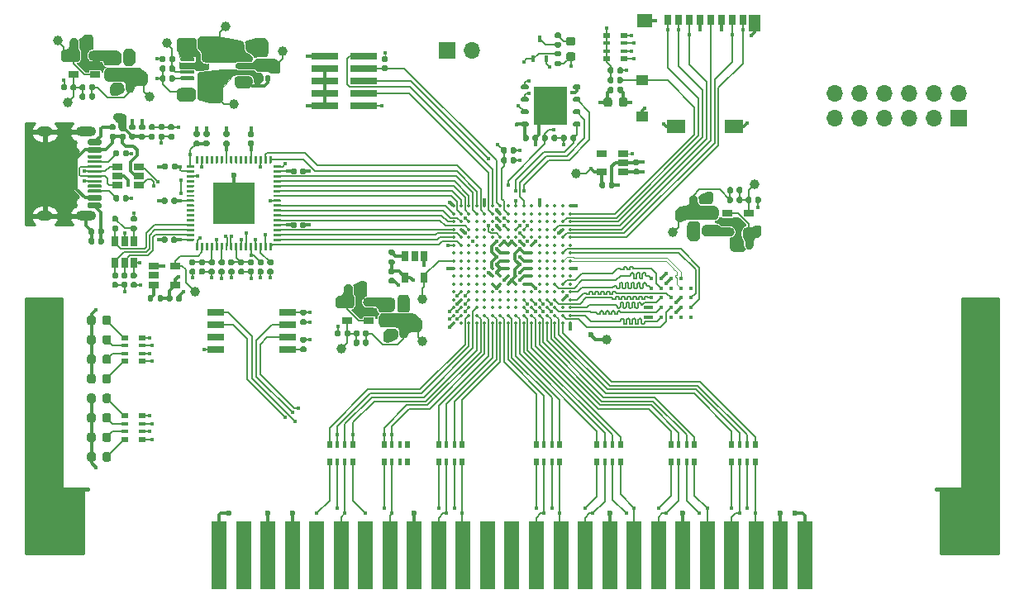
<source format=gtl>
G04 #@! TF.GenerationSoftware,KiCad,Pcbnew,(5.1.9-0-10_14)*
G04 #@! TF.CreationDate,2021-01-29T21:37:42-08:00*
G04 #@! TF.ProjectId,cart-ecp5,63617274-2d65-4637-9035-2e6b69636164,rev?*
G04 #@! TF.SameCoordinates,Original*
G04 #@! TF.FileFunction,Copper,L1,Top*
G04 #@! TF.FilePolarity,Positive*
%FSLAX46Y46*%
G04 Gerber Fmt 4.6, Leading zero omitted, Abs format (unit mm)*
G04 Created by KiCad (PCBNEW (5.1.9-0-10_14)) date 2021-01-29 21:37:42*
%MOMM*%
%LPD*%
G01*
G04 APERTURE LIST*
G04 #@! TA.AperFunction,ComponentPad*
%ADD10O,1.700000X1.700000*%
G04 #@! TD*
G04 #@! TA.AperFunction,ComponentPad*
%ADD11R,1.700000X1.700000*%
G04 #@! TD*
G04 #@! TA.AperFunction,SMDPad,CuDef*
%ADD12R,1.060000X0.650000*%
G04 #@! TD*
G04 #@! TA.AperFunction,SMDPad,CuDef*
%ADD13R,0.650000X1.060000*%
G04 #@! TD*
G04 #@! TA.AperFunction,SMDPad,CuDef*
%ADD14C,1.000000*%
G04 #@! TD*
G04 #@! TA.AperFunction,SMDPad,CuDef*
%ADD15R,0.450000X0.700000*%
G04 #@! TD*
G04 #@! TA.AperFunction,SMDPad,CuDef*
%ADD16R,3.400000X4.000000*%
G04 #@! TD*
G04 #@! TA.AperFunction,SMDPad,CuDef*
%ADD17R,0.800000X0.500000*%
G04 #@! TD*
G04 #@! TA.AperFunction,SMDPad,CuDef*
%ADD18R,0.800000X0.400000*%
G04 #@! TD*
G04 #@! TA.AperFunction,SMDPad,CuDef*
%ADD19R,0.500000X0.800000*%
G04 #@! TD*
G04 #@! TA.AperFunction,SMDPad,CuDef*
%ADD20R,0.400000X0.800000*%
G04 #@! TD*
G04 #@! TA.AperFunction,SMDPad,CuDef*
%ADD21C,0.400000*%
G04 #@! TD*
G04 #@! TA.AperFunction,SMDPad,CuDef*
%ADD22R,2.800000X0.740000*%
G04 #@! TD*
G04 #@! TA.AperFunction,SMDPad,CuDef*
%ADD23R,4.350000X4.350000*%
G04 #@! TD*
G04 #@! TA.AperFunction,SMDPad,CuDef*
%ADD24R,1.700000X0.650000*%
G04 #@! TD*
G04 #@! TA.AperFunction,ComponentPad*
%ADD25O,1.600000X1.000000*%
G04 #@! TD*
G04 #@! TA.AperFunction,ComponentPad*
%ADD26O,2.100000X1.000000*%
G04 #@! TD*
G04 #@! TA.AperFunction,SMDPad,CuDef*
%ADD27R,1.900000X1.350000*%
G04 #@! TD*
G04 #@! TA.AperFunction,SMDPad,CuDef*
%ADD28R,1.200000X1.000000*%
G04 #@! TD*
G04 #@! TA.AperFunction,SMDPad,CuDef*
%ADD29R,1.550000X1.350000*%
G04 #@! TD*
G04 #@! TA.AperFunction,SMDPad,CuDef*
%ADD30R,1.170000X1.800000*%
G04 #@! TD*
G04 #@! TA.AperFunction,SMDPad,CuDef*
%ADD31R,0.750000X1.100000*%
G04 #@! TD*
G04 #@! TA.AperFunction,SMDPad,CuDef*
%ADD32C,0.350000*%
G04 #@! TD*
G04 #@! TA.AperFunction,SMDPad,CuDef*
%ADD33R,1.500000X7.000000*%
G04 #@! TD*
G04 #@! TA.AperFunction,ComponentPad*
%ADD34C,2.500000*%
G04 #@! TD*
G04 #@! TA.AperFunction,ViaPad*
%ADD35C,0.450000*%
G04 #@! TD*
G04 #@! TA.AperFunction,ViaPad*
%ADD36C,0.600000*%
G04 #@! TD*
G04 #@! TA.AperFunction,Conductor*
%ADD37C,0.300000*%
G04 #@! TD*
G04 #@! TA.AperFunction,Conductor*
%ADD38C,0.100000*%
G04 #@! TD*
G04 #@! TA.AperFunction,Conductor*
%ADD39C,0.150000*%
G04 #@! TD*
G04 #@! TA.AperFunction,Conductor*
%ADD40C,0.140000*%
G04 #@! TD*
G04 #@! TA.AperFunction,Conductor*
%ADD41C,0.110000*%
G04 #@! TD*
G04 #@! TA.AperFunction,Conductor*
%ADD42C,0.254000*%
G04 #@! TD*
G04 APERTURE END LIST*
D10*
X183025000Y-82610000D03*
X183025000Y-85150000D03*
X185565000Y-82610000D03*
X185565000Y-85150000D03*
X188105000Y-82610000D03*
X188105000Y-85150000D03*
X190645000Y-82610000D03*
X190645000Y-85150000D03*
X193185000Y-82610000D03*
X193185000Y-85150000D03*
X195725000Y-82610000D03*
D11*
X195725000Y-85150000D03*
D12*
X115535000Y-100355000D03*
X115535000Y-102255000D03*
X113335000Y-102255000D03*
X113335000Y-101305000D03*
X113335000Y-100355000D03*
D13*
X140970000Y-101520000D03*
X139070000Y-101520000D03*
X139070000Y-99320000D03*
X140020000Y-99320000D03*
X140970000Y-99320000D03*
G04 #@! TA.AperFunction,SMDPad,CuDef*
G36*
G01*
X113235000Y-103465000D02*
X113235000Y-103835000D01*
G75*
G02*
X113100000Y-103970000I-135000J0D01*
G01*
X112830000Y-103970000D01*
G75*
G02*
X112695000Y-103835000I0J135000D01*
G01*
X112695000Y-103465000D01*
G75*
G02*
X112830000Y-103330000I135000J0D01*
G01*
X113100000Y-103330000D01*
G75*
G02*
X113235000Y-103465000I0J-135000D01*
G01*
G37*
G04 #@! TD.AperFunction*
G04 #@! TA.AperFunction,SMDPad,CuDef*
G36*
G01*
X114255000Y-103465000D02*
X114255000Y-103835000D01*
G75*
G02*
X114120000Y-103970000I-135000J0D01*
G01*
X113850000Y-103970000D01*
G75*
G02*
X113715000Y-103835000I0J135000D01*
G01*
X113715000Y-103465000D01*
G75*
G02*
X113850000Y-103330000I135000J0D01*
G01*
X114120000Y-103330000D01*
G75*
G02*
X114255000Y-103465000I0J-135000D01*
G01*
G37*
G04 #@! TD.AperFunction*
G04 #@! TA.AperFunction,SMDPad,CuDef*
G36*
G01*
X137860000Y-99210000D02*
X137490000Y-99210000D01*
G75*
G02*
X137355000Y-99075000I0J135000D01*
G01*
X137355000Y-98805000D01*
G75*
G02*
X137490000Y-98670000I135000J0D01*
G01*
X137860000Y-98670000D01*
G75*
G02*
X137995000Y-98805000I0J-135000D01*
G01*
X137995000Y-99075000D01*
G75*
G02*
X137860000Y-99210000I-135000J0D01*
G01*
G37*
G04 #@! TD.AperFunction*
G04 #@! TA.AperFunction,SMDPad,CuDef*
G36*
G01*
X137860000Y-100230000D02*
X137490000Y-100230000D01*
G75*
G02*
X137355000Y-100095000I0J135000D01*
G01*
X137355000Y-99825000D01*
G75*
G02*
X137490000Y-99690000I135000J0D01*
G01*
X137860000Y-99690000D01*
G75*
G02*
X137995000Y-99825000I0J-135000D01*
G01*
X137995000Y-100095000D01*
G75*
G02*
X137860000Y-100230000I-135000J0D01*
G01*
G37*
G04 #@! TD.AperFunction*
D14*
X159675000Y-107850000D03*
G04 #@! TA.AperFunction,SMDPad,CuDef*
G36*
G01*
X154885000Y-78860000D02*
X154515000Y-78860000D01*
G75*
G02*
X154380000Y-78725000I0J135000D01*
G01*
X154380000Y-78455000D01*
G75*
G02*
X154515000Y-78320000I135000J0D01*
G01*
X154885000Y-78320000D01*
G75*
G02*
X155020000Y-78455000I0J-135000D01*
G01*
X155020000Y-78725000D01*
G75*
G02*
X154885000Y-78860000I-135000J0D01*
G01*
G37*
G04 #@! TD.AperFunction*
G04 #@! TA.AperFunction,SMDPad,CuDef*
G36*
G01*
X154885000Y-79880000D02*
X154515000Y-79880000D01*
G75*
G02*
X154380000Y-79745000I0J135000D01*
G01*
X154380000Y-79475000D01*
G75*
G02*
X154515000Y-79340000I135000J0D01*
G01*
X154885000Y-79340000D01*
G75*
G02*
X155020000Y-79475000I0J-135000D01*
G01*
X155020000Y-79745000D01*
G75*
G02*
X154885000Y-79880000I-135000J0D01*
G01*
G37*
G04 #@! TD.AperFunction*
D10*
X145890000Y-78225000D03*
D11*
X143350000Y-78225000D03*
G04 #@! TA.AperFunction,SMDPad,CuDef*
G36*
G01*
X149485000Y-88327500D02*
X149485000Y-88672500D01*
G75*
G02*
X149337500Y-88820000I-147500J0D01*
G01*
X149042500Y-88820000D01*
G75*
G02*
X148895000Y-88672500I0J147500D01*
G01*
X148895000Y-88327500D01*
G75*
G02*
X149042500Y-88180000I147500J0D01*
G01*
X149337500Y-88180000D01*
G75*
G02*
X149485000Y-88327500I0J-147500D01*
G01*
G37*
G04 #@! TD.AperFunction*
G04 #@! TA.AperFunction,SMDPad,CuDef*
G36*
G01*
X150455000Y-88327500D02*
X150455000Y-88672500D01*
G75*
G02*
X150307500Y-88820000I-147500J0D01*
G01*
X150012500Y-88820000D01*
G75*
G02*
X149865000Y-88672500I0J147500D01*
G01*
X149865000Y-88327500D01*
G75*
G02*
X150012500Y-88180000I147500J0D01*
G01*
X150307500Y-88180000D01*
G75*
G02*
X150455000Y-88327500I0J-147500D01*
G01*
G37*
G04 #@! TD.AperFunction*
G04 #@! TA.AperFunction,SMDPad,CuDef*
G36*
G01*
X149865000Y-89672500D02*
X149865000Y-89327500D01*
G75*
G02*
X150012500Y-89180000I147500J0D01*
G01*
X150307500Y-89180000D01*
G75*
G02*
X150455000Y-89327500I0J-147500D01*
G01*
X150455000Y-89672500D01*
G75*
G02*
X150307500Y-89820000I-147500J0D01*
G01*
X150012500Y-89820000D01*
G75*
G02*
X149865000Y-89672500I0J147500D01*
G01*
G37*
G04 #@! TD.AperFunction*
G04 #@! TA.AperFunction,SMDPad,CuDef*
G36*
G01*
X148895000Y-89672500D02*
X148895000Y-89327500D01*
G75*
G02*
X149042500Y-89180000I147500J0D01*
G01*
X149337500Y-89180000D01*
G75*
G02*
X149485000Y-89327500I0J-147500D01*
G01*
X149485000Y-89672500D01*
G75*
G02*
X149337500Y-89820000I-147500J0D01*
G01*
X149042500Y-89820000D01*
G75*
G02*
X148895000Y-89672500I0J147500D01*
G01*
G37*
G04 #@! TD.AperFunction*
D14*
X117575000Y-103000000D03*
X174850000Y-91975000D03*
X166475000Y-96900000D03*
X132550000Y-108825000D03*
X156600000Y-90900000D03*
X140825000Y-108075000D03*
X104475000Y-83575000D03*
X114625000Y-77525000D03*
X112875000Y-83025000D03*
X103450000Y-77250000D03*
X126475000Y-78375000D03*
X121525000Y-83750000D03*
X120650000Y-75800000D03*
X140775000Y-103700000D03*
G04 #@! TA.AperFunction,SMDPad,CuDef*
G36*
G01*
X123077500Y-100640000D02*
X123422500Y-100640000D01*
G75*
G02*
X123570000Y-100787500I0J-147500D01*
G01*
X123570000Y-101082500D01*
G75*
G02*
X123422500Y-101230000I-147500J0D01*
G01*
X123077500Y-101230000D01*
G75*
G02*
X122930000Y-101082500I0J147500D01*
G01*
X122930000Y-100787500D01*
G75*
G02*
X123077500Y-100640000I147500J0D01*
G01*
G37*
G04 #@! TD.AperFunction*
G04 #@! TA.AperFunction,SMDPad,CuDef*
G36*
G01*
X123077500Y-99670000D02*
X123422500Y-99670000D01*
G75*
G02*
X123570000Y-99817500I0J-147500D01*
G01*
X123570000Y-100112500D01*
G75*
G02*
X123422500Y-100260000I-147500J0D01*
G01*
X123077500Y-100260000D01*
G75*
G02*
X122930000Y-100112500I0J147500D01*
G01*
X122930000Y-99817500D01*
G75*
G02*
X123077500Y-99670000I147500J0D01*
G01*
G37*
G04 #@! TD.AperFunction*
G04 #@! TA.AperFunction,SMDPad,CuDef*
G36*
G01*
X118077500Y-100640000D02*
X118422500Y-100640000D01*
G75*
G02*
X118570000Y-100787500I0J-147500D01*
G01*
X118570000Y-101082500D01*
G75*
G02*
X118422500Y-101230000I-147500J0D01*
G01*
X118077500Y-101230000D01*
G75*
G02*
X117930000Y-101082500I0J147500D01*
G01*
X117930000Y-100787500D01*
G75*
G02*
X118077500Y-100640000I147500J0D01*
G01*
G37*
G04 #@! TD.AperFunction*
G04 #@! TA.AperFunction,SMDPad,CuDef*
G36*
G01*
X118077500Y-99670000D02*
X118422500Y-99670000D01*
G75*
G02*
X118570000Y-99817500I0J-147500D01*
G01*
X118570000Y-100112500D01*
G75*
G02*
X118422500Y-100260000I-147500J0D01*
G01*
X118077500Y-100260000D01*
G75*
G02*
X117930000Y-100112500I0J147500D01*
G01*
X117930000Y-99817500D01*
G75*
G02*
X118077500Y-99670000I147500J0D01*
G01*
G37*
G04 #@! TD.AperFunction*
G04 #@! TA.AperFunction,SMDPad,CuDef*
G36*
G01*
X118872500Y-87110000D02*
X118527500Y-87110000D01*
G75*
G02*
X118380000Y-86962500I0J147500D01*
G01*
X118380000Y-86667500D01*
G75*
G02*
X118527500Y-86520000I147500J0D01*
G01*
X118872500Y-86520000D01*
G75*
G02*
X119020000Y-86667500I0J-147500D01*
G01*
X119020000Y-86962500D01*
G75*
G02*
X118872500Y-87110000I-147500J0D01*
G01*
G37*
G04 #@! TD.AperFunction*
G04 #@! TA.AperFunction,SMDPad,CuDef*
G36*
G01*
X118872500Y-88080000D02*
X118527500Y-88080000D01*
G75*
G02*
X118380000Y-87932500I0J147500D01*
G01*
X118380000Y-87637500D01*
G75*
G02*
X118527500Y-87490000I147500J0D01*
G01*
X118872500Y-87490000D01*
G75*
G02*
X119020000Y-87637500I0J-147500D01*
G01*
X119020000Y-87932500D01*
G75*
G02*
X118872500Y-88080000I-147500J0D01*
G01*
G37*
G04 #@! TD.AperFunction*
G04 #@! TA.AperFunction,SMDPad,CuDef*
G36*
G01*
X111272500Y-86410000D02*
X110927500Y-86410000D01*
G75*
G02*
X110780000Y-86262500I0J147500D01*
G01*
X110780000Y-85967500D01*
G75*
G02*
X110927500Y-85820000I147500J0D01*
G01*
X111272500Y-85820000D01*
G75*
G02*
X111420000Y-85967500I0J-147500D01*
G01*
X111420000Y-86262500D01*
G75*
G02*
X111272500Y-86410000I-147500J0D01*
G01*
G37*
G04 #@! TD.AperFunction*
G04 #@! TA.AperFunction,SMDPad,CuDef*
G36*
G01*
X111272500Y-87380000D02*
X110927500Y-87380000D01*
G75*
G02*
X110780000Y-87232500I0J147500D01*
G01*
X110780000Y-86937500D01*
G75*
G02*
X110927500Y-86790000I147500J0D01*
G01*
X111272500Y-86790000D01*
G75*
G02*
X111420000Y-86937500I0J-147500D01*
G01*
X111420000Y-87232500D01*
G75*
G02*
X111272500Y-87380000I-147500J0D01*
G01*
G37*
G04 #@! TD.AperFunction*
G04 #@! TA.AperFunction,SMDPad,CuDef*
G36*
G01*
X154527500Y-77365000D02*
X154872500Y-77365000D01*
G75*
G02*
X155020000Y-77512500I0J-147500D01*
G01*
X155020000Y-77807500D01*
G75*
G02*
X154872500Y-77955000I-147500J0D01*
G01*
X154527500Y-77955000D01*
G75*
G02*
X154380000Y-77807500I0J147500D01*
G01*
X154380000Y-77512500D01*
G75*
G02*
X154527500Y-77365000I147500J0D01*
G01*
G37*
G04 #@! TD.AperFunction*
G04 #@! TA.AperFunction,SMDPad,CuDef*
G36*
G01*
X154527500Y-76395000D02*
X154872500Y-76395000D01*
G75*
G02*
X155020000Y-76542500I0J-147500D01*
G01*
X155020000Y-76837500D01*
G75*
G02*
X154872500Y-76985000I-147500J0D01*
G01*
X154527500Y-76985000D01*
G75*
G02*
X154380000Y-76837500I0J147500D01*
G01*
X154380000Y-76542500D01*
G75*
G02*
X154527500Y-76395000I147500J0D01*
G01*
G37*
G04 #@! TD.AperFunction*
D15*
X152850000Y-77100000D03*
X153500000Y-79100000D03*
X152200000Y-79100000D03*
G04 #@! TA.AperFunction,SMDPad,CuDef*
G36*
G01*
X155768750Y-78450000D02*
X156281250Y-78450000D01*
G75*
G02*
X156500000Y-78668750I0J-218750D01*
G01*
X156500000Y-79106250D01*
G75*
G02*
X156281250Y-79325000I-218750J0D01*
G01*
X155768750Y-79325000D01*
G75*
G02*
X155550000Y-79106250I0J218750D01*
G01*
X155550000Y-78668750D01*
G75*
G02*
X155768750Y-78450000I218750J0D01*
G01*
G37*
G04 #@! TD.AperFunction*
G04 #@! TA.AperFunction,SMDPad,CuDef*
G36*
G01*
X155768750Y-76875000D02*
X156281250Y-76875000D01*
G75*
G02*
X156500000Y-77093750I0J-218750D01*
G01*
X156500000Y-77531250D01*
G75*
G02*
X156281250Y-77750000I-218750J0D01*
G01*
X155768750Y-77750000D01*
G75*
G02*
X155550000Y-77531250I0J218750D01*
G01*
X155550000Y-77093750D01*
G75*
G02*
X155768750Y-76875000I218750J0D01*
G01*
G37*
G04 #@! TD.AperFunction*
D16*
X153975000Y-83900000D03*
G04 #@! TA.AperFunction,SMDPad,CuDef*
G36*
G01*
X151700000Y-85680000D02*
X151700000Y-85930000D01*
G75*
G02*
X151575000Y-86055000I-125000J0D01*
G01*
X151050000Y-86055000D01*
G75*
G02*
X150925000Y-85930000I0J125000D01*
G01*
X150925000Y-85680000D01*
G75*
G02*
X151050000Y-85555000I125000J0D01*
G01*
X151575000Y-85555000D01*
G75*
G02*
X151700000Y-85680000I0J-125000D01*
G01*
G37*
G04 #@! TD.AperFunction*
G04 #@! TA.AperFunction,SMDPad,CuDef*
G36*
G01*
X151700000Y-84410000D02*
X151700000Y-84660000D01*
G75*
G02*
X151575000Y-84785000I-125000J0D01*
G01*
X151050000Y-84785000D01*
G75*
G02*
X150925000Y-84660000I0J125000D01*
G01*
X150925000Y-84410000D01*
G75*
G02*
X151050000Y-84285000I125000J0D01*
G01*
X151575000Y-84285000D01*
G75*
G02*
X151700000Y-84410000I0J-125000D01*
G01*
G37*
G04 #@! TD.AperFunction*
G04 #@! TA.AperFunction,SMDPad,CuDef*
G36*
G01*
X151700000Y-83140000D02*
X151700000Y-83390000D01*
G75*
G02*
X151575000Y-83515000I-125000J0D01*
G01*
X151050000Y-83515000D01*
G75*
G02*
X150925000Y-83390000I0J125000D01*
G01*
X150925000Y-83140000D01*
G75*
G02*
X151050000Y-83015000I125000J0D01*
G01*
X151575000Y-83015000D01*
G75*
G02*
X151700000Y-83140000I0J-125000D01*
G01*
G37*
G04 #@! TD.AperFunction*
G04 #@! TA.AperFunction,SMDPad,CuDef*
G36*
G01*
X151700000Y-81870000D02*
X151700000Y-82120000D01*
G75*
G02*
X151575000Y-82245000I-125000J0D01*
G01*
X151050000Y-82245000D01*
G75*
G02*
X150925000Y-82120000I0J125000D01*
G01*
X150925000Y-81870000D01*
G75*
G02*
X151050000Y-81745000I125000J0D01*
G01*
X151575000Y-81745000D01*
G75*
G02*
X151700000Y-81870000I0J-125000D01*
G01*
G37*
G04 #@! TD.AperFunction*
G04 #@! TA.AperFunction,SMDPad,CuDef*
G36*
G01*
X157025000Y-81870000D02*
X157025000Y-82120000D01*
G75*
G02*
X156900000Y-82245000I-125000J0D01*
G01*
X156375000Y-82245000D01*
G75*
G02*
X156250000Y-82120000I0J125000D01*
G01*
X156250000Y-81870000D01*
G75*
G02*
X156375000Y-81745000I125000J0D01*
G01*
X156900000Y-81745000D01*
G75*
G02*
X157025000Y-81870000I0J-125000D01*
G01*
G37*
G04 #@! TD.AperFunction*
G04 #@! TA.AperFunction,SMDPad,CuDef*
G36*
G01*
X157025000Y-83140000D02*
X157025000Y-83390000D01*
G75*
G02*
X156900000Y-83515000I-125000J0D01*
G01*
X156375000Y-83515000D01*
G75*
G02*
X156250000Y-83390000I0J125000D01*
G01*
X156250000Y-83140000D01*
G75*
G02*
X156375000Y-83015000I125000J0D01*
G01*
X156900000Y-83015000D01*
G75*
G02*
X157025000Y-83140000I0J-125000D01*
G01*
G37*
G04 #@! TD.AperFunction*
G04 #@! TA.AperFunction,SMDPad,CuDef*
G36*
G01*
X157025000Y-84410000D02*
X157025000Y-84660000D01*
G75*
G02*
X156900000Y-84785000I-125000J0D01*
G01*
X156375000Y-84785000D01*
G75*
G02*
X156250000Y-84660000I0J125000D01*
G01*
X156250000Y-84410000D01*
G75*
G02*
X156375000Y-84285000I125000J0D01*
G01*
X156900000Y-84285000D01*
G75*
G02*
X157025000Y-84410000I0J-125000D01*
G01*
G37*
G04 #@! TD.AperFunction*
G04 #@! TA.AperFunction,SMDPad,CuDef*
G36*
G01*
X157025000Y-85680000D02*
X157025000Y-85930000D01*
G75*
G02*
X156900000Y-86055000I-125000J0D01*
G01*
X156375000Y-86055000D01*
G75*
G02*
X156250000Y-85930000I0J125000D01*
G01*
X156250000Y-85680000D01*
G75*
G02*
X156375000Y-85555000I125000J0D01*
G01*
X156900000Y-85555000D01*
G75*
G02*
X157025000Y-85680000I0J-125000D01*
G01*
G37*
G04 #@! TD.AperFunction*
D17*
X110300000Y-115700000D03*
D18*
X110300000Y-116500000D03*
D17*
X110300000Y-118100000D03*
D18*
X110300000Y-117300000D03*
D17*
X112100000Y-115700000D03*
D18*
X112100000Y-117300000D03*
X112100000Y-116500000D03*
D17*
X112100000Y-118100000D03*
X110300000Y-107700000D03*
D18*
X110300000Y-108500000D03*
D17*
X110300000Y-110100000D03*
D18*
X110300000Y-109300000D03*
D17*
X112100000Y-107700000D03*
D18*
X112100000Y-109300000D03*
X112100000Y-108500000D03*
D17*
X112100000Y-110100000D03*
G04 #@! TA.AperFunction,SMDPad,CuDef*
G36*
G01*
X108050000Y-120156250D02*
X108050000Y-119643750D01*
G75*
G02*
X108268750Y-119425000I218750J0D01*
G01*
X108706250Y-119425000D01*
G75*
G02*
X108925000Y-119643750I0J-218750D01*
G01*
X108925000Y-120156250D01*
G75*
G02*
X108706250Y-120375000I-218750J0D01*
G01*
X108268750Y-120375000D01*
G75*
G02*
X108050000Y-120156250I0J218750D01*
G01*
G37*
G04 #@! TD.AperFunction*
G04 #@! TA.AperFunction,SMDPad,CuDef*
G36*
G01*
X106475000Y-120156250D02*
X106475000Y-119643750D01*
G75*
G02*
X106693750Y-119425000I218750J0D01*
G01*
X107131250Y-119425000D01*
G75*
G02*
X107350000Y-119643750I0J-218750D01*
G01*
X107350000Y-120156250D01*
G75*
G02*
X107131250Y-120375000I-218750J0D01*
G01*
X106693750Y-120375000D01*
G75*
G02*
X106475000Y-120156250I0J218750D01*
G01*
G37*
G04 #@! TD.AperFunction*
G04 #@! TA.AperFunction,SMDPad,CuDef*
G36*
G01*
X108050000Y-118156250D02*
X108050000Y-117643750D01*
G75*
G02*
X108268750Y-117425000I218750J0D01*
G01*
X108706250Y-117425000D01*
G75*
G02*
X108925000Y-117643750I0J-218750D01*
G01*
X108925000Y-118156250D01*
G75*
G02*
X108706250Y-118375000I-218750J0D01*
G01*
X108268750Y-118375000D01*
G75*
G02*
X108050000Y-118156250I0J218750D01*
G01*
G37*
G04 #@! TD.AperFunction*
G04 #@! TA.AperFunction,SMDPad,CuDef*
G36*
G01*
X106475000Y-118156250D02*
X106475000Y-117643750D01*
G75*
G02*
X106693750Y-117425000I218750J0D01*
G01*
X107131250Y-117425000D01*
G75*
G02*
X107350000Y-117643750I0J-218750D01*
G01*
X107350000Y-118156250D01*
G75*
G02*
X107131250Y-118375000I-218750J0D01*
G01*
X106693750Y-118375000D01*
G75*
G02*
X106475000Y-118156250I0J218750D01*
G01*
G37*
G04 #@! TD.AperFunction*
G04 #@! TA.AperFunction,SMDPad,CuDef*
G36*
G01*
X108050000Y-116156250D02*
X108050000Y-115643750D01*
G75*
G02*
X108268750Y-115425000I218750J0D01*
G01*
X108706250Y-115425000D01*
G75*
G02*
X108925000Y-115643750I0J-218750D01*
G01*
X108925000Y-116156250D01*
G75*
G02*
X108706250Y-116375000I-218750J0D01*
G01*
X108268750Y-116375000D01*
G75*
G02*
X108050000Y-116156250I0J218750D01*
G01*
G37*
G04 #@! TD.AperFunction*
G04 #@! TA.AperFunction,SMDPad,CuDef*
G36*
G01*
X106475000Y-116156250D02*
X106475000Y-115643750D01*
G75*
G02*
X106693750Y-115425000I218750J0D01*
G01*
X107131250Y-115425000D01*
G75*
G02*
X107350000Y-115643750I0J-218750D01*
G01*
X107350000Y-116156250D01*
G75*
G02*
X107131250Y-116375000I-218750J0D01*
G01*
X106693750Y-116375000D01*
G75*
G02*
X106475000Y-116156250I0J218750D01*
G01*
G37*
G04 #@! TD.AperFunction*
G04 #@! TA.AperFunction,SMDPad,CuDef*
G36*
G01*
X108050000Y-114156250D02*
X108050000Y-113643750D01*
G75*
G02*
X108268750Y-113425000I218750J0D01*
G01*
X108706250Y-113425000D01*
G75*
G02*
X108925000Y-113643750I0J-218750D01*
G01*
X108925000Y-114156250D01*
G75*
G02*
X108706250Y-114375000I-218750J0D01*
G01*
X108268750Y-114375000D01*
G75*
G02*
X108050000Y-114156250I0J218750D01*
G01*
G37*
G04 #@! TD.AperFunction*
G04 #@! TA.AperFunction,SMDPad,CuDef*
G36*
G01*
X106475000Y-114156250D02*
X106475000Y-113643750D01*
G75*
G02*
X106693750Y-113425000I218750J0D01*
G01*
X107131250Y-113425000D01*
G75*
G02*
X107350000Y-113643750I0J-218750D01*
G01*
X107350000Y-114156250D01*
G75*
G02*
X107131250Y-114375000I-218750J0D01*
G01*
X106693750Y-114375000D01*
G75*
G02*
X106475000Y-114156250I0J218750D01*
G01*
G37*
G04 #@! TD.AperFunction*
G04 #@! TA.AperFunction,SMDPad,CuDef*
G36*
G01*
X108050000Y-112156250D02*
X108050000Y-111643750D01*
G75*
G02*
X108268750Y-111425000I218750J0D01*
G01*
X108706250Y-111425000D01*
G75*
G02*
X108925000Y-111643750I0J-218750D01*
G01*
X108925000Y-112156250D01*
G75*
G02*
X108706250Y-112375000I-218750J0D01*
G01*
X108268750Y-112375000D01*
G75*
G02*
X108050000Y-112156250I0J218750D01*
G01*
G37*
G04 #@! TD.AperFunction*
G04 #@! TA.AperFunction,SMDPad,CuDef*
G36*
G01*
X106475000Y-112156250D02*
X106475000Y-111643750D01*
G75*
G02*
X106693750Y-111425000I218750J0D01*
G01*
X107131250Y-111425000D01*
G75*
G02*
X107350000Y-111643750I0J-218750D01*
G01*
X107350000Y-112156250D01*
G75*
G02*
X107131250Y-112375000I-218750J0D01*
G01*
X106693750Y-112375000D01*
G75*
G02*
X106475000Y-112156250I0J218750D01*
G01*
G37*
G04 #@! TD.AperFunction*
G04 #@! TA.AperFunction,SMDPad,CuDef*
G36*
G01*
X108050000Y-110156250D02*
X108050000Y-109643750D01*
G75*
G02*
X108268750Y-109425000I218750J0D01*
G01*
X108706250Y-109425000D01*
G75*
G02*
X108925000Y-109643750I0J-218750D01*
G01*
X108925000Y-110156250D01*
G75*
G02*
X108706250Y-110375000I-218750J0D01*
G01*
X108268750Y-110375000D01*
G75*
G02*
X108050000Y-110156250I0J218750D01*
G01*
G37*
G04 #@! TD.AperFunction*
G04 #@! TA.AperFunction,SMDPad,CuDef*
G36*
G01*
X106475000Y-110156250D02*
X106475000Y-109643750D01*
G75*
G02*
X106693750Y-109425000I218750J0D01*
G01*
X107131250Y-109425000D01*
G75*
G02*
X107350000Y-109643750I0J-218750D01*
G01*
X107350000Y-110156250D01*
G75*
G02*
X107131250Y-110375000I-218750J0D01*
G01*
X106693750Y-110375000D01*
G75*
G02*
X106475000Y-110156250I0J218750D01*
G01*
G37*
G04 #@! TD.AperFunction*
G04 #@! TA.AperFunction,SMDPad,CuDef*
G36*
G01*
X108050000Y-108156250D02*
X108050000Y-107643750D01*
G75*
G02*
X108268750Y-107425000I218750J0D01*
G01*
X108706250Y-107425000D01*
G75*
G02*
X108925000Y-107643750I0J-218750D01*
G01*
X108925000Y-108156250D01*
G75*
G02*
X108706250Y-108375000I-218750J0D01*
G01*
X108268750Y-108375000D01*
G75*
G02*
X108050000Y-108156250I0J218750D01*
G01*
G37*
G04 #@! TD.AperFunction*
G04 #@! TA.AperFunction,SMDPad,CuDef*
G36*
G01*
X106475000Y-108156250D02*
X106475000Y-107643750D01*
G75*
G02*
X106693750Y-107425000I218750J0D01*
G01*
X107131250Y-107425000D01*
G75*
G02*
X107350000Y-107643750I0J-218750D01*
G01*
X107350000Y-108156250D01*
G75*
G02*
X107131250Y-108375000I-218750J0D01*
G01*
X106693750Y-108375000D01*
G75*
G02*
X106475000Y-108156250I0J218750D01*
G01*
G37*
G04 #@! TD.AperFunction*
G04 #@! TA.AperFunction,SMDPad,CuDef*
G36*
G01*
X108050000Y-106156250D02*
X108050000Y-105643750D01*
G75*
G02*
X108268750Y-105425000I218750J0D01*
G01*
X108706250Y-105425000D01*
G75*
G02*
X108925000Y-105643750I0J-218750D01*
G01*
X108925000Y-106156250D01*
G75*
G02*
X108706250Y-106375000I-218750J0D01*
G01*
X108268750Y-106375000D01*
G75*
G02*
X108050000Y-106156250I0J218750D01*
G01*
G37*
G04 #@! TD.AperFunction*
G04 #@! TA.AperFunction,SMDPad,CuDef*
G36*
G01*
X106475000Y-106156250D02*
X106475000Y-105643750D01*
G75*
G02*
X106693750Y-105425000I218750J0D01*
G01*
X107131250Y-105425000D01*
G75*
G02*
X107350000Y-105643750I0J-218750D01*
G01*
X107350000Y-106156250D01*
G75*
G02*
X107131250Y-106375000I-218750J0D01*
G01*
X106693750Y-106375000D01*
G75*
G02*
X106475000Y-106156250I0J218750D01*
G01*
G37*
G04 #@! TD.AperFunction*
D19*
X139300000Y-118600000D03*
D20*
X138500000Y-118600000D03*
D19*
X136900000Y-118600000D03*
D20*
X137700000Y-118600000D03*
D19*
X139300000Y-120400000D03*
D20*
X137700000Y-120400000D03*
X138500000Y-120400000D03*
D19*
X136900000Y-120400000D03*
D12*
X174275000Y-94925000D03*
X174275000Y-96825000D03*
X172075000Y-96825000D03*
X172075000Y-95875000D03*
X172075000Y-94925000D03*
G04 #@! TA.AperFunction,SMDPad,CuDef*
G36*
G01*
X174915000Y-93747500D02*
X174915000Y-93402500D01*
G75*
G02*
X175062500Y-93255000I147500J0D01*
G01*
X175357500Y-93255000D01*
G75*
G02*
X175505000Y-93402500I0J-147500D01*
G01*
X175505000Y-93747500D01*
G75*
G02*
X175357500Y-93895000I-147500J0D01*
G01*
X175062500Y-93895000D01*
G75*
G02*
X174915000Y-93747500I0J147500D01*
G01*
G37*
G04 #@! TD.AperFunction*
G04 #@! TA.AperFunction,SMDPad,CuDef*
G36*
G01*
X173945000Y-93747500D02*
X173945000Y-93402500D01*
G75*
G02*
X174092500Y-93255000I147500J0D01*
G01*
X174387500Y-93255000D01*
G75*
G02*
X174535000Y-93402500I0J-147500D01*
G01*
X174535000Y-93747500D01*
G75*
G02*
X174387500Y-93895000I-147500J0D01*
G01*
X174092500Y-93895000D01*
G75*
G02*
X173945000Y-93747500I0J147500D01*
G01*
G37*
G04 #@! TD.AperFunction*
G04 #@! TA.AperFunction,SMDPad,CuDef*
G36*
G01*
X173015000Y-93747500D02*
X173015000Y-93402500D01*
G75*
G02*
X173162500Y-93255000I147500J0D01*
G01*
X173457500Y-93255000D01*
G75*
G02*
X173605000Y-93402500I0J-147500D01*
G01*
X173605000Y-93747500D01*
G75*
G02*
X173457500Y-93895000I-147500J0D01*
G01*
X173162500Y-93895000D01*
G75*
G02*
X173015000Y-93747500I0J147500D01*
G01*
G37*
G04 #@! TD.AperFunction*
G04 #@! TA.AperFunction,SMDPad,CuDef*
G36*
G01*
X172045000Y-93747500D02*
X172045000Y-93402500D01*
G75*
G02*
X172192500Y-93255000I147500J0D01*
G01*
X172487500Y-93255000D01*
G75*
G02*
X172635000Y-93402500I0J-147500D01*
G01*
X172635000Y-93747500D01*
G75*
G02*
X172487500Y-93895000I-147500J0D01*
G01*
X172192500Y-93895000D01*
G75*
G02*
X172045000Y-93747500I0J147500D01*
G01*
G37*
G04 #@! TD.AperFunction*
G04 #@! TA.AperFunction,SMDPad,CuDef*
G36*
G01*
X170731250Y-95325000D02*
X169818750Y-95325000D01*
G75*
G02*
X169575000Y-95081250I0J243750D01*
G01*
X169575000Y-94593750D01*
G75*
G02*
X169818750Y-94350000I243750J0D01*
G01*
X170731250Y-94350000D01*
G75*
G02*
X170975000Y-94593750I0J-243750D01*
G01*
X170975000Y-95081250D01*
G75*
G02*
X170731250Y-95325000I-243750J0D01*
G01*
G37*
G04 #@! TD.AperFunction*
G04 #@! TA.AperFunction,SMDPad,CuDef*
G36*
G01*
X170731250Y-97200000D02*
X169818750Y-97200000D01*
G75*
G02*
X169575000Y-96956250I0J243750D01*
G01*
X169575000Y-96468750D01*
G75*
G02*
X169818750Y-96225000I243750J0D01*
G01*
X170731250Y-96225000D01*
G75*
G02*
X170975000Y-96468750I0J-243750D01*
G01*
X170975000Y-96956250D01*
G75*
G02*
X170731250Y-97200000I-243750J0D01*
G01*
G37*
G04 #@! TD.AperFunction*
G04 #@! TA.AperFunction,SMDPad,CuDef*
G36*
G01*
X169240000Y-93722500D02*
X169240000Y-93377500D01*
G75*
G02*
X169387500Y-93230000I147500J0D01*
G01*
X169682500Y-93230000D01*
G75*
G02*
X169830000Y-93377500I0J-147500D01*
G01*
X169830000Y-93722500D01*
G75*
G02*
X169682500Y-93870000I-147500J0D01*
G01*
X169387500Y-93870000D01*
G75*
G02*
X169240000Y-93722500I0J147500D01*
G01*
G37*
G04 #@! TD.AperFunction*
G04 #@! TA.AperFunction,SMDPad,CuDef*
G36*
G01*
X168270000Y-93722500D02*
X168270000Y-93377500D01*
G75*
G02*
X168417500Y-93230000I147500J0D01*
G01*
X168712500Y-93230000D01*
G75*
G02*
X168860000Y-93377500I0J-147500D01*
G01*
X168860000Y-93722500D01*
G75*
G02*
X168712500Y-93870000I-147500J0D01*
G01*
X168417500Y-93870000D01*
G75*
G02*
X168270000Y-93722500I0J147500D01*
G01*
G37*
G04 #@! TD.AperFunction*
G04 #@! TA.AperFunction,SMDPad,CuDef*
G36*
G01*
X168318750Y-95925000D02*
X168831250Y-95925000D01*
G75*
G02*
X169050000Y-96143750I0J-218750D01*
G01*
X169050000Y-96581250D01*
G75*
G02*
X168831250Y-96800000I-218750J0D01*
G01*
X168318750Y-96800000D01*
G75*
G02*
X168100000Y-96581250I0J218750D01*
G01*
X168100000Y-96143750D01*
G75*
G02*
X168318750Y-95925000I218750J0D01*
G01*
G37*
G04 #@! TD.AperFunction*
G04 #@! TA.AperFunction,SMDPad,CuDef*
G36*
G01*
X168318750Y-94350000D02*
X168831250Y-94350000D01*
G75*
G02*
X169050000Y-94568750I0J-218750D01*
G01*
X169050000Y-95006250D01*
G75*
G02*
X168831250Y-95225000I-218750J0D01*
G01*
X168318750Y-95225000D01*
G75*
G02*
X168100000Y-95006250I0J218750D01*
G01*
X168100000Y-94568750D01*
G75*
G02*
X168318750Y-94350000I218750J0D01*
G01*
G37*
G04 #@! TD.AperFunction*
G04 #@! TA.AperFunction,SMDPad,CuDef*
G36*
G01*
X173015000Y-92747500D02*
X173015000Y-92402500D01*
G75*
G02*
X173162500Y-92255000I147500J0D01*
G01*
X173457500Y-92255000D01*
G75*
G02*
X173605000Y-92402500I0J-147500D01*
G01*
X173605000Y-92747500D01*
G75*
G02*
X173457500Y-92895000I-147500J0D01*
G01*
X173162500Y-92895000D01*
G75*
G02*
X173015000Y-92747500I0J147500D01*
G01*
G37*
G04 #@! TD.AperFunction*
G04 #@! TA.AperFunction,SMDPad,CuDef*
G36*
G01*
X172045000Y-92747500D02*
X172045000Y-92402500D01*
G75*
G02*
X172192500Y-92255000I147500J0D01*
G01*
X172487500Y-92255000D01*
G75*
G02*
X172635000Y-92402500I0J-147500D01*
G01*
X172635000Y-92747500D01*
G75*
G02*
X172487500Y-92895000I-147500J0D01*
G01*
X172192500Y-92895000D01*
G75*
G02*
X172045000Y-92747500I0J147500D01*
G01*
G37*
G04 #@! TD.AperFunction*
G04 #@! TA.AperFunction,SMDPad,CuDef*
G36*
G01*
X173610000Y-98027500D02*
X173610000Y-98372500D01*
G75*
G02*
X173462500Y-98520000I-147500J0D01*
G01*
X173167500Y-98520000D01*
G75*
G02*
X173020000Y-98372500I0J147500D01*
G01*
X173020000Y-98027500D01*
G75*
G02*
X173167500Y-97880000I147500J0D01*
G01*
X173462500Y-97880000D01*
G75*
G02*
X173610000Y-98027500I0J-147500D01*
G01*
G37*
G04 #@! TD.AperFunction*
G04 #@! TA.AperFunction,SMDPad,CuDef*
G36*
G01*
X174580000Y-98027500D02*
X174580000Y-98372500D01*
G75*
G02*
X174432500Y-98520000I-147500J0D01*
G01*
X174137500Y-98520000D01*
G75*
G02*
X173990000Y-98372500I0J147500D01*
G01*
X173990000Y-98027500D01*
G75*
G02*
X174137500Y-97880000I147500J0D01*
G01*
X174432500Y-97880000D01*
G75*
G02*
X174580000Y-98027500I0J-147500D01*
G01*
G37*
G04 #@! TD.AperFunction*
D21*
X167300000Y-101600000D03*
X166300000Y-101600000D03*
X165300000Y-101600000D03*
X164300000Y-101600000D03*
X168300000Y-102600000D03*
X167300000Y-102600000D03*
X166300000Y-102600000D03*
X165300000Y-102600000D03*
X164300000Y-102600000D03*
X168300000Y-103600000D03*
X167300000Y-103600000D03*
X166300000Y-103600000D03*
X165300000Y-103600000D03*
X164300000Y-103600000D03*
X168300000Y-104600000D03*
X167300000Y-104600000D03*
X166300000Y-104600000D03*
X165300000Y-104600000D03*
X164300000Y-104600000D03*
X168300000Y-105600000D03*
X167300000Y-105600000D03*
X166300000Y-105600000D03*
X165300000Y-105600000D03*
X164300000Y-105600000D03*
G04 #@! TA.AperFunction,SMDPad,CuDef*
G36*
G01*
X117250000Y-82468750D02*
X117250000Y-82981250D01*
G75*
G02*
X117031250Y-83200000I-218750J0D01*
G01*
X116593750Y-83200000D01*
G75*
G02*
X116375000Y-82981250I0J218750D01*
G01*
X116375000Y-82468750D01*
G75*
G02*
X116593750Y-82250000I218750J0D01*
G01*
X117031250Y-82250000D01*
G75*
G02*
X117250000Y-82468750I0J-218750D01*
G01*
G37*
G04 #@! TD.AperFunction*
G04 #@! TA.AperFunction,SMDPad,CuDef*
G36*
G01*
X118825000Y-82468750D02*
X118825000Y-82981250D01*
G75*
G02*
X118606250Y-83200000I-218750J0D01*
G01*
X118168750Y-83200000D01*
G75*
G02*
X117950000Y-82981250I0J218750D01*
G01*
X117950000Y-82468750D01*
G75*
G02*
X118168750Y-82250000I218750J0D01*
G01*
X118606250Y-82250000D01*
G75*
G02*
X118825000Y-82468750I0J-218750D01*
G01*
G37*
G04 #@! TD.AperFunction*
G04 #@! TA.AperFunction,SMDPad,CuDef*
G36*
G01*
X117250000Y-77268750D02*
X117250000Y-77781250D01*
G75*
G02*
X117031250Y-78000000I-218750J0D01*
G01*
X116593750Y-78000000D01*
G75*
G02*
X116375000Y-77781250I0J218750D01*
G01*
X116375000Y-77268750D01*
G75*
G02*
X116593750Y-77050000I218750J0D01*
G01*
X117031250Y-77050000D01*
G75*
G02*
X117250000Y-77268750I0J-218750D01*
G01*
G37*
G04 #@! TD.AperFunction*
G04 #@! TA.AperFunction,SMDPad,CuDef*
G36*
G01*
X118825000Y-77268750D02*
X118825000Y-77781250D01*
G75*
G02*
X118606250Y-78000000I-218750J0D01*
G01*
X118168750Y-78000000D01*
G75*
G02*
X117950000Y-77781250I0J218750D01*
G01*
X117950000Y-77268750D01*
G75*
G02*
X118168750Y-77050000I218750J0D01*
G01*
X118606250Y-77050000D01*
G75*
G02*
X118825000Y-77268750I0J-218750D01*
G01*
G37*
G04 #@! TD.AperFunction*
G04 #@! TA.AperFunction,SMDPad,CuDef*
G36*
G01*
X138160000Y-107077500D02*
X138160000Y-107422500D01*
G75*
G02*
X138012500Y-107570000I-147500J0D01*
G01*
X137717500Y-107570000D01*
G75*
G02*
X137570000Y-107422500I0J147500D01*
G01*
X137570000Y-107077500D01*
G75*
G02*
X137717500Y-106930000I147500J0D01*
G01*
X138012500Y-106930000D01*
G75*
G02*
X138160000Y-107077500I0J-147500D01*
G01*
G37*
G04 #@! TD.AperFunction*
G04 #@! TA.AperFunction,SMDPad,CuDef*
G36*
G01*
X139130000Y-107077500D02*
X139130000Y-107422500D01*
G75*
G02*
X138982500Y-107570000I-147500J0D01*
G01*
X138687500Y-107570000D01*
G75*
G02*
X138540000Y-107422500I0J147500D01*
G01*
X138540000Y-107077500D01*
G75*
G02*
X138687500Y-106930000I147500J0D01*
G01*
X138982500Y-106930000D01*
G75*
G02*
X139130000Y-107077500I0J-147500D01*
G01*
G37*
G04 #@! TD.AperFunction*
G04 #@! TA.AperFunction,SMDPad,CuDef*
G36*
G01*
X110110000Y-81852500D02*
X110110000Y-82197500D01*
G75*
G02*
X109962500Y-82345000I-147500J0D01*
G01*
X109667500Y-82345000D01*
G75*
G02*
X109520000Y-82197500I0J147500D01*
G01*
X109520000Y-81852500D01*
G75*
G02*
X109667500Y-81705000I147500J0D01*
G01*
X109962500Y-81705000D01*
G75*
G02*
X110110000Y-81852500I0J-147500D01*
G01*
G37*
G04 #@! TD.AperFunction*
G04 #@! TA.AperFunction,SMDPad,CuDef*
G36*
G01*
X111080000Y-81852500D02*
X111080000Y-82197500D01*
G75*
G02*
X110932500Y-82345000I-147500J0D01*
G01*
X110637500Y-82345000D01*
G75*
G02*
X110490000Y-82197500I0J147500D01*
G01*
X110490000Y-81852500D01*
G75*
G02*
X110637500Y-81705000I147500J0D01*
G01*
X110932500Y-81705000D01*
G75*
G02*
X111080000Y-81852500I0J-147500D01*
G01*
G37*
G04 #@! TD.AperFunction*
G04 #@! TA.AperFunction,SMDPad,CuDef*
G36*
G01*
X139106250Y-104900000D02*
X138593750Y-104900000D01*
G75*
G02*
X138375000Y-104681250I0J218750D01*
G01*
X138375000Y-104243750D01*
G75*
G02*
X138593750Y-104025000I218750J0D01*
G01*
X139106250Y-104025000D01*
G75*
G02*
X139325000Y-104243750I0J-218750D01*
G01*
X139325000Y-104681250D01*
G75*
G02*
X139106250Y-104900000I-218750J0D01*
G01*
G37*
G04 #@! TD.AperFunction*
G04 #@! TA.AperFunction,SMDPad,CuDef*
G36*
G01*
X139106250Y-106475000D02*
X138593750Y-106475000D01*
G75*
G02*
X138375000Y-106256250I0J218750D01*
G01*
X138375000Y-105818750D01*
G75*
G02*
X138593750Y-105600000I218750J0D01*
G01*
X139106250Y-105600000D01*
G75*
G02*
X139325000Y-105818750I0J-218750D01*
G01*
X139325000Y-106256250D01*
G75*
G02*
X139106250Y-106475000I-218750J0D01*
G01*
G37*
G04 #@! TD.AperFunction*
G04 #@! TA.AperFunction,SMDPad,CuDef*
G36*
G01*
X111006250Y-79675000D02*
X110493750Y-79675000D01*
G75*
G02*
X110275000Y-79456250I0J218750D01*
G01*
X110275000Y-79018750D01*
G75*
G02*
X110493750Y-78800000I218750J0D01*
G01*
X111006250Y-78800000D01*
G75*
G02*
X111225000Y-79018750I0J-218750D01*
G01*
X111225000Y-79456250D01*
G75*
G02*
X111006250Y-79675000I-218750J0D01*
G01*
G37*
G04 #@! TD.AperFunction*
G04 #@! TA.AperFunction,SMDPad,CuDef*
G36*
G01*
X111006250Y-81250000D02*
X110493750Y-81250000D01*
G75*
G02*
X110275000Y-81031250I0J218750D01*
G01*
X110275000Y-80593750D01*
G75*
G02*
X110493750Y-80375000I218750J0D01*
G01*
X111006250Y-80375000D01*
G75*
G02*
X111225000Y-80593750I0J-218750D01*
G01*
X111225000Y-81031250D01*
G75*
G02*
X111006250Y-81250000I-218750J0D01*
G01*
G37*
G04 #@! TD.AperFunction*
G04 #@! TA.AperFunction,SMDPad,CuDef*
G36*
G01*
X159915000Y-92222500D02*
X159915000Y-91877500D01*
G75*
G02*
X160062500Y-91730000I147500J0D01*
G01*
X160357500Y-91730000D01*
G75*
G02*
X160505000Y-91877500I0J-147500D01*
G01*
X160505000Y-92222500D01*
G75*
G02*
X160357500Y-92370000I-147500J0D01*
G01*
X160062500Y-92370000D01*
G75*
G02*
X159915000Y-92222500I0J147500D01*
G01*
G37*
G04 #@! TD.AperFunction*
G04 #@! TA.AperFunction,SMDPad,CuDef*
G36*
G01*
X158945000Y-92222500D02*
X158945000Y-91877500D01*
G75*
G02*
X159092500Y-91730000I147500J0D01*
G01*
X159387500Y-91730000D01*
G75*
G02*
X159535000Y-91877500I0J-147500D01*
G01*
X159535000Y-92222500D01*
G75*
G02*
X159387500Y-92370000I-147500J0D01*
G01*
X159092500Y-92370000D01*
G75*
G02*
X158945000Y-92222500I0J147500D01*
G01*
G37*
G04 #@! TD.AperFunction*
G04 #@! TA.AperFunction,SMDPad,CuDef*
G36*
G01*
X162897500Y-90010000D02*
X162552500Y-90010000D01*
G75*
G02*
X162405000Y-89862500I0J147500D01*
G01*
X162405000Y-89567500D01*
G75*
G02*
X162552500Y-89420000I147500J0D01*
G01*
X162897500Y-89420000D01*
G75*
G02*
X163045000Y-89567500I0J-147500D01*
G01*
X163045000Y-89862500D01*
G75*
G02*
X162897500Y-90010000I-147500J0D01*
G01*
G37*
G04 #@! TD.AperFunction*
G04 #@! TA.AperFunction,SMDPad,CuDef*
G36*
G01*
X162897500Y-90980000D02*
X162552500Y-90980000D01*
G75*
G02*
X162405000Y-90832500I0J147500D01*
G01*
X162405000Y-90537500D01*
G75*
G02*
X162552500Y-90390000I147500J0D01*
G01*
X162897500Y-90390000D01*
G75*
G02*
X163045000Y-90537500I0J-147500D01*
G01*
X163045000Y-90832500D01*
G75*
G02*
X162897500Y-90980000I-147500J0D01*
G01*
G37*
G04 #@! TD.AperFunction*
G04 #@! TA.AperFunction,SMDPad,CuDef*
G36*
G01*
X133815000Y-102822500D02*
X133815000Y-102477500D01*
G75*
G02*
X133962500Y-102330000I147500J0D01*
G01*
X134257500Y-102330000D01*
G75*
G02*
X134405000Y-102477500I0J-147500D01*
G01*
X134405000Y-102822500D01*
G75*
G02*
X134257500Y-102970000I-147500J0D01*
G01*
X133962500Y-102970000D01*
G75*
G02*
X133815000Y-102822500I0J147500D01*
G01*
G37*
G04 #@! TD.AperFunction*
G04 #@! TA.AperFunction,SMDPad,CuDef*
G36*
G01*
X132845000Y-102822500D02*
X132845000Y-102477500D01*
G75*
G02*
X132992500Y-102330000I147500J0D01*
G01*
X133287500Y-102330000D01*
G75*
G02*
X133435000Y-102477500I0J-147500D01*
G01*
X133435000Y-102822500D01*
G75*
G02*
X133287500Y-102970000I-147500J0D01*
G01*
X132992500Y-102970000D01*
G75*
G02*
X132845000Y-102822500I0J147500D01*
G01*
G37*
G04 #@! TD.AperFunction*
G04 #@! TA.AperFunction,SMDPad,CuDef*
G36*
G01*
X105740000Y-77597500D02*
X105740000Y-77252500D01*
G75*
G02*
X105887500Y-77105000I147500J0D01*
G01*
X106182500Y-77105000D01*
G75*
G02*
X106330000Y-77252500I0J-147500D01*
G01*
X106330000Y-77597500D01*
G75*
G02*
X106182500Y-77745000I-147500J0D01*
G01*
X105887500Y-77745000D01*
G75*
G02*
X105740000Y-77597500I0J147500D01*
G01*
G37*
G04 #@! TD.AperFunction*
G04 #@! TA.AperFunction,SMDPad,CuDef*
G36*
G01*
X104770000Y-77597500D02*
X104770000Y-77252500D01*
G75*
G02*
X104917500Y-77105000I147500J0D01*
G01*
X105212500Y-77105000D01*
G75*
G02*
X105360000Y-77252500I0J-147500D01*
G01*
X105360000Y-77597500D01*
G75*
G02*
X105212500Y-77745000I-147500J0D01*
G01*
X104917500Y-77745000D01*
G75*
G02*
X104770000Y-77597500I0J147500D01*
G01*
G37*
G04 #@! TD.AperFunction*
G04 #@! TA.AperFunction,SMDPad,CuDef*
G36*
G01*
X136693750Y-105500000D02*
X137606250Y-105500000D01*
G75*
G02*
X137850000Y-105743750I0J-243750D01*
G01*
X137850000Y-106231250D01*
G75*
G02*
X137606250Y-106475000I-243750J0D01*
G01*
X136693750Y-106475000D01*
G75*
G02*
X136450000Y-106231250I0J243750D01*
G01*
X136450000Y-105743750D01*
G75*
G02*
X136693750Y-105500000I243750J0D01*
G01*
G37*
G04 #@! TD.AperFunction*
G04 #@! TA.AperFunction,SMDPad,CuDef*
G36*
G01*
X136693750Y-103625000D02*
X137606250Y-103625000D01*
G75*
G02*
X137850000Y-103868750I0J-243750D01*
G01*
X137850000Y-104356250D01*
G75*
G02*
X137606250Y-104600000I-243750J0D01*
G01*
X136693750Y-104600000D01*
G75*
G02*
X136450000Y-104356250I0J243750D01*
G01*
X136450000Y-103868750D01*
G75*
G02*
X136693750Y-103625000I243750J0D01*
G01*
G37*
G04 #@! TD.AperFunction*
G04 #@! TA.AperFunction,SMDPad,CuDef*
G36*
G01*
X108593750Y-80275000D02*
X109506250Y-80275000D01*
G75*
G02*
X109750000Y-80518750I0J-243750D01*
G01*
X109750000Y-81006250D01*
G75*
G02*
X109506250Y-81250000I-243750J0D01*
G01*
X108593750Y-81250000D01*
G75*
G02*
X108350000Y-81006250I0J243750D01*
G01*
X108350000Y-80518750D01*
G75*
G02*
X108593750Y-80275000I243750J0D01*
G01*
G37*
G04 #@! TD.AperFunction*
G04 #@! TA.AperFunction,SMDPad,CuDef*
G36*
G01*
X108593750Y-78400000D02*
X109506250Y-78400000D01*
G75*
G02*
X109750000Y-78643750I0J-243750D01*
G01*
X109750000Y-79131250D01*
G75*
G02*
X109506250Y-79375000I-243750J0D01*
G01*
X108593750Y-79375000D01*
G75*
G02*
X108350000Y-79131250I0J243750D01*
G01*
X108350000Y-78643750D01*
G75*
G02*
X108593750Y-78400000I243750J0D01*
G01*
G37*
G04 #@! TD.AperFunction*
D22*
X134825000Y-83890000D03*
X130825000Y-83890000D03*
X134825000Y-82620000D03*
X130825000Y-82620000D03*
X134825000Y-81350000D03*
X130825000Y-81350000D03*
X134825000Y-80080000D03*
X130825000Y-80080000D03*
X134825000Y-78810000D03*
X130825000Y-78810000D03*
G04 #@! TA.AperFunction,SMDPad,CuDef*
G36*
G01*
X128452500Y-105790000D02*
X128797500Y-105790000D01*
G75*
G02*
X128945000Y-105937500I0J-147500D01*
G01*
X128945000Y-106232500D01*
G75*
G02*
X128797500Y-106380000I-147500J0D01*
G01*
X128452500Y-106380000D01*
G75*
G02*
X128305000Y-106232500I0J147500D01*
G01*
X128305000Y-105937500D01*
G75*
G02*
X128452500Y-105790000I147500J0D01*
G01*
G37*
G04 #@! TD.AperFunction*
G04 #@! TA.AperFunction,SMDPad,CuDef*
G36*
G01*
X128452500Y-104820000D02*
X128797500Y-104820000D01*
G75*
G02*
X128945000Y-104967500I0J-147500D01*
G01*
X128945000Y-105262500D01*
G75*
G02*
X128797500Y-105410000I-147500J0D01*
G01*
X128452500Y-105410000D01*
G75*
G02*
X128305000Y-105262500I0J147500D01*
G01*
X128305000Y-104967500D01*
G75*
G02*
X128452500Y-104820000I147500J0D01*
G01*
G37*
G04 #@! TD.AperFunction*
G04 #@! TA.AperFunction,SMDPad,CuDef*
G36*
G01*
X114760000Y-89977500D02*
X114760000Y-90322500D01*
G75*
G02*
X114612500Y-90470000I-147500J0D01*
G01*
X114317500Y-90470000D01*
G75*
G02*
X114170000Y-90322500I0J147500D01*
G01*
X114170000Y-89977500D01*
G75*
G02*
X114317500Y-89830000I147500J0D01*
G01*
X114612500Y-89830000D01*
G75*
G02*
X114760000Y-89977500I0J-147500D01*
G01*
G37*
G04 #@! TD.AperFunction*
G04 #@! TA.AperFunction,SMDPad,CuDef*
G36*
G01*
X115730000Y-89977500D02*
X115730000Y-90322500D01*
G75*
G02*
X115582500Y-90470000I-147500J0D01*
G01*
X115287500Y-90470000D01*
G75*
G02*
X115140000Y-90322500I0J147500D01*
G01*
X115140000Y-89977500D01*
G75*
G02*
X115287500Y-89830000I147500J0D01*
G01*
X115582500Y-89830000D01*
G75*
G02*
X115730000Y-89977500I0J-147500D01*
G01*
G37*
G04 #@! TD.AperFunction*
G04 #@! TA.AperFunction,SMDPad,CuDef*
G36*
G01*
X110472500Y-101610000D02*
X110127500Y-101610000D01*
G75*
G02*
X109980000Y-101462500I0J147500D01*
G01*
X109980000Y-101167500D01*
G75*
G02*
X110127500Y-101020000I147500J0D01*
G01*
X110472500Y-101020000D01*
G75*
G02*
X110620000Y-101167500I0J-147500D01*
G01*
X110620000Y-101462500D01*
G75*
G02*
X110472500Y-101610000I-147500J0D01*
G01*
G37*
G04 #@! TD.AperFunction*
G04 #@! TA.AperFunction,SMDPad,CuDef*
G36*
G01*
X110472500Y-102580000D02*
X110127500Y-102580000D01*
G75*
G02*
X109980000Y-102432500I0J147500D01*
G01*
X109980000Y-102137500D01*
G75*
G02*
X110127500Y-101990000I147500J0D01*
G01*
X110472500Y-101990000D01*
G75*
G02*
X110620000Y-102137500I0J-147500D01*
G01*
X110620000Y-102432500D01*
G75*
G02*
X110472500Y-102580000I-147500J0D01*
G01*
G37*
G04 #@! TD.AperFunction*
G04 #@! TA.AperFunction,SMDPad,CuDef*
G36*
G01*
X109522500Y-101610000D02*
X109177500Y-101610000D01*
G75*
G02*
X109030000Y-101462500I0J147500D01*
G01*
X109030000Y-101167500D01*
G75*
G02*
X109177500Y-101020000I147500J0D01*
G01*
X109522500Y-101020000D01*
G75*
G02*
X109670000Y-101167500I0J-147500D01*
G01*
X109670000Y-101462500D01*
G75*
G02*
X109522500Y-101610000I-147500J0D01*
G01*
G37*
G04 #@! TD.AperFunction*
G04 #@! TA.AperFunction,SMDPad,CuDef*
G36*
G01*
X109522500Y-102580000D02*
X109177500Y-102580000D01*
G75*
G02*
X109030000Y-102432500I0J147500D01*
G01*
X109030000Y-102137500D01*
G75*
G02*
X109177500Y-101990000I147500J0D01*
G01*
X109522500Y-101990000D01*
G75*
G02*
X109670000Y-102137500I0J-147500D01*
G01*
X109670000Y-102432500D01*
G75*
G02*
X109522500Y-102580000I-147500J0D01*
G01*
G37*
G04 #@! TD.AperFunction*
G04 #@! TA.AperFunction,SMDPad,CuDef*
G36*
G01*
X120077500Y-100640000D02*
X120422500Y-100640000D01*
G75*
G02*
X120570000Y-100787500I0J-147500D01*
G01*
X120570000Y-101082500D01*
G75*
G02*
X120422500Y-101230000I-147500J0D01*
G01*
X120077500Y-101230000D01*
G75*
G02*
X119930000Y-101082500I0J147500D01*
G01*
X119930000Y-100787500D01*
G75*
G02*
X120077500Y-100640000I147500J0D01*
G01*
G37*
G04 #@! TD.AperFunction*
G04 #@! TA.AperFunction,SMDPad,CuDef*
G36*
G01*
X120077500Y-99670000D02*
X120422500Y-99670000D01*
G75*
G02*
X120570000Y-99817500I0J-147500D01*
G01*
X120570000Y-100112500D01*
G75*
G02*
X120422500Y-100260000I-147500J0D01*
G01*
X120077500Y-100260000D01*
G75*
G02*
X119930000Y-100112500I0J147500D01*
G01*
X119930000Y-99817500D01*
G75*
G02*
X120077500Y-99670000I147500J0D01*
G01*
G37*
G04 #@! TD.AperFunction*
G04 #@! TA.AperFunction,SMDPad,CuDef*
G36*
G01*
X125077500Y-100640000D02*
X125422500Y-100640000D01*
G75*
G02*
X125570000Y-100787500I0J-147500D01*
G01*
X125570000Y-101082500D01*
G75*
G02*
X125422500Y-101230000I-147500J0D01*
G01*
X125077500Y-101230000D01*
G75*
G02*
X124930000Y-101082500I0J147500D01*
G01*
X124930000Y-100787500D01*
G75*
G02*
X125077500Y-100640000I147500J0D01*
G01*
G37*
G04 #@! TD.AperFunction*
G04 #@! TA.AperFunction,SMDPad,CuDef*
G36*
G01*
X125077500Y-99670000D02*
X125422500Y-99670000D01*
G75*
G02*
X125570000Y-99817500I0J-147500D01*
G01*
X125570000Y-100112500D01*
G75*
G02*
X125422500Y-100260000I-147500J0D01*
G01*
X125077500Y-100260000D01*
G75*
G02*
X124930000Y-100112500I0J147500D01*
G01*
X124930000Y-99817500D01*
G75*
G02*
X125077500Y-99670000I147500J0D01*
G01*
G37*
G04 #@! TD.AperFunction*
G04 #@! TA.AperFunction,SMDPad,CuDef*
G36*
G01*
X109522500Y-95810000D02*
X109177500Y-95810000D01*
G75*
G02*
X109030000Y-95662500I0J147500D01*
G01*
X109030000Y-95367500D01*
G75*
G02*
X109177500Y-95220000I147500J0D01*
G01*
X109522500Y-95220000D01*
G75*
G02*
X109670000Y-95367500I0J-147500D01*
G01*
X109670000Y-95662500D01*
G75*
G02*
X109522500Y-95810000I-147500J0D01*
G01*
G37*
G04 #@! TD.AperFunction*
G04 #@! TA.AperFunction,SMDPad,CuDef*
G36*
G01*
X109522500Y-96780000D02*
X109177500Y-96780000D01*
G75*
G02*
X109030000Y-96632500I0J147500D01*
G01*
X109030000Y-96337500D01*
G75*
G02*
X109177500Y-96190000I147500J0D01*
G01*
X109522500Y-96190000D01*
G75*
G02*
X109670000Y-96337500I0J-147500D01*
G01*
X109670000Y-96632500D01*
G75*
G02*
X109522500Y-96780000I-147500J0D01*
G01*
G37*
G04 #@! TD.AperFunction*
G04 #@! TA.AperFunction,SMDPad,CuDef*
G36*
G01*
X111077500Y-96190000D02*
X111422500Y-96190000D01*
G75*
G02*
X111570000Y-96337500I0J-147500D01*
G01*
X111570000Y-96632500D01*
G75*
G02*
X111422500Y-96780000I-147500J0D01*
G01*
X111077500Y-96780000D01*
G75*
G02*
X110930000Y-96632500I0J147500D01*
G01*
X110930000Y-96337500D01*
G75*
G02*
X111077500Y-96190000I147500J0D01*
G01*
G37*
G04 #@! TD.AperFunction*
G04 #@! TA.AperFunction,SMDPad,CuDef*
G36*
G01*
X111077500Y-95220000D02*
X111422500Y-95220000D01*
G75*
G02*
X111570000Y-95367500I0J-147500D01*
G01*
X111570000Y-95662500D01*
G75*
G02*
X111422500Y-95810000I-147500J0D01*
G01*
X111077500Y-95810000D01*
G75*
G02*
X110930000Y-95662500I0J147500D01*
G01*
X110930000Y-95367500D01*
G75*
G02*
X111077500Y-95220000I147500J0D01*
G01*
G37*
G04 #@! TD.AperFunction*
G04 #@! TA.AperFunction,SMDPad,CuDef*
G36*
G01*
X110140000Y-88972500D02*
X110140000Y-88627500D01*
G75*
G02*
X110287500Y-88480000I147500J0D01*
G01*
X110582500Y-88480000D01*
G75*
G02*
X110730000Y-88627500I0J-147500D01*
G01*
X110730000Y-88972500D01*
G75*
G02*
X110582500Y-89120000I-147500J0D01*
G01*
X110287500Y-89120000D01*
G75*
G02*
X110140000Y-88972500I0J147500D01*
G01*
G37*
G04 #@! TD.AperFunction*
G04 #@! TA.AperFunction,SMDPad,CuDef*
G36*
G01*
X109170000Y-88972500D02*
X109170000Y-88627500D01*
G75*
G02*
X109317500Y-88480000I147500J0D01*
G01*
X109612500Y-88480000D01*
G75*
G02*
X109760000Y-88627500I0J-147500D01*
G01*
X109760000Y-88972500D01*
G75*
G02*
X109612500Y-89120000I-147500J0D01*
G01*
X109317500Y-89120000D01*
G75*
G02*
X109170000Y-88972500I0J147500D01*
G01*
G37*
G04 #@! TD.AperFunction*
G04 #@! TA.AperFunction,SMDPad,CuDef*
G36*
G01*
X110140000Y-93572500D02*
X110140000Y-93227500D01*
G75*
G02*
X110287500Y-93080000I147500J0D01*
G01*
X110582500Y-93080000D01*
G75*
G02*
X110730000Y-93227500I0J-147500D01*
G01*
X110730000Y-93572500D01*
G75*
G02*
X110582500Y-93720000I-147500J0D01*
G01*
X110287500Y-93720000D01*
G75*
G02*
X110140000Y-93572500I0J147500D01*
G01*
G37*
G04 #@! TD.AperFunction*
G04 #@! TA.AperFunction,SMDPad,CuDef*
G36*
G01*
X109170000Y-93572500D02*
X109170000Y-93227500D01*
G75*
G02*
X109317500Y-93080000I147500J0D01*
G01*
X109612500Y-93080000D01*
G75*
G02*
X109760000Y-93227500I0J-147500D01*
G01*
X109760000Y-93572500D01*
G75*
G02*
X109612500Y-93720000I-147500J0D01*
G01*
X109317500Y-93720000D01*
G75*
G02*
X109170000Y-93572500I0J147500D01*
G01*
G37*
G04 #@! TD.AperFunction*
G04 #@! TA.AperFunction,SMDPad,CuDef*
G36*
G01*
X113927500Y-86790000D02*
X114272500Y-86790000D01*
G75*
G02*
X114420000Y-86937500I0J-147500D01*
G01*
X114420000Y-87232500D01*
G75*
G02*
X114272500Y-87380000I-147500J0D01*
G01*
X113927500Y-87380000D01*
G75*
G02*
X113780000Y-87232500I0J147500D01*
G01*
X113780000Y-86937500D01*
G75*
G02*
X113927500Y-86790000I147500J0D01*
G01*
G37*
G04 #@! TD.AperFunction*
G04 #@! TA.AperFunction,SMDPad,CuDef*
G36*
G01*
X113927500Y-85820000D02*
X114272500Y-85820000D01*
G75*
G02*
X114420000Y-85967500I0J-147500D01*
G01*
X114420000Y-86262500D01*
G75*
G02*
X114272500Y-86410000I-147500J0D01*
G01*
X113927500Y-86410000D01*
G75*
G02*
X113780000Y-86262500I0J147500D01*
G01*
X113780000Y-85967500D01*
G75*
G02*
X113927500Y-85820000I147500J0D01*
G01*
G37*
G04 #@! TD.AperFunction*
G04 #@! TA.AperFunction,SMDPad,CuDef*
G36*
G01*
X113272500Y-86410000D02*
X112927500Y-86410000D01*
G75*
G02*
X112780000Y-86262500I0J147500D01*
G01*
X112780000Y-85967500D01*
G75*
G02*
X112927500Y-85820000I147500J0D01*
G01*
X113272500Y-85820000D01*
G75*
G02*
X113420000Y-85967500I0J-147500D01*
G01*
X113420000Y-86262500D01*
G75*
G02*
X113272500Y-86410000I-147500J0D01*
G01*
G37*
G04 #@! TD.AperFunction*
G04 #@! TA.AperFunction,SMDPad,CuDef*
G36*
G01*
X113272500Y-87380000D02*
X112927500Y-87380000D01*
G75*
G02*
X112780000Y-87232500I0J147500D01*
G01*
X112780000Y-86937500D01*
G75*
G02*
X112927500Y-86790000I147500J0D01*
G01*
X113272500Y-86790000D01*
G75*
G02*
X113420000Y-86937500I0J-147500D01*
G01*
X113420000Y-87232500D01*
G75*
G02*
X113272500Y-87380000I-147500J0D01*
G01*
G37*
G04 #@! TD.AperFunction*
G04 #@! TA.AperFunction,SMDPad,CuDef*
G36*
G01*
X107590000Y-97972500D02*
X107590000Y-97627500D01*
G75*
G02*
X107737500Y-97480000I147500J0D01*
G01*
X108032500Y-97480000D01*
G75*
G02*
X108180000Y-97627500I0J-147500D01*
G01*
X108180000Y-97972500D01*
G75*
G02*
X108032500Y-98120000I-147500J0D01*
G01*
X107737500Y-98120000D01*
G75*
G02*
X107590000Y-97972500I0J147500D01*
G01*
G37*
G04 #@! TD.AperFunction*
G04 #@! TA.AperFunction,SMDPad,CuDef*
G36*
G01*
X106620000Y-97972500D02*
X106620000Y-97627500D01*
G75*
G02*
X106767500Y-97480000I147500J0D01*
G01*
X107062500Y-97480000D01*
G75*
G02*
X107210000Y-97627500I0J-147500D01*
G01*
X107210000Y-97972500D01*
G75*
G02*
X107062500Y-98120000I-147500J0D01*
G01*
X106767500Y-98120000D01*
G75*
G02*
X106620000Y-97972500I0J147500D01*
G01*
G37*
G04 #@! TD.AperFunction*
G04 #@! TA.AperFunction,SMDPad,CuDef*
G36*
G01*
X109927500Y-86790000D02*
X110272500Y-86790000D01*
G75*
G02*
X110420000Y-86937500I0J-147500D01*
G01*
X110420000Y-87232500D01*
G75*
G02*
X110272500Y-87380000I-147500J0D01*
G01*
X109927500Y-87380000D01*
G75*
G02*
X109780000Y-87232500I0J147500D01*
G01*
X109780000Y-86937500D01*
G75*
G02*
X109927500Y-86790000I147500J0D01*
G01*
G37*
G04 #@! TD.AperFunction*
G04 #@! TA.AperFunction,SMDPad,CuDef*
G36*
G01*
X109927500Y-85820000D02*
X110272500Y-85820000D01*
G75*
G02*
X110420000Y-85967500I0J-147500D01*
G01*
X110420000Y-86262500D01*
G75*
G02*
X110272500Y-86410000I-147500J0D01*
G01*
X109927500Y-86410000D01*
G75*
G02*
X109780000Y-86262500I0J147500D01*
G01*
X109780000Y-85967500D01*
G75*
G02*
X109927500Y-85820000I147500J0D01*
G01*
G37*
G04 #@! TD.AperFunction*
G04 #@! TA.AperFunction,SMDPad,CuDef*
G36*
G01*
X121077500Y-100640000D02*
X121422500Y-100640000D01*
G75*
G02*
X121570000Y-100787500I0J-147500D01*
G01*
X121570000Y-101082500D01*
G75*
G02*
X121422500Y-101230000I-147500J0D01*
G01*
X121077500Y-101230000D01*
G75*
G02*
X120930000Y-101082500I0J147500D01*
G01*
X120930000Y-100787500D01*
G75*
G02*
X121077500Y-100640000I147500J0D01*
G01*
G37*
G04 #@! TD.AperFunction*
G04 #@! TA.AperFunction,SMDPad,CuDef*
G36*
G01*
X121077500Y-99670000D02*
X121422500Y-99670000D01*
G75*
G02*
X121570000Y-99817500I0J-147500D01*
G01*
X121570000Y-100112500D01*
G75*
G02*
X121422500Y-100260000I-147500J0D01*
G01*
X121077500Y-100260000D01*
G75*
G02*
X120930000Y-100112500I0J147500D01*
G01*
X120930000Y-99817500D01*
G75*
G02*
X121077500Y-99670000I147500J0D01*
G01*
G37*
G04 #@! TD.AperFunction*
G04 #@! TA.AperFunction,SMDPad,CuDef*
G36*
G01*
X117077500Y-100640000D02*
X117422500Y-100640000D01*
G75*
G02*
X117570000Y-100787500I0J-147500D01*
G01*
X117570000Y-101082500D01*
G75*
G02*
X117422500Y-101230000I-147500J0D01*
G01*
X117077500Y-101230000D01*
G75*
G02*
X116930000Y-101082500I0J147500D01*
G01*
X116930000Y-100787500D01*
G75*
G02*
X117077500Y-100640000I147500J0D01*
G01*
G37*
G04 #@! TD.AperFunction*
G04 #@! TA.AperFunction,SMDPad,CuDef*
G36*
G01*
X117077500Y-99670000D02*
X117422500Y-99670000D01*
G75*
G02*
X117570000Y-99817500I0J-147500D01*
G01*
X117570000Y-100112500D01*
G75*
G02*
X117422500Y-100260000I-147500J0D01*
G01*
X117077500Y-100260000D01*
G75*
G02*
X116930000Y-100112500I0J147500D01*
G01*
X116930000Y-99817500D01*
G75*
G02*
X117077500Y-99670000I147500J0D01*
G01*
G37*
G04 #@! TD.AperFunction*
G04 #@! TA.AperFunction,SMDPad,CuDef*
G36*
G01*
X117872500Y-87110000D02*
X117527500Y-87110000D01*
G75*
G02*
X117380000Y-86962500I0J147500D01*
G01*
X117380000Y-86667500D01*
G75*
G02*
X117527500Y-86520000I147500J0D01*
G01*
X117872500Y-86520000D01*
G75*
G02*
X118020000Y-86667500I0J-147500D01*
G01*
X118020000Y-86962500D01*
G75*
G02*
X117872500Y-87110000I-147500J0D01*
G01*
G37*
G04 #@! TD.AperFunction*
G04 #@! TA.AperFunction,SMDPad,CuDef*
G36*
G01*
X117872500Y-88080000D02*
X117527500Y-88080000D01*
G75*
G02*
X117380000Y-87932500I0J147500D01*
G01*
X117380000Y-87637500D01*
G75*
G02*
X117527500Y-87490000I147500J0D01*
G01*
X117872500Y-87490000D01*
G75*
G02*
X118020000Y-87637500I0J-147500D01*
G01*
X118020000Y-87932500D01*
G75*
G02*
X117872500Y-88080000I-147500J0D01*
G01*
G37*
G04 #@! TD.AperFunction*
G04 #@! TA.AperFunction,SMDPad,CuDef*
G36*
G01*
X115590000Y-103822500D02*
X115590000Y-103477500D01*
G75*
G02*
X115737500Y-103330000I147500J0D01*
G01*
X116032500Y-103330000D01*
G75*
G02*
X116180000Y-103477500I0J-147500D01*
G01*
X116180000Y-103822500D01*
G75*
G02*
X116032500Y-103970000I-147500J0D01*
G01*
X115737500Y-103970000D01*
G75*
G02*
X115590000Y-103822500I0J147500D01*
G01*
G37*
G04 #@! TD.AperFunction*
G04 #@! TA.AperFunction,SMDPad,CuDef*
G36*
G01*
X114620000Y-103822500D02*
X114620000Y-103477500D01*
G75*
G02*
X114767500Y-103330000I147500J0D01*
G01*
X115062500Y-103330000D01*
G75*
G02*
X115210000Y-103477500I0J-147500D01*
G01*
X115210000Y-103822500D01*
G75*
G02*
X115062500Y-103970000I-147500J0D01*
G01*
X114767500Y-103970000D01*
G75*
G02*
X114620000Y-103822500I0J147500D01*
G01*
G37*
G04 #@! TD.AperFunction*
G04 #@! TA.AperFunction,SMDPad,CuDef*
G36*
G01*
X111077500Y-101990000D02*
X111422500Y-101990000D01*
G75*
G02*
X111570000Y-102137500I0J-147500D01*
G01*
X111570000Y-102432500D01*
G75*
G02*
X111422500Y-102580000I-147500J0D01*
G01*
X111077500Y-102580000D01*
G75*
G02*
X110930000Y-102432500I0J147500D01*
G01*
X110930000Y-102137500D01*
G75*
G02*
X111077500Y-101990000I147500J0D01*
G01*
G37*
G04 #@! TD.AperFunction*
G04 #@! TA.AperFunction,SMDPad,CuDef*
G36*
G01*
X111077500Y-101020000D02*
X111422500Y-101020000D01*
G75*
G02*
X111570000Y-101167500I0J-147500D01*
G01*
X111570000Y-101462500D01*
G75*
G02*
X111422500Y-101610000I-147500J0D01*
G01*
X111077500Y-101610000D01*
G75*
G02*
X110930000Y-101462500I0J147500D01*
G01*
X110930000Y-101167500D01*
G75*
G02*
X111077500Y-101020000I147500J0D01*
G01*
G37*
G04 #@! TD.AperFunction*
G04 #@! TA.AperFunction,SMDPad,CuDef*
G36*
G01*
X114710000Y-93477500D02*
X114710000Y-93822500D01*
G75*
G02*
X114562500Y-93970000I-147500J0D01*
G01*
X114267500Y-93970000D01*
G75*
G02*
X114120000Y-93822500I0J147500D01*
G01*
X114120000Y-93477500D01*
G75*
G02*
X114267500Y-93330000I147500J0D01*
G01*
X114562500Y-93330000D01*
G75*
G02*
X114710000Y-93477500I0J-147500D01*
G01*
G37*
G04 #@! TD.AperFunction*
G04 #@! TA.AperFunction,SMDPad,CuDef*
G36*
G01*
X115680000Y-93477500D02*
X115680000Y-93822500D01*
G75*
G02*
X115532500Y-93970000I-147500J0D01*
G01*
X115237500Y-93970000D01*
G75*
G02*
X115090000Y-93822500I0J147500D01*
G01*
X115090000Y-93477500D01*
G75*
G02*
X115237500Y-93330000I147500J0D01*
G01*
X115532500Y-93330000D01*
G75*
G02*
X115680000Y-93477500I0J-147500D01*
G01*
G37*
G04 #@! TD.AperFunction*
G04 #@! TA.AperFunction,SMDPad,CuDef*
G36*
G01*
X112272500Y-86410000D02*
X111927500Y-86410000D01*
G75*
G02*
X111780000Y-86262500I0J147500D01*
G01*
X111780000Y-85967500D01*
G75*
G02*
X111927500Y-85820000I147500J0D01*
G01*
X112272500Y-85820000D01*
G75*
G02*
X112420000Y-85967500I0J-147500D01*
G01*
X112420000Y-86262500D01*
G75*
G02*
X112272500Y-86410000I-147500J0D01*
G01*
G37*
G04 #@! TD.AperFunction*
G04 #@! TA.AperFunction,SMDPad,CuDef*
G36*
G01*
X112272500Y-87380000D02*
X111927500Y-87380000D01*
G75*
G02*
X111780000Y-87232500I0J147500D01*
G01*
X111780000Y-86937500D01*
G75*
G02*
X111927500Y-86790000I147500J0D01*
G01*
X112272500Y-86790000D01*
G75*
G02*
X112420000Y-86937500I0J-147500D01*
G01*
X112420000Y-87232500D01*
G75*
G02*
X112272500Y-87380000I-147500J0D01*
G01*
G37*
G04 #@! TD.AperFunction*
G04 #@! TA.AperFunction,SMDPad,CuDef*
G36*
G01*
X120922500Y-87110000D02*
X120577500Y-87110000D01*
G75*
G02*
X120430000Y-86962500I0J147500D01*
G01*
X120430000Y-86667500D01*
G75*
G02*
X120577500Y-86520000I147500J0D01*
G01*
X120922500Y-86520000D01*
G75*
G02*
X121070000Y-86667500I0J-147500D01*
G01*
X121070000Y-86962500D01*
G75*
G02*
X120922500Y-87110000I-147500J0D01*
G01*
G37*
G04 #@! TD.AperFunction*
G04 #@! TA.AperFunction,SMDPad,CuDef*
G36*
G01*
X120922500Y-88080000D02*
X120577500Y-88080000D01*
G75*
G02*
X120430000Y-87932500I0J147500D01*
G01*
X120430000Y-87637500D01*
G75*
G02*
X120577500Y-87490000I147500J0D01*
G01*
X120922500Y-87490000D01*
G75*
G02*
X121070000Y-87637500I0J-147500D01*
G01*
X121070000Y-87932500D01*
G75*
G02*
X120922500Y-88080000I-147500J0D01*
G01*
G37*
G04 #@! TD.AperFunction*
G04 #@! TA.AperFunction,SMDPad,CuDef*
G36*
G01*
X114710000Y-97477500D02*
X114710000Y-97822500D01*
G75*
G02*
X114562500Y-97970000I-147500J0D01*
G01*
X114267500Y-97970000D01*
G75*
G02*
X114120000Y-97822500I0J147500D01*
G01*
X114120000Y-97477500D01*
G75*
G02*
X114267500Y-97330000I147500J0D01*
G01*
X114562500Y-97330000D01*
G75*
G02*
X114710000Y-97477500I0J-147500D01*
G01*
G37*
G04 #@! TD.AperFunction*
G04 #@! TA.AperFunction,SMDPad,CuDef*
G36*
G01*
X115680000Y-97477500D02*
X115680000Y-97822500D01*
G75*
G02*
X115532500Y-97970000I-147500J0D01*
G01*
X115237500Y-97970000D01*
G75*
G02*
X115090000Y-97822500I0J147500D01*
G01*
X115090000Y-97477500D01*
G75*
G02*
X115237500Y-97330000I147500J0D01*
G01*
X115532500Y-97330000D01*
G75*
G02*
X115680000Y-97477500I0J-147500D01*
G01*
G37*
G04 #@! TD.AperFunction*
G04 #@! TA.AperFunction,SMDPad,CuDef*
G36*
G01*
X128290000Y-90822500D02*
X128290000Y-90477500D01*
G75*
G02*
X128437500Y-90330000I147500J0D01*
G01*
X128732500Y-90330000D01*
G75*
G02*
X128880000Y-90477500I0J-147500D01*
G01*
X128880000Y-90822500D01*
G75*
G02*
X128732500Y-90970000I-147500J0D01*
G01*
X128437500Y-90970000D01*
G75*
G02*
X128290000Y-90822500I0J147500D01*
G01*
G37*
G04 #@! TD.AperFunction*
G04 #@! TA.AperFunction,SMDPad,CuDef*
G36*
G01*
X127320000Y-90822500D02*
X127320000Y-90477500D01*
G75*
G02*
X127467500Y-90330000I147500J0D01*
G01*
X127762500Y-90330000D01*
G75*
G02*
X127910000Y-90477500I0J-147500D01*
G01*
X127910000Y-90822500D01*
G75*
G02*
X127762500Y-90970000I-147500J0D01*
G01*
X127467500Y-90970000D01*
G75*
G02*
X127320000Y-90822500I0J147500D01*
G01*
G37*
G04 #@! TD.AperFunction*
G04 #@! TA.AperFunction,SMDPad,CuDef*
G36*
G01*
X123422500Y-87110000D02*
X123077500Y-87110000D01*
G75*
G02*
X122930000Y-86962500I0J147500D01*
G01*
X122930000Y-86667500D01*
G75*
G02*
X123077500Y-86520000I147500J0D01*
G01*
X123422500Y-86520000D01*
G75*
G02*
X123570000Y-86667500I0J-147500D01*
G01*
X123570000Y-86962500D01*
G75*
G02*
X123422500Y-87110000I-147500J0D01*
G01*
G37*
G04 #@! TD.AperFunction*
G04 #@! TA.AperFunction,SMDPad,CuDef*
G36*
G01*
X123422500Y-88080000D02*
X123077500Y-88080000D01*
G75*
G02*
X122930000Y-87932500I0J147500D01*
G01*
X122930000Y-87637500D01*
G75*
G02*
X123077500Y-87490000I147500J0D01*
G01*
X123422500Y-87490000D01*
G75*
G02*
X123570000Y-87637500I0J-147500D01*
G01*
X123570000Y-87932500D01*
G75*
G02*
X123422500Y-88080000I-147500J0D01*
G01*
G37*
G04 #@! TD.AperFunction*
G04 #@! TA.AperFunction,SMDPad,CuDef*
G36*
G01*
X109272500Y-86410000D02*
X108927500Y-86410000D01*
G75*
G02*
X108780000Y-86262500I0J147500D01*
G01*
X108780000Y-85967500D01*
G75*
G02*
X108927500Y-85820000I147500J0D01*
G01*
X109272500Y-85820000D01*
G75*
G02*
X109420000Y-85967500I0J-147500D01*
G01*
X109420000Y-86262500D01*
G75*
G02*
X109272500Y-86410000I-147500J0D01*
G01*
G37*
G04 #@! TD.AperFunction*
G04 #@! TA.AperFunction,SMDPad,CuDef*
G36*
G01*
X109272500Y-87380000D02*
X108927500Y-87380000D01*
G75*
G02*
X108780000Y-87232500I0J147500D01*
G01*
X108780000Y-86937500D01*
G75*
G02*
X108927500Y-86790000I147500J0D01*
G01*
X109272500Y-86790000D01*
G75*
G02*
X109420000Y-86937500I0J-147500D01*
G01*
X109420000Y-87232500D01*
G75*
G02*
X109272500Y-87380000I-147500J0D01*
G01*
G37*
G04 #@! TD.AperFunction*
G04 #@! TA.AperFunction,SMDPad,CuDef*
G36*
G01*
X128290000Y-96322500D02*
X128290000Y-95977500D01*
G75*
G02*
X128437500Y-95830000I147500J0D01*
G01*
X128732500Y-95830000D01*
G75*
G02*
X128880000Y-95977500I0J-147500D01*
G01*
X128880000Y-96322500D01*
G75*
G02*
X128732500Y-96470000I-147500J0D01*
G01*
X128437500Y-96470000D01*
G75*
G02*
X128290000Y-96322500I0J147500D01*
G01*
G37*
G04 #@! TD.AperFunction*
G04 #@! TA.AperFunction,SMDPad,CuDef*
G36*
G01*
X127320000Y-96322500D02*
X127320000Y-95977500D01*
G75*
G02*
X127467500Y-95830000I147500J0D01*
G01*
X127762500Y-95830000D01*
G75*
G02*
X127910000Y-95977500I0J-147500D01*
G01*
X127910000Y-96322500D01*
G75*
G02*
X127762500Y-96470000I-147500J0D01*
G01*
X127467500Y-96470000D01*
G75*
G02*
X127320000Y-96322500I0J147500D01*
G01*
G37*
G04 #@! TD.AperFunction*
G04 #@! TA.AperFunction,SMDPad,CuDef*
G36*
G01*
X124077500Y-100640000D02*
X124422500Y-100640000D01*
G75*
G02*
X124570000Y-100787500I0J-147500D01*
G01*
X124570000Y-101082500D01*
G75*
G02*
X124422500Y-101230000I-147500J0D01*
G01*
X124077500Y-101230000D01*
G75*
G02*
X123930000Y-101082500I0J147500D01*
G01*
X123930000Y-100787500D01*
G75*
G02*
X124077500Y-100640000I147500J0D01*
G01*
G37*
G04 #@! TD.AperFunction*
G04 #@! TA.AperFunction,SMDPad,CuDef*
G36*
G01*
X124077500Y-99670000D02*
X124422500Y-99670000D01*
G75*
G02*
X124570000Y-99817500I0J-147500D01*
G01*
X124570000Y-100112500D01*
G75*
G02*
X124422500Y-100260000I-147500J0D01*
G01*
X124077500Y-100260000D01*
G75*
G02*
X123930000Y-100112500I0J147500D01*
G01*
X123930000Y-99817500D01*
G75*
G02*
X124077500Y-99670000I147500J0D01*
G01*
G37*
G04 #@! TD.AperFunction*
G04 #@! TA.AperFunction,SMDPad,CuDef*
G36*
G01*
X114927500Y-86790000D02*
X115272500Y-86790000D01*
G75*
G02*
X115420000Y-86937500I0J-147500D01*
G01*
X115420000Y-87232500D01*
G75*
G02*
X115272500Y-87380000I-147500J0D01*
G01*
X114927500Y-87380000D01*
G75*
G02*
X114780000Y-87232500I0J147500D01*
G01*
X114780000Y-86937500D01*
G75*
G02*
X114927500Y-86790000I147500J0D01*
G01*
G37*
G04 #@! TD.AperFunction*
G04 #@! TA.AperFunction,SMDPad,CuDef*
G36*
G01*
X114927500Y-85820000D02*
X115272500Y-85820000D01*
G75*
G02*
X115420000Y-85967500I0J-147500D01*
G01*
X115420000Y-86262500D01*
G75*
G02*
X115272500Y-86410000I-147500J0D01*
G01*
X114927500Y-86410000D01*
G75*
G02*
X114780000Y-86262500I0J147500D01*
G01*
X114780000Y-85967500D01*
G75*
G02*
X114927500Y-85820000I147500J0D01*
G01*
G37*
G04 #@! TD.AperFunction*
G04 #@! TA.AperFunction,SMDPad,CuDef*
G36*
G01*
X122077500Y-100640000D02*
X122422500Y-100640000D01*
G75*
G02*
X122570000Y-100787500I0J-147500D01*
G01*
X122570000Y-101082500D01*
G75*
G02*
X122422500Y-101230000I-147500J0D01*
G01*
X122077500Y-101230000D01*
G75*
G02*
X121930000Y-101082500I0J147500D01*
G01*
X121930000Y-100787500D01*
G75*
G02*
X122077500Y-100640000I147500J0D01*
G01*
G37*
G04 #@! TD.AperFunction*
G04 #@! TA.AperFunction,SMDPad,CuDef*
G36*
G01*
X122077500Y-99670000D02*
X122422500Y-99670000D01*
G75*
G02*
X122570000Y-99817500I0J-147500D01*
G01*
X122570000Y-100112500D01*
G75*
G02*
X122422500Y-100260000I-147500J0D01*
G01*
X122077500Y-100260000D01*
G75*
G02*
X121930000Y-100112500I0J147500D01*
G01*
X121930000Y-99817500D01*
G75*
G02*
X122077500Y-99670000I147500J0D01*
G01*
G37*
G04 #@! TD.AperFunction*
G04 #@! TA.AperFunction,SMDPad,CuDef*
G36*
G01*
X119077500Y-100640000D02*
X119422500Y-100640000D01*
G75*
G02*
X119570000Y-100787500I0J-147500D01*
G01*
X119570000Y-101082500D01*
G75*
G02*
X119422500Y-101230000I-147500J0D01*
G01*
X119077500Y-101230000D01*
G75*
G02*
X118930000Y-101082500I0J147500D01*
G01*
X118930000Y-100787500D01*
G75*
G02*
X119077500Y-100640000I147500J0D01*
G01*
G37*
G04 #@! TD.AperFunction*
G04 #@! TA.AperFunction,SMDPad,CuDef*
G36*
G01*
X119077500Y-99670000D02*
X119422500Y-99670000D01*
G75*
G02*
X119570000Y-99817500I0J-147500D01*
G01*
X119570000Y-100112500D01*
G75*
G02*
X119422500Y-100260000I-147500J0D01*
G01*
X119077500Y-100260000D01*
G75*
G02*
X118930000Y-100112500I0J147500D01*
G01*
X118930000Y-99817500D01*
G75*
G02*
X119077500Y-99670000I147500J0D01*
G01*
G37*
G04 #@! TD.AperFunction*
G04 #@! TA.AperFunction,SMDPad,CuDef*
G36*
G01*
X107590000Y-96972500D02*
X107590000Y-96627500D01*
G75*
G02*
X107737500Y-96480000I147500J0D01*
G01*
X108032500Y-96480000D01*
G75*
G02*
X108180000Y-96627500I0J-147500D01*
G01*
X108180000Y-96972500D01*
G75*
G02*
X108032500Y-97120000I-147500J0D01*
G01*
X107737500Y-97120000D01*
G75*
G02*
X107590000Y-96972500I0J147500D01*
G01*
G37*
G04 #@! TD.AperFunction*
G04 #@! TA.AperFunction,SMDPad,CuDef*
G36*
G01*
X106620000Y-96972500D02*
X106620000Y-96627500D01*
G75*
G02*
X106767500Y-96480000I147500J0D01*
G01*
X107062500Y-96480000D01*
G75*
G02*
X107210000Y-96627500I0J-147500D01*
G01*
X107210000Y-96972500D01*
G75*
G02*
X107062500Y-97120000I-147500J0D01*
G01*
X106767500Y-97120000D01*
G75*
G02*
X106620000Y-96972500I0J147500D01*
G01*
G37*
G04 #@! TD.AperFunction*
G04 #@! TA.AperFunction,SMDPad,CuDef*
G36*
G01*
X160790000Y-80472500D02*
X160790000Y-80127500D01*
G75*
G02*
X160937500Y-79980000I147500J0D01*
G01*
X161232500Y-79980000D01*
G75*
G02*
X161380000Y-80127500I0J-147500D01*
G01*
X161380000Y-80472500D01*
G75*
G02*
X161232500Y-80620000I-147500J0D01*
G01*
X160937500Y-80620000D01*
G75*
G02*
X160790000Y-80472500I0J147500D01*
G01*
G37*
G04 #@! TD.AperFunction*
G04 #@! TA.AperFunction,SMDPad,CuDef*
G36*
G01*
X159820000Y-80472500D02*
X159820000Y-80127500D01*
G75*
G02*
X159967500Y-79980000I147500J0D01*
G01*
X160262500Y-79980000D01*
G75*
G02*
X160410000Y-80127500I0J-147500D01*
G01*
X160410000Y-80472500D01*
G75*
G02*
X160262500Y-80620000I-147500J0D01*
G01*
X159967500Y-80620000D01*
G75*
G02*
X159820000Y-80472500I0J147500D01*
G01*
G37*
G04 #@! TD.AperFunction*
G04 #@! TA.AperFunction,SMDPad,CuDef*
G36*
G01*
X160790000Y-81472500D02*
X160790000Y-81127500D01*
G75*
G02*
X160937500Y-80980000I147500J0D01*
G01*
X161232500Y-80980000D01*
G75*
G02*
X161380000Y-81127500I0J-147500D01*
G01*
X161380000Y-81472500D01*
G75*
G02*
X161232500Y-81620000I-147500J0D01*
G01*
X160937500Y-81620000D01*
G75*
G02*
X160790000Y-81472500I0J147500D01*
G01*
G37*
G04 #@! TD.AperFunction*
G04 #@! TA.AperFunction,SMDPad,CuDef*
G36*
G01*
X159820000Y-81472500D02*
X159820000Y-81127500D01*
G75*
G02*
X159967500Y-80980000I147500J0D01*
G01*
X160262500Y-80980000D01*
G75*
G02*
X160410000Y-81127500I0J-147500D01*
G01*
X160410000Y-81472500D01*
G75*
G02*
X160262500Y-81620000I-147500J0D01*
G01*
X159967500Y-81620000D01*
G75*
G02*
X159820000Y-81472500I0J147500D01*
G01*
G37*
G04 #@! TD.AperFunction*
G04 #@! TA.AperFunction,SMDPad,CuDef*
G36*
G01*
X160410000Y-82127500D02*
X160410000Y-82472500D01*
G75*
G02*
X160262500Y-82620000I-147500J0D01*
G01*
X159967500Y-82620000D01*
G75*
G02*
X159820000Y-82472500I0J147500D01*
G01*
X159820000Y-82127500D01*
G75*
G02*
X159967500Y-81980000I147500J0D01*
G01*
X160262500Y-81980000D01*
G75*
G02*
X160410000Y-82127500I0J-147500D01*
G01*
G37*
G04 #@! TD.AperFunction*
G04 #@! TA.AperFunction,SMDPad,CuDef*
G36*
G01*
X161380000Y-82127500D02*
X161380000Y-82472500D01*
G75*
G02*
X161232500Y-82620000I-147500J0D01*
G01*
X160937500Y-82620000D01*
G75*
G02*
X160790000Y-82472500I0J147500D01*
G01*
X160790000Y-82127500D01*
G75*
G02*
X160937500Y-81980000I147500J0D01*
G01*
X161232500Y-81980000D01*
G75*
G02*
X161380000Y-82127500I0J-147500D01*
G01*
G37*
G04 #@! TD.AperFunction*
G04 #@! TA.AperFunction,SMDPad,CuDef*
G36*
G01*
X160250000Y-83293750D02*
X160250000Y-83806250D01*
G75*
G02*
X160031250Y-84025000I-218750J0D01*
G01*
X159593750Y-84025000D01*
G75*
G02*
X159375000Y-83806250I0J218750D01*
G01*
X159375000Y-83293750D01*
G75*
G02*
X159593750Y-83075000I218750J0D01*
G01*
X160031250Y-83075000D01*
G75*
G02*
X160250000Y-83293750I0J-218750D01*
G01*
G37*
G04 #@! TD.AperFunction*
G04 #@! TA.AperFunction,SMDPad,CuDef*
G36*
G01*
X161825000Y-83293750D02*
X161825000Y-83806250D01*
G75*
G02*
X161606250Y-84025000I-218750J0D01*
G01*
X161168750Y-84025000D01*
G75*
G02*
X160950000Y-83806250I0J218750D01*
G01*
X160950000Y-83293750D01*
G75*
G02*
X161168750Y-83075000I218750J0D01*
G01*
X161606250Y-83075000D01*
G75*
G02*
X161825000Y-83293750I0J-218750D01*
G01*
G37*
G04 #@! TD.AperFunction*
G04 #@! TA.AperFunction,SMDPad,CuDef*
G36*
G01*
X128452500Y-108590000D02*
X128797500Y-108590000D01*
G75*
G02*
X128945000Y-108737500I0J-147500D01*
G01*
X128945000Y-109032500D01*
G75*
G02*
X128797500Y-109180000I-147500J0D01*
G01*
X128452500Y-109180000D01*
G75*
G02*
X128305000Y-109032500I0J147500D01*
G01*
X128305000Y-108737500D01*
G75*
G02*
X128452500Y-108590000I147500J0D01*
G01*
G37*
G04 #@! TD.AperFunction*
G04 #@! TA.AperFunction,SMDPad,CuDef*
G36*
G01*
X128452500Y-107620000D02*
X128797500Y-107620000D01*
G75*
G02*
X128945000Y-107767500I0J-147500D01*
G01*
X128945000Y-108062500D01*
G75*
G02*
X128797500Y-108210000I-147500J0D01*
G01*
X128452500Y-108210000D01*
G75*
G02*
X128305000Y-108062500I0J147500D01*
G01*
X128305000Y-107767500D01*
G75*
G02*
X128452500Y-107620000I147500J0D01*
G01*
G37*
G04 #@! TD.AperFunction*
G04 #@! TA.AperFunction,SMDPad,CuDef*
G36*
G01*
X136802500Y-79790000D02*
X137147500Y-79790000D01*
G75*
G02*
X137295000Y-79937500I0J-147500D01*
G01*
X137295000Y-80232500D01*
G75*
G02*
X137147500Y-80380000I-147500J0D01*
G01*
X136802500Y-80380000D01*
G75*
G02*
X136655000Y-80232500I0J147500D01*
G01*
X136655000Y-79937500D01*
G75*
G02*
X136802500Y-79790000I147500J0D01*
G01*
G37*
G04 #@! TD.AperFunction*
G04 #@! TA.AperFunction,SMDPad,CuDef*
G36*
G01*
X136802500Y-78820000D02*
X137147500Y-78820000D01*
G75*
G02*
X137295000Y-78967500I0J-147500D01*
G01*
X137295000Y-79262500D01*
G75*
G02*
X137147500Y-79410000I-147500J0D01*
G01*
X136802500Y-79410000D01*
G75*
G02*
X136655000Y-79262500I0J147500D01*
G01*
X136655000Y-78967500D01*
G75*
G02*
X136802500Y-78820000I147500J0D01*
G01*
G37*
G04 #@! TD.AperFunction*
G04 #@! TA.AperFunction,SMDPad,CuDef*
G36*
G01*
X155990000Y-87397500D02*
X155990000Y-87052500D01*
G75*
G02*
X156137500Y-86905000I147500J0D01*
G01*
X156432500Y-86905000D01*
G75*
G02*
X156580000Y-87052500I0J-147500D01*
G01*
X156580000Y-87397500D01*
G75*
G02*
X156432500Y-87545000I-147500J0D01*
G01*
X156137500Y-87545000D01*
G75*
G02*
X155990000Y-87397500I0J147500D01*
G01*
G37*
G04 #@! TD.AperFunction*
G04 #@! TA.AperFunction,SMDPad,CuDef*
G36*
G01*
X155020000Y-87397500D02*
X155020000Y-87052500D01*
G75*
G02*
X155167500Y-86905000I147500J0D01*
G01*
X155462500Y-86905000D01*
G75*
G02*
X155610000Y-87052500I0J-147500D01*
G01*
X155610000Y-87397500D01*
G75*
G02*
X155462500Y-87545000I-147500J0D01*
G01*
X155167500Y-87545000D01*
G75*
G02*
X155020000Y-87397500I0J147500D01*
G01*
G37*
G04 #@! TD.AperFunction*
G04 #@! TA.AperFunction,SMDPad,CuDef*
G36*
G01*
X153660000Y-87052500D02*
X153660000Y-87397500D01*
G75*
G02*
X153512500Y-87545000I-147500J0D01*
G01*
X153217500Y-87545000D01*
G75*
G02*
X153070000Y-87397500I0J147500D01*
G01*
X153070000Y-87052500D01*
G75*
G02*
X153217500Y-86905000I147500J0D01*
G01*
X153512500Y-86905000D01*
G75*
G02*
X153660000Y-87052500I0J-147500D01*
G01*
G37*
G04 #@! TD.AperFunction*
G04 #@! TA.AperFunction,SMDPad,CuDef*
G36*
G01*
X154630000Y-87052500D02*
X154630000Y-87397500D01*
G75*
G02*
X154482500Y-87545000I-147500J0D01*
G01*
X154187500Y-87545000D01*
G75*
G02*
X154040000Y-87397500I0J147500D01*
G01*
X154040000Y-87052500D01*
G75*
G02*
X154187500Y-86905000I147500J0D01*
G01*
X154482500Y-86905000D01*
G75*
G02*
X154630000Y-87052500I0J-147500D01*
G01*
G37*
G04 #@! TD.AperFunction*
G04 #@! TA.AperFunction,SMDPad,CuDef*
G36*
G01*
X137502500Y-101565000D02*
X137847500Y-101565000D01*
G75*
G02*
X137995000Y-101712500I0J-147500D01*
G01*
X137995000Y-102007500D01*
G75*
G02*
X137847500Y-102155000I-147500J0D01*
G01*
X137502500Y-102155000D01*
G75*
G02*
X137355000Y-102007500I0J147500D01*
G01*
X137355000Y-101712500D01*
G75*
G02*
X137502500Y-101565000I147500J0D01*
G01*
G37*
G04 #@! TD.AperFunction*
G04 #@! TA.AperFunction,SMDPad,CuDef*
G36*
G01*
X137502500Y-100595000D02*
X137847500Y-100595000D01*
G75*
G02*
X137995000Y-100742500I0J-147500D01*
G01*
X137995000Y-101037500D01*
G75*
G02*
X137847500Y-101185000I-147500J0D01*
G01*
X137502500Y-101185000D01*
G75*
G02*
X137355000Y-101037500I0J147500D01*
G01*
X137355000Y-100742500D01*
G75*
G02*
X137502500Y-100595000I147500J0D01*
G01*
G37*
G04 #@! TD.AperFunction*
G04 #@! TA.AperFunction,SMDPad,CuDef*
G36*
G01*
X152090000Y-87397500D02*
X152090000Y-87052500D01*
G75*
G02*
X152237500Y-86905000I147500J0D01*
G01*
X152532500Y-86905000D01*
G75*
G02*
X152680000Y-87052500I0J-147500D01*
G01*
X152680000Y-87397500D01*
G75*
G02*
X152532500Y-87545000I-147500J0D01*
G01*
X152237500Y-87545000D01*
G75*
G02*
X152090000Y-87397500I0J147500D01*
G01*
G37*
G04 #@! TD.AperFunction*
G04 #@! TA.AperFunction,SMDPad,CuDef*
G36*
G01*
X151120000Y-87397500D02*
X151120000Y-87052500D01*
G75*
G02*
X151267500Y-86905000I147500J0D01*
G01*
X151562500Y-86905000D01*
G75*
G02*
X151710000Y-87052500I0J-147500D01*
G01*
X151710000Y-87397500D01*
G75*
G02*
X151562500Y-87545000I-147500J0D01*
G01*
X151267500Y-87545000D01*
G75*
G02*
X151120000Y-87397500I0J147500D01*
G01*
G37*
G04 #@! TD.AperFunction*
G04 #@! TA.AperFunction,SMDPad,CuDef*
G36*
G01*
X132460000Y-107077500D02*
X132460000Y-107422500D01*
G75*
G02*
X132312500Y-107570000I-147500J0D01*
G01*
X132017500Y-107570000D01*
G75*
G02*
X131870000Y-107422500I0J147500D01*
G01*
X131870000Y-107077500D01*
G75*
G02*
X132017500Y-106930000I147500J0D01*
G01*
X132312500Y-106930000D01*
G75*
G02*
X132460000Y-107077500I0J-147500D01*
G01*
G37*
G04 #@! TD.AperFunction*
G04 #@! TA.AperFunction,SMDPad,CuDef*
G36*
G01*
X133430000Y-107077500D02*
X133430000Y-107422500D01*
G75*
G02*
X133282500Y-107570000I-147500J0D01*
G01*
X132987500Y-107570000D01*
G75*
G02*
X132840000Y-107422500I0J147500D01*
G01*
X132840000Y-107077500D01*
G75*
G02*
X132987500Y-106930000I147500J0D01*
G01*
X133282500Y-106930000D01*
G75*
G02*
X133430000Y-107077500I0J-147500D01*
G01*
G37*
G04 #@! TD.AperFunction*
G04 #@! TA.AperFunction,SMDPad,CuDef*
G36*
G01*
X134360000Y-107077500D02*
X134360000Y-107422500D01*
G75*
G02*
X134212500Y-107570000I-147500J0D01*
G01*
X133917500Y-107570000D01*
G75*
G02*
X133770000Y-107422500I0J147500D01*
G01*
X133770000Y-107077500D01*
G75*
G02*
X133917500Y-106930000I147500J0D01*
G01*
X134212500Y-106930000D01*
G75*
G02*
X134360000Y-107077500I0J-147500D01*
G01*
G37*
G04 #@! TD.AperFunction*
G04 #@! TA.AperFunction,SMDPad,CuDef*
G36*
G01*
X135330000Y-107077500D02*
X135330000Y-107422500D01*
G75*
G02*
X135182500Y-107570000I-147500J0D01*
G01*
X134887500Y-107570000D01*
G75*
G02*
X134740000Y-107422500I0J147500D01*
G01*
X134740000Y-107077500D01*
G75*
G02*
X134887500Y-106930000I147500J0D01*
G01*
X135182500Y-106930000D01*
G75*
G02*
X135330000Y-107077500I0J-147500D01*
G01*
G37*
G04 #@! TD.AperFunction*
G04 #@! TA.AperFunction,SMDPad,CuDef*
G36*
G01*
X104410000Y-81852500D02*
X104410000Y-82197500D01*
G75*
G02*
X104262500Y-82345000I-147500J0D01*
G01*
X103967500Y-82345000D01*
G75*
G02*
X103820000Y-82197500I0J147500D01*
G01*
X103820000Y-81852500D01*
G75*
G02*
X103967500Y-81705000I147500J0D01*
G01*
X104262500Y-81705000D01*
G75*
G02*
X104410000Y-81852500I0J-147500D01*
G01*
G37*
G04 #@! TD.AperFunction*
G04 #@! TA.AperFunction,SMDPad,CuDef*
G36*
G01*
X105380000Y-81852500D02*
X105380000Y-82197500D01*
G75*
G02*
X105232500Y-82345000I-147500J0D01*
G01*
X104937500Y-82345000D01*
G75*
G02*
X104790000Y-82197500I0J147500D01*
G01*
X104790000Y-81852500D01*
G75*
G02*
X104937500Y-81705000I147500J0D01*
G01*
X105232500Y-81705000D01*
G75*
G02*
X105380000Y-81852500I0J-147500D01*
G01*
G37*
G04 #@! TD.AperFunction*
G04 #@! TA.AperFunction,SMDPad,CuDef*
G36*
G01*
X106310000Y-81852500D02*
X106310000Y-82197500D01*
G75*
G02*
X106162500Y-82345000I-147500J0D01*
G01*
X105867500Y-82345000D01*
G75*
G02*
X105720000Y-82197500I0J147500D01*
G01*
X105720000Y-81852500D01*
G75*
G02*
X105867500Y-81705000I147500J0D01*
G01*
X106162500Y-81705000D01*
G75*
G02*
X106310000Y-81852500I0J-147500D01*
G01*
G37*
G04 #@! TD.AperFunction*
G04 #@! TA.AperFunction,SMDPad,CuDef*
G36*
G01*
X107280000Y-81852500D02*
X107280000Y-82197500D01*
G75*
G02*
X107132500Y-82345000I-147500J0D01*
G01*
X106837500Y-82345000D01*
G75*
G02*
X106690000Y-82197500I0J147500D01*
G01*
X106690000Y-81852500D01*
G75*
G02*
X106837500Y-81705000I147500J0D01*
G01*
X107132500Y-81705000D01*
G75*
G02*
X107280000Y-81852500I0J-147500D01*
G01*
G37*
G04 #@! TD.AperFunction*
G04 #@! TA.AperFunction,SMDPad,CuDef*
G36*
G01*
X134360000Y-108027500D02*
X134360000Y-108372500D01*
G75*
G02*
X134212500Y-108520000I-147500J0D01*
G01*
X133917500Y-108520000D01*
G75*
G02*
X133770000Y-108372500I0J147500D01*
G01*
X133770000Y-108027500D01*
G75*
G02*
X133917500Y-107880000I147500J0D01*
G01*
X134212500Y-107880000D01*
G75*
G02*
X134360000Y-108027500I0J-147500D01*
G01*
G37*
G04 #@! TD.AperFunction*
G04 #@! TA.AperFunction,SMDPad,CuDef*
G36*
G01*
X135330000Y-108027500D02*
X135330000Y-108372500D01*
G75*
G02*
X135182500Y-108520000I-147500J0D01*
G01*
X134887500Y-108520000D01*
G75*
G02*
X134740000Y-108372500I0J147500D01*
G01*
X134740000Y-108027500D01*
G75*
G02*
X134887500Y-107880000I147500J0D01*
G01*
X135182500Y-107880000D01*
G75*
G02*
X135330000Y-108027500I0J-147500D01*
G01*
G37*
G04 #@! TD.AperFunction*
G04 #@! TA.AperFunction,SMDPad,CuDef*
G36*
G01*
X106310000Y-82802500D02*
X106310000Y-83147500D01*
G75*
G02*
X106162500Y-83295000I-147500J0D01*
G01*
X105867500Y-83295000D01*
G75*
G02*
X105720000Y-83147500I0J147500D01*
G01*
X105720000Y-82802500D01*
G75*
G02*
X105867500Y-82655000I147500J0D01*
G01*
X106162500Y-82655000D01*
G75*
G02*
X106310000Y-82802500I0J-147500D01*
G01*
G37*
G04 #@! TD.AperFunction*
G04 #@! TA.AperFunction,SMDPad,CuDef*
G36*
G01*
X107280000Y-82802500D02*
X107280000Y-83147500D01*
G75*
G02*
X107132500Y-83295000I-147500J0D01*
G01*
X106837500Y-83295000D01*
G75*
G02*
X106690000Y-83147500I0J147500D01*
G01*
X106690000Y-82802500D01*
G75*
G02*
X106837500Y-82655000I147500J0D01*
G01*
X107132500Y-82655000D01*
G75*
G02*
X107280000Y-82802500I0J-147500D01*
G01*
G37*
G04 #@! TD.AperFunction*
G04 #@! TA.AperFunction,SMDPad,CuDef*
G36*
G01*
X114510000Y-80952500D02*
X114510000Y-81297500D01*
G75*
G02*
X114362500Y-81445000I-147500J0D01*
G01*
X114067500Y-81445000D01*
G75*
G02*
X113920000Y-81297500I0J147500D01*
G01*
X113920000Y-80952500D01*
G75*
G02*
X114067500Y-80805000I147500J0D01*
G01*
X114362500Y-80805000D01*
G75*
G02*
X114510000Y-80952500I0J-147500D01*
G01*
G37*
G04 #@! TD.AperFunction*
G04 #@! TA.AperFunction,SMDPad,CuDef*
G36*
G01*
X115480000Y-80952500D02*
X115480000Y-81297500D01*
G75*
G02*
X115332500Y-81445000I-147500J0D01*
G01*
X115037500Y-81445000D01*
G75*
G02*
X114890000Y-81297500I0J147500D01*
G01*
X114890000Y-80952500D01*
G75*
G02*
X115037500Y-80805000I147500J0D01*
G01*
X115332500Y-80805000D01*
G75*
G02*
X115480000Y-80952500I0J-147500D01*
G01*
G37*
G04 #@! TD.AperFunction*
G04 #@! TA.AperFunction,SMDPad,CuDef*
G36*
G01*
X114510000Y-79952500D02*
X114510000Y-80297500D01*
G75*
G02*
X114362500Y-80445000I-147500J0D01*
G01*
X114067500Y-80445000D01*
G75*
G02*
X113920000Y-80297500I0J147500D01*
G01*
X113920000Y-79952500D01*
G75*
G02*
X114067500Y-79805000I147500J0D01*
G01*
X114362500Y-79805000D01*
G75*
G02*
X114510000Y-79952500I0J-147500D01*
G01*
G37*
G04 #@! TD.AperFunction*
G04 #@! TA.AperFunction,SMDPad,CuDef*
G36*
G01*
X115480000Y-79952500D02*
X115480000Y-80297500D01*
G75*
G02*
X115332500Y-80445000I-147500J0D01*
G01*
X115037500Y-80445000D01*
G75*
G02*
X114890000Y-80297500I0J147500D01*
G01*
X114890000Y-79952500D01*
G75*
G02*
X115037500Y-79805000I147500J0D01*
G01*
X115332500Y-79805000D01*
G75*
G02*
X115480000Y-79952500I0J-147500D01*
G01*
G37*
G04 #@! TD.AperFunction*
G04 #@! TA.AperFunction,SMDPad,CuDef*
G36*
G01*
X114890000Y-79297500D02*
X114890000Y-78952500D01*
G75*
G02*
X115037500Y-78805000I147500J0D01*
G01*
X115332500Y-78805000D01*
G75*
G02*
X115480000Y-78952500I0J-147500D01*
G01*
X115480000Y-79297500D01*
G75*
G02*
X115332500Y-79445000I-147500J0D01*
G01*
X115037500Y-79445000D01*
G75*
G02*
X114890000Y-79297500I0J147500D01*
G01*
G37*
G04 #@! TD.AperFunction*
G04 #@! TA.AperFunction,SMDPad,CuDef*
G36*
G01*
X113920000Y-79297500D02*
X113920000Y-78952500D01*
G75*
G02*
X114067500Y-78805000I147500J0D01*
G01*
X114362500Y-78805000D01*
G75*
G02*
X114510000Y-78952500I0J-147500D01*
G01*
X114510000Y-79297500D01*
G75*
G02*
X114362500Y-79445000I-147500J0D01*
G01*
X114067500Y-79445000D01*
G75*
G02*
X113920000Y-79297500I0J147500D01*
G01*
G37*
G04 #@! TD.AperFunction*
G04 #@! TA.AperFunction,SMDPad,CuDef*
G36*
G01*
X124556250Y-78675000D02*
X124043750Y-78675000D01*
G75*
G02*
X123825000Y-78456250I0J218750D01*
G01*
X123825000Y-78018750D01*
G75*
G02*
X124043750Y-77800000I218750J0D01*
G01*
X124556250Y-77800000D01*
G75*
G02*
X124775000Y-78018750I0J-218750D01*
G01*
X124775000Y-78456250D01*
G75*
G02*
X124556250Y-78675000I-218750J0D01*
G01*
G37*
G04 #@! TD.AperFunction*
G04 #@! TA.AperFunction,SMDPad,CuDef*
G36*
G01*
X124556250Y-80250000D02*
X124043750Y-80250000D01*
G75*
G02*
X123825000Y-80031250I0J218750D01*
G01*
X123825000Y-79593750D01*
G75*
G02*
X124043750Y-79375000I218750J0D01*
G01*
X124556250Y-79375000D01*
G75*
G02*
X124775000Y-79593750I0J-218750D01*
G01*
X124775000Y-80031250D01*
G75*
G02*
X124556250Y-80250000I-218750J0D01*
G01*
G37*
G04 #@! TD.AperFunction*
G04 #@! TA.AperFunction,SMDPad,CuDef*
G36*
G01*
X124690000Y-81297500D02*
X124690000Y-80952500D01*
G75*
G02*
X124837500Y-80805000I147500J0D01*
G01*
X125132500Y-80805000D01*
G75*
G02*
X125280000Y-80952500I0J-147500D01*
G01*
X125280000Y-81297500D01*
G75*
G02*
X125132500Y-81445000I-147500J0D01*
G01*
X124837500Y-81445000D01*
G75*
G02*
X124690000Y-81297500I0J147500D01*
G01*
G37*
G04 #@! TD.AperFunction*
G04 #@! TA.AperFunction,SMDPad,CuDef*
G36*
G01*
X123720000Y-81297500D02*
X123720000Y-80952500D01*
G75*
G02*
X123867500Y-80805000I147500J0D01*
G01*
X124162500Y-80805000D01*
G75*
G02*
X124310000Y-80952500I0J-147500D01*
G01*
X124310000Y-81297500D01*
G75*
G02*
X124162500Y-81445000I-147500J0D01*
G01*
X123867500Y-81445000D01*
G75*
G02*
X123720000Y-81297500I0J147500D01*
G01*
G37*
G04 #@! TD.AperFunction*
G04 #@! TA.AperFunction,SMDPad,CuDef*
G36*
G01*
X122740000Y-77997500D02*
X122740000Y-77652500D01*
G75*
G02*
X122887500Y-77505000I147500J0D01*
G01*
X123182500Y-77505000D01*
G75*
G02*
X123330000Y-77652500I0J-147500D01*
G01*
X123330000Y-77997500D01*
G75*
G02*
X123182500Y-78145000I-147500J0D01*
G01*
X122887500Y-78145000D01*
G75*
G02*
X122740000Y-77997500I0J147500D01*
G01*
G37*
G04 #@! TD.AperFunction*
G04 #@! TA.AperFunction,SMDPad,CuDef*
G36*
G01*
X121770000Y-77997500D02*
X121770000Y-77652500D01*
G75*
G02*
X121917500Y-77505000I147500J0D01*
G01*
X122212500Y-77505000D01*
G75*
G02*
X122360000Y-77652500I0J-147500D01*
G01*
X122360000Y-77997500D01*
G75*
G02*
X122212500Y-78145000I-147500J0D01*
G01*
X121917500Y-78145000D01*
G75*
G02*
X121770000Y-77997500I0J147500D01*
G01*
G37*
G04 #@! TD.AperFunction*
D19*
X133700000Y-118600000D03*
D20*
X132900000Y-118600000D03*
D19*
X131300000Y-118600000D03*
D20*
X132100000Y-118600000D03*
D19*
X133700000Y-120400000D03*
D20*
X132100000Y-120400000D03*
X132900000Y-120400000D03*
D19*
X131300000Y-120400000D03*
D23*
X121500000Y-93900000D03*
G04 #@! TA.AperFunction,SMDPad,CuDef*
G36*
G01*
X117387500Y-97775000D02*
X116712500Y-97775000D01*
G75*
G02*
X116650000Y-97712500I0J62500D01*
G01*
X116650000Y-97587500D01*
G75*
G02*
X116712500Y-97525000I62500J0D01*
G01*
X117387500Y-97525000D01*
G75*
G02*
X117450000Y-97587500I0J-62500D01*
G01*
X117450000Y-97712500D01*
G75*
G02*
X117387500Y-97775000I-62500J0D01*
G01*
G37*
G04 #@! TD.AperFunction*
G04 #@! TA.AperFunction,SMDPad,CuDef*
G36*
G01*
X117387500Y-97275000D02*
X116712500Y-97275000D01*
G75*
G02*
X116650000Y-97212500I0J62500D01*
G01*
X116650000Y-97087500D01*
G75*
G02*
X116712500Y-97025000I62500J0D01*
G01*
X117387500Y-97025000D01*
G75*
G02*
X117450000Y-97087500I0J-62500D01*
G01*
X117450000Y-97212500D01*
G75*
G02*
X117387500Y-97275000I-62500J0D01*
G01*
G37*
G04 #@! TD.AperFunction*
G04 #@! TA.AperFunction,SMDPad,CuDef*
G36*
G01*
X117387500Y-96775000D02*
X116712500Y-96775000D01*
G75*
G02*
X116650000Y-96712500I0J62500D01*
G01*
X116650000Y-96587500D01*
G75*
G02*
X116712500Y-96525000I62500J0D01*
G01*
X117387500Y-96525000D01*
G75*
G02*
X117450000Y-96587500I0J-62500D01*
G01*
X117450000Y-96712500D01*
G75*
G02*
X117387500Y-96775000I-62500J0D01*
G01*
G37*
G04 #@! TD.AperFunction*
G04 #@! TA.AperFunction,SMDPad,CuDef*
G36*
G01*
X117387500Y-96275000D02*
X116712500Y-96275000D01*
G75*
G02*
X116650000Y-96212500I0J62500D01*
G01*
X116650000Y-96087500D01*
G75*
G02*
X116712500Y-96025000I62500J0D01*
G01*
X117387500Y-96025000D01*
G75*
G02*
X117450000Y-96087500I0J-62500D01*
G01*
X117450000Y-96212500D01*
G75*
G02*
X117387500Y-96275000I-62500J0D01*
G01*
G37*
G04 #@! TD.AperFunction*
G04 #@! TA.AperFunction,SMDPad,CuDef*
G36*
G01*
X117387500Y-95775000D02*
X116712500Y-95775000D01*
G75*
G02*
X116650000Y-95712500I0J62500D01*
G01*
X116650000Y-95587500D01*
G75*
G02*
X116712500Y-95525000I62500J0D01*
G01*
X117387500Y-95525000D01*
G75*
G02*
X117450000Y-95587500I0J-62500D01*
G01*
X117450000Y-95712500D01*
G75*
G02*
X117387500Y-95775000I-62500J0D01*
G01*
G37*
G04 #@! TD.AperFunction*
G04 #@! TA.AperFunction,SMDPad,CuDef*
G36*
G01*
X117387500Y-95275000D02*
X116712500Y-95275000D01*
G75*
G02*
X116650000Y-95212500I0J62500D01*
G01*
X116650000Y-95087500D01*
G75*
G02*
X116712500Y-95025000I62500J0D01*
G01*
X117387500Y-95025000D01*
G75*
G02*
X117450000Y-95087500I0J-62500D01*
G01*
X117450000Y-95212500D01*
G75*
G02*
X117387500Y-95275000I-62500J0D01*
G01*
G37*
G04 #@! TD.AperFunction*
G04 #@! TA.AperFunction,SMDPad,CuDef*
G36*
G01*
X117387500Y-94775000D02*
X116712500Y-94775000D01*
G75*
G02*
X116650000Y-94712500I0J62500D01*
G01*
X116650000Y-94587500D01*
G75*
G02*
X116712500Y-94525000I62500J0D01*
G01*
X117387500Y-94525000D01*
G75*
G02*
X117450000Y-94587500I0J-62500D01*
G01*
X117450000Y-94712500D01*
G75*
G02*
X117387500Y-94775000I-62500J0D01*
G01*
G37*
G04 #@! TD.AperFunction*
G04 #@! TA.AperFunction,SMDPad,CuDef*
G36*
G01*
X117387500Y-94275000D02*
X116712500Y-94275000D01*
G75*
G02*
X116650000Y-94212500I0J62500D01*
G01*
X116650000Y-94087500D01*
G75*
G02*
X116712500Y-94025000I62500J0D01*
G01*
X117387500Y-94025000D01*
G75*
G02*
X117450000Y-94087500I0J-62500D01*
G01*
X117450000Y-94212500D01*
G75*
G02*
X117387500Y-94275000I-62500J0D01*
G01*
G37*
G04 #@! TD.AperFunction*
G04 #@! TA.AperFunction,SMDPad,CuDef*
G36*
G01*
X117387500Y-93775000D02*
X116712500Y-93775000D01*
G75*
G02*
X116650000Y-93712500I0J62500D01*
G01*
X116650000Y-93587500D01*
G75*
G02*
X116712500Y-93525000I62500J0D01*
G01*
X117387500Y-93525000D01*
G75*
G02*
X117450000Y-93587500I0J-62500D01*
G01*
X117450000Y-93712500D01*
G75*
G02*
X117387500Y-93775000I-62500J0D01*
G01*
G37*
G04 #@! TD.AperFunction*
G04 #@! TA.AperFunction,SMDPad,CuDef*
G36*
G01*
X117387500Y-93275000D02*
X116712500Y-93275000D01*
G75*
G02*
X116650000Y-93212500I0J62500D01*
G01*
X116650000Y-93087500D01*
G75*
G02*
X116712500Y-93025000I62500J0D01*
G01*
X117387500Y-93025000D01*
G75*
G02*
X117450000Y-93087500I0J-62500D01*
G01*
X117450000Y-93212500D01*
G75*
G02*
X117387500Y-93275000I-62500J0D01*
G01*
G37*
G04 #@! TD.AperFunction*
G04 #@! TA.AperFunction,SMDPad,CuDef*
G36*
G01*
X117387500Y-92775000D02*
X116712500Y-92775000D01*
G75*
G02*
X116650000Y-92712500I0J62500D01*
G01*
X116650000Y-92587500D01*
G75*
G02*
X116712500Y-92525000I62500J0D01*
G01*
X117387500Y-92525000D01*
G75*
G02*
X117450000Y-92587500I0J-62500D01*
G01*
X117450000Y-92712500D01*
G75*
G02*
X117387500Y-92775000I-62500J0D01*
G01*
G37*
G04 #@! TD.AperFunction*
G04 #@! TA.AperFunction,SMDPad,CuDef*
G36*
G01*
X117387500Y-92275000D02*
X116712500Y-92275000D01*
G75*
G02*
X116650000Y-92212500I0J62500D01*
G01*
X116650000Y-92087500D01*
G75*
G02*
X116712500Y-92025000I62500J0D01*
G01*
X117387500Y-92025000D01*
G75*
G02*
X117450000Y-92087500I0J-62500D01*
G01*
X117450000Y-92212500D01*
G75*
G02*
X117387500Y-92275000I-62500J0D01*
G01*
G37*
G04 #@! TD.AperFunction*
G04 #@! TA.AperFunction,SMDPad,CuDef*
G36*
G01*
X117387500Y-91775000D02*
X116712500Y-91775000D01*
G75*
G02*
X116650000Y-91712500I0J62500D01*
G01*
X116650000Y-91587500D01*
G75*
G02*
X116712500Y-91525000I62500J0D01*
G01*
X117387500Y-91525000D01*
G75*
G02*
X117450000Y-91587500I0J-62500D01*
G01*
X117450000Y-91712500D01*
G75*
G02*
X117387500Y-91775000I-62500J0D01*
G01*
G37*
G04 #@! TD.AperFunction*
G04 #@! TA.AperFunction,SMDPad,CuDef*
G36*
G01*
X117387500Y-91275000D02*
X116712500Y-91275000D01*
G75*
G02*
X116650000Y-91212500I0J62500D01*
G01*
X116650000Y-91087500D01*
G75*
G02*
X116712500Y-91025000I62500J0D01*
G01*
X117387500Y-91025000D01*
G75*
G02*
X117450000Y-91087500I0J-62500D01*
G01*
X117450000Y-91212500D01*
G75*
G02*
X117387500Y-91275000I-62500J0D01*
G01*
G37*
G04 #@! TD.AperFunction*
G04 #@! TA.AperFunction,SMDPad,CuDef*
G36*
G01*
X117387500Y-90775000D02*
X116712500Y-90775000D01*
G75*
G02*
X116650000Y-90712500I0J62500D01*
G01*
X116650000Y-90587500D01*
G75*
G02*
X116712500Y-90525000I62500J0D01*
G01*
X117387500Y-90525000D01*
G75*
G02*
X117450000Y-90587500I0J-62500D01*
G01*
X117450000Y-90712500D01*
G75*
G02*
X117387500Y-90775000I-62500J0D01*
G01*
G37*
G04 #@! TD.AperFunction*
G04 #@! TA.AperFunction,SMDPad,CuDef*
G36*
G01*
X117387500Y-90275000D02*
X116712500Y-90275000D01*
G75*
G02*
X116650000Y-90212500I0J62500D01*
G01*
X116650000Y-90087500D01*
G75*
G02*
X116712500Y-90025000I62500J0D01*
G01*
X117387500Y-90025000D01*
G75*
G02*
X117450000Y-90087500I0J-62500D01*
G01*
X117450000Y-90212500D01*
G75*
G02*
X117387500Y-90275000I-62500J0D01*
G01*
G37*
G04 #@! TD.AperFunction*
G04 #@! TA.AperFunction,SMDPad,CuDef*
G36*
G01*
X117812500Y-89850000D02*
X117687500Y-89850000D01*
G75*
G02*
X117625000Y-89787500I0J62500D01*
G01*
X117625000Y-89112500D01*
G75*
G02*
X117687500Y-89050000I62500J0D01*
G01*
X117812500Y-89050000D01*
G75*
G02*
X117875000Y-89112500I0J-62500D01*
G01*
X117875000Y-89787500D01*
G75*
G02*
X117812500Y-89850000I-62500J0D01*
G01*
G37*
G04 #@! TD.AperFunction*
G04 #@! TA.AperFunction,SMDPad,CuDef*
G36*
G01*
X118312500Y-89850000D02*
X118187500Y-89850000D01*
G75*
G02*
X118125000Y-89787500I0J62500D01*
G01*
X118125000Y-89112500D01*
G75*
G02*
X118187500Y-89050000I62500J0D01*
G01*
X118312500Y-89050000D01*
G75*
G02*
X118375000Y-89112500I0J-62500D01*
G01*
X118375000Y-89787500D01*
G75*
G02*
X118312500Y-89850000I-62500J0D01*
G01*
G37*
G04 #@! TD.AperFunction*
G04 #@! TA.AperFunction,SMDPad,CuDef*
G36*
G01*
X118812500Y-89850000D02*
X118687500Y-89850000D01*
G75*
G02*
X118625000Y-89787500I0J62500D01*
G01*
X118625000Y-89112500D01*
G75*
G02*
X118687500Y-89050000I62500J0D01*
G01*
X118812500Y-89050000D01*
G75*
G02*
X118875000Y-89112500I0J-62500D01*
G01*
X118875000Y-89787500D01*
G75*
G02*
X118812500Y-89850000I-62500J0D01*
G01*
G37*
G04 #@! TD.AperFunction*
G04 #@! TA.AperFunction,SMDPad,CuDef*
G36*
G01*
X119312500Y-89850000D02*
X119187500Y-89850000D01*
G75*
G02*
X119125000Y-89787500I0J62500D01*
G01*
X119125000Y-89112500D01*
G75*
G02*
X119187500Y-89050000I62500J0D01*
G01*
X119312500Y-89050000D01*
G75*
G02*
X119375000Y-89112500I0J-62500D01*
G01*
X119375000Y-89787500D01*
G75*
G02*
X119312500Y-89850000I-62500J0D01*
G01*
G37*
G04 #@! TD.AperFunction*
G04 #@! TA.AperFunction,SMDPad,CuDef*
G36*
G01*
X119812500Y-89850000D02*
X119687500Y-89850000D01*
G75*
G02*
X119625000Y-89787500I0J62500D01*
G01*
X119625000Y-89112500D01*
G75*
G02*
X119687500Y-89050000I62500J0D01*
G01*
X119812500Y-89050000D01*
G75*
G02*
X119875000Y-89112500I0J-62500D01*
G01*
X119875000Y-89787500D01*
G75*
G02*
X119812500Y-89850000I-62500J0D01*
G01*
G37*
G04 #@! TD.AperFunction*
G04 #@! TA.AperFunction,SMDPad,CuDef*
G36*
G01*
X120312500Y-89850000D02*
X120187500Y-89850000D01*
G75*
G02*
X120125000Y-89787500I0J62500D01*
G01*
X120125000Y-89112500D01*
G75*
G02*
X120187500Y-89050000I62500J0D01*
G01*
X120312500Y-89050000D01*
G75*
G02*
X120375000Y-89112500I0J-62500D01*
G01*
X120375000Y-89787500D01*
G75*
G02*
X120312500Y-89850000I-62500J0D01*
G01*
G37*
G04 #@! TD.AperFunction*
G04 #@! TA.AperFunction,SMDPad,CuDef*
G36*
G01*
X120812500Y-89850000D02*
X120687500Y-89850000D01*
G75*
G02*
X120625000Y-89787500I0J62500D01*
G01*
X120625000Y-89112500D01*
G75*
G02*
X120687500Y-89050000I62500J0D01*
G01*
X120812500Y-89050000D01*
G75*
G02*
X120875000Y-89112500I0J-62500D01*
G01*
X120875000Y-89787500D01*
G75*
G02*
X120812500Y-89850000I-62500J0D01*
G01*
G37*
G04 #@! TD.AperFunction*
G04 #@! TA.AperFunction,SMDPad,CuDef*
G36*
G01*
X121312500Y-89850000D02*
X121187500Y-89850000D01*
G75*
G02*
X121125000Y-89787500I0J62500D01*
G01*
X121125000Y-89112500D01*
G75*
G02*
X121187500Y-89050000I62500J0D01*
G01*
X121312500Y-89050000D01*
G75*
G02*
X121375000Y-89112500I0J-62500D01*
G01*
X121375000Y-89787500D01*
G75*
G02*
X121312500Y-89850000I-62500J0D01*
G01*
G37*
G04 #@! TD.AperFunction*
G04 #@! TA.AperFunction,SMDPad,CuDef*
G36*
G01*
X121812500Y-89850000D02*
X121687500Y-89850000D01*
G75*
G02*
X121625000Y-89787500I0J62500D01*
G01*
X121625000Y-89112500D01*
G75*
G02*
X121687500Y-89050000I62500J0D01*
G01*
X121812500Y-89050000D01*
G75*
G02*
X121875000Y-89112500I0J-62500D01*
G01*
X121875000Y-89787500D01*
G75*
G02*
X121812500Y-89850000I-62500J0D01*
G01*
G37*
G04 #@! TD.AperFunction*
G04 #@! TA.AperFunction,SMDPad,CuDef*
G36*
G01*
X122312500Y-89850000D02*
X122187500Y-89850000D01*
G75*
G02*
X122125000Y-89787500I0J62500D01*
G01*
X122125000Y-89112500D01*
G75*
G02*
X122187500Y-89050000I62500J0D01*
G01*
X122312500Y-89050000D01*
G75*
G02*
X122375000Y-89112500I0J-62500D01*
G01*
X122375000Y-89787500D01*
G75*
G02*
X122312500Y-89850000I-62500J0D01*
G01*
G37*
G04 #@! TD.AperFunction*
G04 #@! TA.AperFunction,SMDPad,CuDef*
G36*
G01*
X122812500Y-89850000D02*
X122687500Y-89850000D01*
G75*
G02*
X122625000Y-89787500I0J62500D01*
G01*
X122625000Y-89112500D01*
G75*
G02*
X122687500Y-89050000I62500J0D01*
G01*
X122812500Y-89050000D01*
G75*
G02*
X122875000Y-89112500I0J-62500D01*
G01*
X122875000Y-89787500D01*
G75*
G02*
X122812500Y-89850000I-62500J0D01*
G01*
G37*
G04 #@! TD.AperFunction*
G04 #@! TA.AperFunction,SMDPad,CuDef*
G36*
G01*
X123312500Y-89850000D02*
X123187500Y-89850000D01*
G75*
G02*
X123125000Y-89787500I0J62500D01*
G01*
X123125000Y-89112500D01*
G75*
G02*
X123187500Y-89050000I62500J0D01*
G01*
X123312500Y-89050000D01*
G75*
G02*
X123375000Y-89112500I0J-62500D01*
G01*
X123375000Y-89787500D01*
G75*
G02*
X123312500Y-89850000I-62500J0D01*
G01*
G37*
G04 #@! TD.AperFunction*
G04 #@! TA.AperFunction,SMDPad,CuDef*
G36*
G01*
X123812500Y-89850000D02*
X123687500Y-89850000D01*
G75*
G02*
X123625000Y-89787500I0J62500D01*
G01*
X123625000Y-89112500D01*
G75*
G02*
X123687500Y-89050000I62500J0D01*
G01*
X123812500Y-89050000D01*
G75*
G02*
X123875000Y-89112500I0J-62500D01*
G01*
X123875000Y-89787500D01*
G75*
G02*
X123812500Y-89850000I-62500J0D01*
G01*
G37*
G04 #@! TD.AperFunction*
G04 #@! TA.AperFunction,SMDPad,CuDef*
G36*
G01*
X124312500Y-89850000D02*
X124187500Y-89850000D01*
G75*
G02*
X124125000Y-89787500I0J62500D01*
G01*
X124125000Y-89112500D01*
G75*
G02*
X124187500Y-89050000I62500J0D01*
G01*
X124312500Y-89050000D01*
G75*
G02*
X124375000Y-89112500I0J-62500D01*
G01*
X124375000Y-89787500D01*
G75*
G02*
X124312500Y-89850000I-62500J0D01*
G01*
G37*
G04 #@! TD.AperFunction*
G04 #@! TA.AperFunction,SMDPad,CuDef*
G36*
G01*
X124812500Y-89850000D02*
X124687500Y-89850000D01*
G75*
G02*
X124625000Y-89787500I0J62500D01*
G01*
X124625000Y-89112500D01*
G75*
G02*
X124687500Y-89050000I62500J0D01*
G01*
X124812500Y-89050000D01*
G75*
G02*
X124875000Y-89112500I0J-62500D01*
G01*
X124875000Y-89787500D01*
G75*
G02*
X124812500Y-89850000I-62500J0D01*
G01*
G37*
G04 #@! TD.AperFunction*
G04 #@! TA.AperFunction,SMDPad,CuDef*
G36*
G01*
X125312500Y-89850000D02*
X125187500Y-89850000D01*
G75*
G02*
X125125000Y-89787500I0J62500D01*
G01*
X125125000Y-89112500D01*
G75*
G02*
X125187500Y-89050000I62500J0D01*
G01*
X125312500Y-89050000D01*
G75*
G02*
X125375000Y-89112500I0J-62500D01*
G01*
X125375000Y-89787500D01*
G75*
G02*
X125312500Y-89850000I-62500J0D01*
G01*
G37*
G04 #@! TD.AperFunction*
G04 #@! TA.AperFunction,SMDPad,CuDef*
G36*
G01*
X126287500Y-90275000D02*
X125612500Y-90275000D01*
G75*
G02*
X125550000Y-90212500I0J62500D01*
G01*
X125550000Y-90087500D01*
G75*
G02*
X125612500Y-90025000I62500J0D01*
G01*
X126287500Y-90025000D01*
G75*
G02*
X126350000Y-90087500I0J-62500D01*
G01*
X126350000Y-90212500D01*
G75*
G02*
X126287500Y-90275000I-62500J0D01*
G01*
G37*
G04 #@! TD.AperFunction*
G04 #@! TA.AperFunction,SMDPad,CuDef*
G36*
G01*
X126287500Y-90775000D02*
X125612500Y-90775000D01*
G75*
G02*
X125550000Y-90712500I0J62500D01*
G01*
X125550000Y-90587500D01*
G75*
G02*
X125612500Y-90525000I62500J0D01*
G01*
X126287500Y-90525000D01*
G75*
G02*
X126350000Y-90587500I0J-62500D01*
G01*
X126350000Y-90712500D01*
G75*
G02*
X126287500Y-90775000I-62500J0D01*
G01*
G37*
G04 #@! TD.AperFunction*
G04 #@! TA.AperFunction,SMDPad,CuDef*
G36*
G01*
X126287500Y-91275000D02*
X125612500Y-91275000D01*
G75*
G02*
X125550000Y-91212500I0J62500D01*
G01*
X125550000Y-91087500D01*
G75*
G02*
X125612500Y-91025000I62500J0D01*
G01*
X126287500Y-91025000D01*
G75*
G02*
X126350000Y-91087500I0J-62500D01*
G01*
X126350000Y-91212500D01*
G75*
G02*
X126287500Y-91275000I-62500J0D01*
G01*
G37*
G04 #@! TD.AperFunction*
G04 #@! TA.AperFunction,SMDPad,CuDef*
G36*
G01*
X126287500Y-91775000D02*
X125612500Y-91775000D01*
G75*
G02*
X125550000Y-91712500I0J62500D01*
G01*
X125550000Y-91587500D01*
G75*
G02*
X125612500Y-91525000I62500J0D01*
G01*
X126287500Y-91525000D01*
G75*
G02*
X126350000Y-91587500I0J-62500D01*
G01*
X126350000Y-91712500D01*
G75*
G02*
X126287500Y-91775000I-62500J0D01*
G01*
G37*
G04 #@! TD.AperFunction*
G04 #@! TA.AperFunction,SMDPad,CuDef*
G36*
G01*
X126287500Y-92275000D02*
X125612500Y-92275000D01*
G75*
G02*
X125550000Y-92212500I0J62500D01*
G01*
X125550000Y-92087500D01*
G75*
G02*
X125612500Y-92025000I62500J0D01*
G01*
X126287500Y-92025000D01*
G75*
G02*
X126350000Y-92087500I0J-62500D01*
G01*
X126350000Y-92212500D01*
G75*
G02*
X126287500Y-92275000I-62500J0D01*
G01*
G37*
G04 #@! TD.AperFunction*
G04 #@! TA.AperFunction,SMDPad,CuDef*
G36*
G01*
X126287500Y-92775000D02*
X125612500Y-92775000D01*
G75*
G02*
X125550000Y-92712500I0J62500D01*
G01*
X125550000Y-92587500D01*
G75*
G02*
X125612500Y-92525000I62500J0D01*
G01*
X126287500Y-92525000D01*
G75*
G02*
X126350000Y-92587500I0J-62500D01*
G01*
X126350000Y-92712500D01*
G75*
G02*
X126287500Y-92775000I-62500J0D01*
G01*
G37*
G04 #@! TD.AperFunction*
G04 #@! TA.AperFunction,SMDPad,CuDef*
G36*
G01*
X126287500Y-93275000D02*
X125612500Y-93275000D01*
G75*
G02*
X125550000Y-93212500I0J62500D01*
G01*
X125550000Y-93087500D01*
G75*
G02*
X125612500Y-93025000I62500J0D01*
G01*
X126287500Y-93025000D01*
G75*
G02*
X126350000Y-93087500I0J-62500D01*
G01*
X126350000Y-93212500D01*
G75*
G02*
X126287500Y-93275000I-62500J0D01*
G01*
G37*
G04 #@! TD.AperFunction*
G04 #@! TA.AperFunction,SMDPad,CuDef*
G36*
G01*
X126287500Y-93775000D02*
X125612500Y-93775000D01*
G75*
G02*
X125550000Y-93712500I0J62500D01*
G01*
X125550000Y-93587500D01*
G75*
G02*
X125612500Y-93525000I62500J0D01*
G01*
X126287500Y-93525000D01*
G75*
G02*
X126350000Y-93587500I0J-62500D01*
G01*
X126350000Y-93712500D01*
G75*
G02*
X126287500Y-93775000I-62500J0D01*
G01*
G37*
G04 #@! TD.AperFunction*
G04 #@! TA.AperFunction,SMDPad,CuDef*
G36*
G01*
X126287500Y-94275000D02*
X125612500Y-94275000D01*
G75*
G02*
X125550000Y-94212500I0J62500D01*
G01*
X125550000Y-94087500D01*
G75*
G02*
X125612500Y-94025000I62500J0D01*
G01*
X126287500Y-94025000D01*
G75*
G02*
X126350000Y-94087500I0J-62500D01*
G01*
X126350000Y-94212500D01*
G75*
G02*
X126287500Y-94275000I-62500J0D01*
G01*
G37*
G04 #@! TD.AperFunction*
G04 #@! TA.AperFunction,SMDPad,CuDef*
G36*
G01*
X126287500Y-94775000D02*
X125612500Y-94775000D01*
G75*
G02*
X125550000Y-94712500I0J62500D01*
G01*
X125550000Y-94587500D01*
G75*
G02*
X125612500Y-94525000I62500J0D01*
G01*
X126287500Y-94525000D01*
G75*
G02*
X126350000Y-94587500I0J-62500D01*
G01*
X126350000Y-94712500D01*
G75*
G02*
X126287500Y-94775000I-62500J0D01*
G01*
G37*
G04 #@! TD.AperFunction*
G04 #@! TA.AperFunction,SMDPad,CuDef*
G36*
G01*
X126287500Y-95275000D02*
X125612500Y-95275000D01*
G75*
G02*
X125550000Y-95212500I0J62500D01*
G01*
X125550000Y-95087500D01*
G75*
G02*
X125612500Y-95025000I62500J0D01*
G01*
X126287500Y-95025000D01*
G75*
G02*
X126350000Y-95087500I0J-62500D01*
G01*
X126350000Y-95212500D01*
G75*
G02*
X126287500Y-95275000I-62500J0D01*
G01*
G37*
G04 #@! TD.AperFunction*
G04 #@! TA.AperFunction,SMDPad,CuDef*
G36*
G01*
X126287500Y-95775000D02*
X125612500Y-95775000D01*
G75*
G02*
X125550000Y-95712500I0J62500D01*
G01*
X125550000Y-95587500D01*
G75*
G02*
X125612500Y-95525000I62500J0D01*
G01*
X126287500Y-95525000D01*
G75*
G02*
X126350000Y-95587500I0J-62500D01*
G01*
X126350000Y-95712500D01*
G75*
G02*
X126287500Y-95775000I-62500J0D01*
G01*
G37*
G04 #@! TD.AperFunction*
G04 #@! TA.AperFunction,SMDPad,CuDef*
G36*
G01*
X126287500Y-96275000D02*
X125612500Y-96275000D01*
G75*
G02*
X125550000Y-96212500I0J62500D01*
G01*
X125550000Y-96087500D01*
G75*
G02*
X125612500Y-96025000I62500J0D01*
G01*
X126287500Y-96025000D01*
G75*
G02*
X126350000Y-96087500I0J-62500D01*
G01*
X126350000Y-96212500D01*
G75*
G02*
X126287500Y-96275000I-62500J0D01*
G01*
G37*
G04 #@! TD.AperFunction*
G04 #@! TA.AperFunction,SMDPad,CuDef*
G36*
G01*
X126287500Y-96775000D02*
X125612500Y-96775000D01*
G75*
G02*
X125550000Y-96712500I0J62500D01*
G01*
X125550000Y-96587500D01*
G75*
G02*
X125612500Y-96525000I62500J0D01*
G01*
X126287500Y-96525000D01*
G75*
G02*
X126350000Y-96587500I0J-62500D01*
G01*
X126350000Y-96712500D01*
G75*
G02*
X126287500Y-96775000I-62500J0D01*
G01*
G37*
G04 #@! TD.AperFunction*
G04 #@! TA.AperFunction,SMDPad,CuDef*
G36*
G01*
X126287500Y-97275000D02*
X125612500Y-97275000D01*
G75*
G02*
X125550000Y-97212500I0J62500D01*
G01*
X125550000Y-97087500D01*
G75*
G02*
X125612500Y-97025000I62500J0D01*
G01*
X126287500Y-97025000D01*
G75*
G02*
X126350000Y-97087500I0J-62500D01*
G01*
X126350000Y-97212500D01*
G75*
G02*
X126287500Y-97275000I-62500J0D01*
G01*
G37*
G04 #@! TD.AperFunction*
G04 #@! TA.AperFunction,SMDPad,CuDef*
G36*
G01*
X126287500Y-97775000D02*
X125612500Y-97775000D01*
G75*
G02*
X125550000Y-97712500I0J62500D01*
G01*
X125550000Y-97587500D01*
G75*
G02*
X125612500Y-97525000I62500J0D01*
G01*
X126287500Y-97525000D01*
G75*
G02*
X126350000Y-97587500I0J-62500D01*
G01*
X126350000Y-97712500D01*
G75*
G02*
X126287500Y-97775000I-62500J0D01*
G01*
G37*
G04 #@! TD.AperFunction*
G04 #@! TA.AperFunction,SMDPad,CuDef*
G36*
G01*
X125312500Y-98750000D02*
X125187500Y-98750000D01*
G75*
G02*
X125125000Y-98687500I0J62500D01*
G01*
X125125000Y-98012500D01*
G75*
G02*
X125187500Y-97950000I62500J0D01*
G01*
X125312500Y-97950000D01*
G75*
G02*
X125375000Y-98012500I0J-62500D01*
G01*
X125375000Y-98687500D01*
G75*
G02*
X125312500Y-98750000I-62500J0D01*
G01*
G37*
G04 #@! TD.AperFunction*
G04 #@! TA.AperFunction,SMDPad,CuDef*
G36*
G01*
X124812500Y-98750000D02*
X124687500Y-98750000D01*
G75*
G02*
X124625000Y-98687500I0J62500D01*
G01*
X124625000Y-98012500D01*
G75*
G02*
X124687500Y-97950000I62500J0D01*
G01*
X124812500Y-97950000D01*
G75*
G02*
X124875000Y-98012500I0J-62500D01*
G01*
X124875000Y-98687500D01*
G75*
G02*
X124812500Y-98750000I-62500J0D01*
G01*
G37*
G04 #@! TD.AperFunction*
G04 #@! TA.AperFunction,SMDPad,CuDef*
G36*
G01*
X124312500Y-98750000D02*
X124187500Y-98750000D01*
G75*
G02*
X124125000Y-98687500I0J62500D01*
G01*
X124125000Y-98012500D01*
G75*
G02*
X124187500Y-97950000I62500J0D01*
G01*
X124312500Y-97950000D01*
G75*
G02*
X124375000Y-98012500I0J-62500D01*
G01*
X124375000Y-98687500D01*
G75*
G02*
X124312500Y-98750000I-62500J0D01*
G01*
G37*
G04 #@! TD.AperFunction*
G04 #@! TA.AperFunction,SMDPad,CuDef*
G36*
G01*
X123812500Y-98750000D02*
X123687500Y-98750000D01*
G75*
G02*
X123625000Y-98687500I0J62500D01*
G01*
X123625000Y-98012500D01*
G75*
G02*
X123687500Y-97950000I62500J0D01*
G01*
X123812500Y-97950000D01*
G75*
G02*
X123875000Y-98012500I0J-62500D01*
G01*
X123875000Y-98687500D01*
G75*
G02*
X123812500Y-98750000I-62500J0D01*
G01*
G37*
G04 #@! TD.AperFunction*
G04 #@! TA.AperFunction,SMDPad,CuDef*
G36*
G01*
X123312500Y-98750000D02*
X123187500Y-98750000D01*
G75*
G02*
X123125000Y-98687500I0J62500D01*
G01*
X123125000Y-98012500D01*
G75*
G02*
X123187500Y-97950000I62500J0D01*
G01*
X123312500Y-97950000D01*
G75*
G02*
X123375000Y-98012500I0J-62500D01*
G01*
X123375000Y-98687500D01*
G75*
G02*
X123312500Y-98750000I-62500J0D01*
G01*
G37*
G04 #@! TD.AperFunction*
G04 #@! TA.AperFunction,SMDPad,CuDef*
G36*
G01*
X122812500Y-98750000D02*
X122687500Y-98750000D01*
G75*
G02*
X122625000Y-98687500I0J62500D01*
G01*
X122625000Y-98012500D01*
G75*
G02*
X122687500Y-97950000I62500J0D01*
G01*
X122812500Y-97950000D01*
G75*
G02*
X122875000Y-98012500I0J-62500D01*
G01*
X122875000Y-98687500D01*
G75*
G02*
X122812500Y-98750000I-62500J0D01*
G01*
G37*
G04 #@! TD.AperFunction*
G04 #@! TA.AperFunction,SMDPad,CuDef*
G36*
G01*
X122312500Y-98750000D02*
X122187500Y-98750000D01*
G75*
G02*
X122125000Y-98687500I0J62500D01*
G01*
X122125000Y-98012500D01*
G75*
G02*
X122187500Y-97950000I62500J0D01*
G01*
X122312500Y-97950000D01*
G75*
G02*
X122375000Y-98012500I0J-62500D01*
G01*
X122375000Y-98687500D01*
G75*
G02*
X122312500Y-98750000I-62500J0D01*
G01*
G37*
G04 #@! TD.AperFunction*
G04 #@! TA.AperFunction,SMDPad,CuDef*
G36*
G01*
X121812500Y-98750000D02*
X121687500Y-98750000D01*
G75*
G02*
X121625000Y-98687500I0J62500D01*
G01*
X121625000Y-98012500D01*
G75*
G02*
X121687500Y-97950000I62500J0D01*
G01*
X121812500Y-97950000D01*
G75*
G02*
X121875000Y-98012500I0J-62500D01*
G01*
X121875000Y-98687500D01*
G75*
G02*
X121812500Y-98750000I-62500J0D01*
G01*
G37*
G04 #@! TD.AperFunction*
G04 #@! TA.AperFunction,SMDPad,CuDef*
G36*
G01*
X121312500Y-98750000D02*
X121187500Y-98750000D01*
G75*
G02*
X121125000Y-98687500I0J62500D01*
G01*
X121125000Y-98012500D01*
G75*
G02*
X121187500Y-97950000I62500J0D01*
G01*
X121312500Y-97950000D01*
G75*
G02*
X121375000Y-98012500I0J-62500D01*
G01*
X121375000Y-98687500D01*
G75*
G02*
X121312500Y-98750000I-62500J0D01*
G01*
G37*
G04 #@! TD.AperFunction*
G04 #@! TA.AperFunction,SMDPad,CuDef*
G36*
G01*
X120812500Y-98750000D02*
X120687500Y-98750000D01*
G75*
G02*
X120625000Y-98687500I0J62500D01*
G01*
X120625000Y-98012500D01*
G75*
G02*
X120687500Y-97950000I62500J0D01*
G01*
X120812500Y-97950000D01*
G75*
G02*
X120875000Y-98012500I0J-62500D01*
G01*
X120875000Y-98687500D01*
G75*
G02*
X120812500Y-98750000I-62500J0D01*
G01*
G37*
G04 #@! TD.AperFunction*
G04 #@! TA.AperFunction,SMDPad,CuDef*
G36*
G01*
X120312500Y-98750000D02*
X120187500Y-98750000D01*
G75*
G02*
X120125000Y-98687500I0J62500D01*
G01*
X120125000Y-98012500D01*
G75*
G02*
X120187500Y-97950000I62500J0D01*
G01*
X120312500Y-97950000D01*
G75*
G02*
X120375000Y-98012500I0J-62500D01*
G01*
X120375000Y-98687500D01*
G75*
G02*
X120312500Y-98750000I-62500J0D01*
G01*
G37*
G04 #@! TD.AperFunction*
G04 #@! TA.AperFunction,SMDPad,CuDef*
G36*
G01*
X119812500Y-98750000D02*
X119687500Y-98750000D01*
G75*
G02*
X119625000Y-98687500I0J62500D01*
G01*
X119625000Y-98012500D01*
G75*
G02*
X119687500Y-97950000I62500J0D01*
G01*
X119812500Y-97950000D01*
G75*
G02*
X119875000Y-98012500I0J-62500D01*
G01*
X119875000Y-98687500D01*
G75*
G02*
X119812500Y-98750000I-62500J0D01*
G01*
G37*
G04 #@! TD.AperFunction*
G04 #@! TA.AperFunction,SMDPad,CuDef*
G36*
G01*
X119312500Y-98750000D02*
X119187500Y-98750000D01*
G75*
G02*
X119125000Y-98687500I0J62500D01*
G01*
X119125000Y-98012500D01*
G75*
G02*
X119187500Y-97950000I62500J0D01*
G01*
X119312500Y-97950000D01*
G75*
G02*
X119375000Y-98012500I0J-62500D01*
G01*
X119375000Y-98687500D01*
G75*
G02*
X119312500Y-98750000I-62500J0D01*
G01*
G37*
G04 #@! TD.AperFunction*
G04 #@! TA.AperFunction,SMDPad,CuDef*
G36*
G01*
X118812500Y-98750000D02*
X118687500Y-98750000D01*
G75*
G02*
X118625000Y-98687500I0J62500D01*
G01*
X118625000Y-98012500D01*
G75*
G02*
X118687500Y-97950000I62500J0D01*
G01*
X118812500Y-97950000D01*
G75*
G02*
X118875000Y-98012500I0J-62500D01*
G01*
X118875000Y-98687500D01*
G75*
G02*
X118812500Y-98750000I-62500J0D01*
G01*
G37*
G04 #@! TD.AperFunction*
G04 #@! TA.AperFunction,SMDPad,CuDef*
G36*
G01*
X118312500Y-98750000D02*
X118187500Y-98750000D01*
G75*
G02*
X118125000Y-98687500I0J62500D01*
G01*
X118125000Y-98012500D01*
G75*
G02*
X118187500Y-97950000I62500J0D01*
G01*
X118312500Y-97950000D01*
G75*
G02*
X118375000Y-98012500I0J-62500D01*
G01*
X118375000Y-98687500D01*
G75*
G02*
X118312500Y-98750000I-62500J0D01*
G01*
G37*
G04 #@! TD.AperFunction*
G04 #@! TA.AperFunction,SMDPad,CuDef*
G36*
G01*
X117812500Y-98750000D02*
X117687500Y-98750000D01*
G75*
G02*
X117625000Y-98687500I0J62500D01*
G01*
X117625000Y-98012500D01*
G75*
G02*
X117687500Y-97950000I62500J0D01*
G01*
X117812500Y-97950000D01*
G75*
G02*
X117875000Y-98012500I0J-62500D01*
G01*
X117875000Y-98687500D01*
G75*
G02*
X117812500Y-98750000I-62500J0D01*
G01*
G37*
G04 #@! TD.AperFunction*
D13*
X110300000Y-100000000D03*
X111250000Y-100000000D03*
X109350000Y-100000000D03*
X109350000Y-97800000D03*
X110300000Y-97800000D03*
X111250000Y-97800000D03*
D12*
X111800000Y-91100000D03*
X111800000Y-90150000D03*
X111800000Y-92050000D03*
X109600000Y-92050000D03*
X109600000Y-91100000D03*
X109600000Y-90150000D03*
X159225000Y-90700000D03*
X159225000Y-88800000D03*
X161425000Y-88800000D03*
X161425000Y-89750000D03*
X161425000Y-90700000D03*
X133150000Y-105900000D03*
X133150000Y-104000000D03*
X135350000Y-104000000D03*
X135350000Y-104950000D03*
X135350000Y-105900000D03*
X105057107Y-80674999D03*
X105057107Y-78774999D03*
X107257107Y-78774999D03*
X107257107Y-79724999D03*
X107257107Y-80674999D03*
G04 #@! TA.AperFunction,SMDPad,CuDef*
G36*
G01*
X121725000Y-79250000D02*
X121725000Y-79050000D01*
G75*
G02*
X121825000Y-78950000I100000J0D01*
G01*
X123100000Y-78950000D01*
G75*
G02*
X123200000Y-79050000I0J-100000D01*
G01*
X123200000Y-79250000D01*
G75*
G02*
X123100000Y-79350000I-100000J0D01*
G01*
X121825000Y-79350000D01*
G75*
G02*
X121725000Y-79250000I0J100000D01*
G01*
G37*
G04 #@! TD.AperFunction*
G04 #@! TA.AperFunction,SMDPad,CuDef*
G36*
G01*
X121725000Y-79900000D02*
X121725000Y-79700000D01*
G75*
G02*
X121825000Y-79600000I100000J0D01*
G01*
X123100000Y-79600000D01*
G75*
G02*
X123200000Y-79700000I0J-100000D01*
G01*
X123200000Y-79900000D01*
G75*
G02*
X123100000Y-80000000I-100000J0D01*
G01*
X121825000Y-80000000D01*
G75*
G02*
X121725000Y-79900000I0J100000D01*
G01*
G37*
G04 #@! TD.AperFunction*
G04 #@! TA.AperFunction,SMDPad,CuDef*
G36*
G01*
X121725000Y-80550000D02*
X121725000Y-80350000D01*
G75*
G02*
X121825000Y-80250000I100000J0D01*
G01*
X123100000Y-80250000D01*
G75*
G02*
X123200000Y-80350000I0J-100000D01*
G01*
X123200000Y-80550000D01*
G75*
G02*
X123100000Y-80650000I-100000J0D01*
G01*
X121825000Y-80650000D01*
G75*
G02*
X121725000Y-80550000I0J100000D01*
G01*
G37*
G04 #@! TD.AperFunction*
G04 #@! TA.AperFunction,SMDPad,CuDef*
G36*
G01*
X121725000Y-81200000D02*
X121725000Y-81000000D01*
G75*
G02*
X121825000Y-80900000I100000J0D01*
G01*
X123100000Y-80900000D01*
G75*
G02*
X123200000Y-81000000I0J-100000D01*
G01*
X123200000Y-81200000D01*
G75*
G02*
X123100000Y-81300000I-100000J0D01*
G01*
X121825000Y-81300000D01*
G75*
G02*
X121725000Y-81200000I0J100000D01*
G01*
G37*
G04 #@! TD.AperFunction*
G04 #@! TA.AperFunction,SMDPad,CuDef*
G36*
G01*
X116000000Y-81200000D02*
X116000000Y-81000000D01*
G75*
G02*
X116100000Y-80900000I100000J0D01*
G01*
X117375000Y-80900000D01*
G75*
G02*
X117475000Y-81000000I0J-100000D01*
G01*
X117475000Y-81200000D01*
G75*
G02*
X117375000Y-81300000I-100000J0D01*
G01*
X116100000Y-81300000D01*
G75*
G02*
X116000000Y-81200000I0J100000D01*
G01*
G37*
G04 #@! TD.AperFunction*
G04 #@! TA.AperFunction,SMDPad,CuDef*
G36*
G01*
X116000000Y-80550000D02*
X116000000Y-80350000D01*
G75*
G02*
X116100000Y-80250000I100000J0D01*
G01*
X117375000Y-80250000D01*
G75*
G02*
X117475000Y-80350000I0J-100000D01*
G01*
X117475000Y-80550000D01*
G75*
G02*
X117375000Y-80650000I-100000J0D01*
G01*
X116100000Y-80650000D01*
G75*
G02*
X116000000Y-80550000I0J100000D01*
G01*
G37*
G04 #@! TD.AperFunction*
G04 #@! TA.AperFunction,SMDPad,CuDef*
G36*
G01*
X116000000Y-79900000D02*
X116000000Y-79700000D01*
G75*
G02*
X116100000Y-79600000I100000J0D01*
G01*
X117375000Y-79600000D01*
G75*
G02*
X117475000Y-79700000I0J-100000D01*
G01*
X117475000Y-79900000D01*
G75*
G02*
X117375000Y-80000000I-100000J0D01*
G01*
X116100000Y-80000000D01*
G75*
G02*
X116000000Y-79900000I0J100000D01*
G01*
G37*
G04 #@! TD.AperFunction*
G04 #@! TA.AperFunction,SMDPad,CuDef*
G36*
G01*
X116000000Y-79250000D02*
X116000000Y-79050000D01*
G75*
G02*
X116100000Y-78950000I100000J0D01*
G01*
X117375000Y-78950000D01*
G75*
G02*
X117475000Y-79050000I0J-100000D01*
G01*
X117475000Y-79250000D01*
G75*
G02*
X117375000Y-79350000I-100000J0D01*
G01*
X116100000Y-79350000D01*
G75*
G02*
X116000000Y-79250000I0J100000D01*
G01*
G37*
G04 #@! TD.AperFunction*
D24*
X126975000Y-105095000D03*
X126975000Y-106365000D03*
X126975000Y-107635000D03*
X126975000Y-108905000D03*
X119675000Y-108905000D03*
X119675000Y-107635000D03*
X119675000Y-106365000D03*
X119675000Y-105095000D03*
D19*
X161100000Y-118600000D03*
D20*
X160300000Y-118600000D03*
D19*
X158700000Y-118600000D03*
D20*
X159500000Y-118600000D03*
D19*
X161100000Y-120400000D03*
D20*
X159500000Y-120400000D03*
X160300000Y-120400000D03*
D19*
X158700000Y-120400000D03*
X144900000Y-118600000D03*
D20*
X144100000Y-118600000D03*
D19*
X142500000Y-118600000D03*
D20*
X143300000Y-118600000D03*
D19*
X144900000Y-120400000D03*
D20*
X143300000Y-120400000D03*
X144100000Y-120400000D03*
D19*
X142500000Y-120400000D03*
X168700000Y-118600000D03*
D20*
X167900000Y-118600000D03*
D19*
X166300000Y-118600000D03*
D20*
X167100000Y-118600000D03*
D19*
X168700000Y-120400000D03*
D20*
X167100000Y-120400000D03*
X167900000Y-120400000D03*
D19*
X166300000Y-120400000D03*
X154900000Y-118600000D03*
D20*
X154100000Y-118600000D03*
D19*
X152500000Y-118600000D03*
D20*
X153300000Y-118600000D03*
D19*
X154900000Y-120400000D03*
D20*
X153300000Y-120400000D03*
X154100000Y-120400000D03*
D19*
X152500000Y-120400000D03*
X174900000Y-118600000D03*
D20*
X174100000Y-118600000D03*
D19*
X172500000Y-118600000D03*
D20*
X173300000Y-118600000D03*
D19*
X174900000Y-120400000D03*
D20*
X173300000Y-120400000D03*
X174100000Y-120400000D03*
D19*
X172500000Y-120400000D03*
D17*
X159700000Y-76700000D03*
D18*
X159700000Y-77500000D03*
D17*
X159700000Y-79100000D03*
D18*
X159700000Y-78300000D03*
D17*
X161500000Y-76700000D03*
D18*
X161500000Y-78300000D03*
X161500000Y-77500000D03*
D17*
X161500000Y-79100000D03*
D25*
X102150000Y-95220000D03*
X102150000Y-86580000D03*
D26*
X106330000Y-86580000D03*
X106330000Y-95220000D03*
G04 #@! TA.AperFunction,SMDPad,CuDef*
G36*
G01*
X106595000Y-90500000D02*
X107895000Y-90500000D01*
G75*
G02*
X107970000Y-90575000I0J-75000D01*
G01*
X107970000Y-90725000D01*
G75*
G02*
X107895000Y-90800000I-75000J0D01*
G01*
X106595000Y-90800000D01*
G75*
G02*
X106520000Y-90725000I0J75000D01*
G01*
X106520000Y-90575000D01*
G75*
G02*
X106595000Y-90500000I75000J0D01*
G01*
G37*
G04 #@! TD.AperFunction*
G04 #@! TA.AperFunction,SMDPad,CuDef*
G36*
G01*
X106595000Y-92500000D02*
X107895000Y-92500000D01*
G75*
G02*
X107970000Y-92575000I0J-75000D01*
G01*
X107970000Y-92725000D01*
G75*
G02*
X107895000Y-92800000I-75000J0D01*
G01*
X106595000Y-92800000D01*
G75*
G02*
X106520000Y-92725000I0J75000D01*
G01*
X106520000Y-92575000D01*
G75*
G02*
X106595000Y-92500000I75000J0D01*
G01*
G37*
G04 #@! TD.AperFunction*
G04 #@! TA.AperFunction,SMDPad,CuDef*
G36*
G01*
X106595000Y-92000000D02*
X107895000Y-92000000D01*
G75*
G02*
X107970000Y-92075000I0J-75000D01*
G01*
X107970000Y-92225000D01*
G75*
G02*
X107895000Y-92300000I-75000J0D01*
G01*
X106595000Y-92300000D01*
G75*
G02*
X106520000Y-92225000I0J75000D01*
G01*
X106520000Y-92075000D01*
G75*
G02*
X106595000Y-92000000I75000J0D01*
G01*
G37*
G04 #@! TD.AperFunction*
G04 #@! TA.AperFunction,SMDPad,CuDef*
G36*
G01*
X106595000Y-91500000D02*
X107895000Y-91500000D01*
G75*
G02*
X107970000Y-91575000I0J-75000D01*
G01*
X107970000Y-91725000D01*
G75*
G02*
X107895000Y-91800000I-75000J0D01*
G01*
X106595000Y-91800000D01*
G75*
G02*
X106520000Y-91725000I0J75000D01*
G01*
X106520000Y-91575000D01*
G75*
G02*
X106595000Y-91500000I75000J0D01*
G01*
G37*
G04 #@! TD.AperFunction*
G04 #@! TA.AperFunction,SMDPad,CuDef*
G36*
G01*
X106595000Y-91000000D02*
X107895000Y-91000000D01*
G75*
G02*
X107970000Y-91075000I0J-75000D01*
G01*
X107970000Y-91225000D01*
G75*
G02*
X107895000Y-91300000I-75000J0D01*
G01*
X106595000Y-91300000D01*
G75*
G02*
X106520000Y-91225000I0J75000D01*
G01*
X106520000Y-91075000D01*
G75*
G02*
X106595000Y-91000000I75000J0D01*
G01*
G37*
G04 #@! TD.AperFunction*
G04 #@! TA.AperFunction,SMDPad,CuDef*
G36*
G01*
X106595000Y-90000000D02*
X107895000Y-90000000D01*
G75*
G02*
X107970000Y-90075000I0J-75000D01*
G01*
X107970000Y-90225000D01*
G75*
G02*
X107895000Y-90300000I-75000J0D01*
G01*
X106595000Y-90300000D01*
G75*
G02*
X106520000Y-90225000I0J75000D01*
G01*
X106520000Y-90075000D01*
G75*
G02*
X106595000Y-90000000I75000J0D01*
G01*
G37*
G04 #@! TD.AperFunction*
G04 #@! TA.AperFunction,SMDPad,CuDef*
G36*
G01*
X106595000Y-89500000D02*
X107895000Y-89500000D01*
G75*
G02*
X107970000Y-89575000I0J-75000D01*
G01*
X107970000Y-89725000D01*
G75*
G02*
X107895000Y-89800000I-75000J0D01*
G01*
X106595000Y-89800000D01*
G75*
G02*
X106520000Y-89725000I0J75000D01*
G01*
X106520000Y-89575000D01*
G75*
G02*
X106595000Y-89500000I75000J0D01*
G01*
G37*
G04 #@! TD.AperFunction*
G04 #@! TA.AperFunction,SMDPad,CuDef*
G36*
G01*
X106595000Y-89000000D02*
X107895000Y-89000000D01*
G75*
G02*
X107970000Y-89075000I0J-75000D01*
G01*
X107970000Y-89225000D01*
G75*
G02*
X107895000Y-89300000I-75000J0D01*
G01*
X106595000Y-89300000D01*
G75*
G02*
X106520000Y-89225000I0J75000D01*
G01*
X106520000Y-89075000D01*
G75*
G02*
X106595000Y-89000000I75000J0D01*
G01*
G37*
G04 #@! TD.AperFunction*
G04 #@! TA.AperFunction,SMDPad,CuDef*
G36*
G01*
X106670000Y-93850000D02*
X107820000Y-93850000D01*
G75*
G02*
X107970000Y-94000000I0J-150000D01*
G01*
X107970000Y-94300000D01*
G75*
G02*
X107820000Y-94450000I-150000J0D01*
G01*
X106670000Y-94450000D01*
G75*
G02*
X106520000Y-94300000I0J150000D01*
G01*
X106520000Y-94000000D01*
G75*
G02*
X106670000Y-93850000I150000J0D01*
G01*
G37*
G04 #@! TD.AperFunction*
G04 #@! TA.AperFunction,SMDPad,CuDef*
G36*
G01*
X106670000Y-93050000D02*
X107820000Y-93050000D01*
G75*
G02*
X107970000Y-93200000I0J-150000D01*
G01*
X107970000Y-93500000D01*
G75*
G02*
X107820000Y-93650000I-150000J0D01*
G01*
X106670000Y-93650000D01*
G75*
G02*
X106520000Y-93500000I0J150000D01*
G01*
X106520000Y-93200000D01*
G75*
G02*
X106670000Y-93050000I150000J0D01*
G01*
G37*
G04 #@! TD.AperFunction*
G04 #@! TA.AperFunction,SMDPad,CuDef*
G36*
G01*
X106670000Y-88150000D02*
X107820000Y-88150000D01*
G75*
G02*
X107970000Y-88300000I0J-150000D01*
G01*
X107970000Y-88600000D01*
G75*
G02*
X107820000Y-88750000I-150000J0D01*
G01*
X106670000Y-88750000D01*
G75*
G02*
X106520000Y-88600000I0J150000D01*
G01*
X106520000Y-88300000D01*
G75*
G02*
X106670000Y-88150000I150000J0D01*
G01*
G37*
G04 #@! TD.AperFunction*
G04 #@! TA.AperFunction,SMDPad,CuDef*
G36*
G01*
X106670000Y-87350000D02*
X107820000Y-87350000D01*
G75*
G02*
X107970000Y-87500000I0J-150000D01*
G01*
X107970000Y-87800000D01*
G75*
G02*
X107820000Y-87950000I-150000J0D01*
G01*
X106670000Y-87950000D01*
G75*
G02*
X106520000Y-87800000I0J150000D01*
G01*
X106520000Y-87500000D01*
G75*
G02*
X106670000Y-87350000I150000J0D01*
G01*
G37*
G04 #@! TD.AperFunction*
G04 #@! TA.AperFunction,SMDPad,CuDef*
G36*
G01*
X106670000Y-87350000D02*
X107820000Y-87350000D01*
G75*
G02*
X107970000Y-87500000I0J-150000D01*
G01*
X107970000Y-87800000D01*
G75*
G02*
X107820000Y-87950000I-150000J0D01*
G01*
X106670000Y-87950000D01*
G75*
G02*
X106520000Y-87800000I0J150000D01*
G01*
X106520000Y-87500000D01*
G75*
G02*
X106670000Y-87350000I150000J0D01*
G01*
G37*
G04 #@! TD.AperFunction*
G04 #@! TA.AperFunction,SMDPad,CuDef*
G36*
G01*
X106670000Y-88150000D02*
X107820000Y-88150000D01*
G75*
G02*
X107970000Y-88300000I0J-150000D01*
G01*
X107970000Y-88600000D01*
G75*
G02*
X107820000Y-88750000I-150000J0D01*
G01*
X106670000Y-88750000D01*
G75*
G02*
X106520000Y-88600000I0J150000D01*
G01*
X106520000Y-88300000D01*
G75*
G02*
X106670000Y-88150000I150000J0D01*
G01*
G37*
G04 #@! TD.AperFunction*
G04 #@! TA.AperFunction,SMDPad,CuDef*
G36*
G01*
X106670000Y-93050000D02*
X107820000Y-93050000D01*
G75*
G02*
X107970000Y-93200000I0J-150000D01*
G01*
X107970000Y-93500000D01*
G75*
G02*
X107820000Y-93650000I-150000J0D01*
G01*
X106670000Y-93650000D01*
G75*
G02*
X106520000Y-93500000I0J150000D01*
G01*
X106520000Y-93200000D01*
G75*
G02*
X106670000Y-93050000I150000J0D01*
G01*
G37*
G04 #@! TD.AperFunction*
G04 #@! TA.AperFunction,SMDPad,CuDef*
G36*
G01*
X106670000Y-93850000D02*
X107820000Y-93850000D01*
G75*
G02*
X107970000Y-94000000I0J-150000D01*
G01*
X107970000Y-94300000D01*
G75*
G02*
X107820000Y-94450000I-150000J0D01*
G01*
X106670000Y-94450000D01*
G75*
G02*
X106520000Y-94300000I0J150000D01*
G01*
X106520000Y-94000000D01*
G75*
G02*
X106670000Y-93850000I150000J0D01*
G01*
G37*
G04 #@! TD.AperFunction*
D27*
X172750000Y-86000000D03*
X166850000Y-86000000D03*
D28*
X163350000Y-85000000D03*
X163350000Y-81300000D03*
D29*
X163550000Y-75200000D03*
D30*
X174850000Y-75450000D03*
D31*
X173645000Y-75100000D03*
X172545000Y-75100000D03*
X171445000Y-75100000D03*
X170345000Y-75100000D03*
X169245000Y-75100000D03*
X168145000Y-75100000D03*
X167045000Y-75100000D03*
X165945000Y-75100000D03*
D32*
X144000000Y-94200000D03*
X144000000Y-95000000D03*
X144000000Y-95800000D03*
X144000000Y-96600000D03*
X144000000Y-97400000D03*
X144000000Y-98200000D03*
X144000000Y-99000000D03*
X144000000Y-99800000D03*
X144000000Y-100600000D03*
X144000000Y-101400000D03*
X144000000Y-102200000D03*
X144000000Y-103000000D03*
X144000000Y-103800000D03*
X144000000Y-104600000D03*
X144000000Y-105400000D03*
X144000000Y-106200000D03*
X144800000Y-94200000D03*
X144800000Y-95000000D03*
X144800000Y-95800000D03*
X144800000Y-96600000D03*
X144800000Y-97400000D03*
X144800000Y-98200000D03*
X144800000Y-99000000D03*
X144800000Y-99800000D03*
X144800000Y-100600000D03*
X144800000Y-101400000D03*
X144800000Y-102200000D03*
X144800000Y-103000000D03*
X144800000Y-103800000D03*
X144800000Y-104600000D03*
X144800000Y-105400000D03*
X144800000Y-106200000D03*
X145600000Y-94200000D03*
X145600000Y-95000000D03*
X145600000Y-95800000D03*
X145600000Y-96600000D03*
X145600000Y-97400000D03*
X145600000Y-98200000D03*
X145600000Y-99000000D03*
X145600000Y-99800000D03*
X145600000Y-100600000D03*
X145600000Y-101400000D03*
X145600000Y-102200000D03*
X145600000Y-103000000D03*
X145600000Y-103800000D03*
X145600000Y-104600000D03*
X145600000Y-105400000D03*
X145600000Y-106200000D03*
X146400000Y-94200000D03*
X146400000Y-95000000D03*
X146400000Y-95800000D03*
X146400000Y-96600000D03*
X146400000Y-97400000D03*
X146400000Y-98200000D03*
X146400000Y-99000000D03*
X146400000Y-99800000D03*
X146400000Y-100600000D03*
X146400000Y-101400000D03*
X146400000Y-102200000D03*
X146400000Y-103000000D03*
X146400000Y-103800000D03*
X146400000Y-104600000D03*
X146400000Y-105400000D03*
X146400000Y-106200000D03*
X147200000Y-94200000D03*
X147200000Y-95000000D03*
X147200000Y-95800000D03*
X147200000Y-96600000D03*
X147200000Y-97400000D03*
X147200000Y-98200000D03*
X147200000Y-99000000D03*
X147200000Y-99800000D03*
X147200000Y-100600000D03*
X147200000Y-101400000D03*
X147200000Y-102200000D03*
X147200000Y-103000000D03*
X147200000Y-103800000D03*
X147200000Y-104600000D03*
X147200000Y-105400000D03*
X147200000Y-106200000D03*
X148000000Y-94200000D03*
X148000000Y-95000000D03*
X148000000Y-95800000D03*
X148000000Y-96600000D03*
X148000000Y-97400000D03*
X148000000Y-98200000D03*
X148000000Y-99000000D03*
X148000000Y-99800000D03*
X148000000Y-100600000D03*
X148000000Y-101400000D03*
X148000000Y-102200000D03*
X148000000Y-103000000D03*
X148000000Y-103800000D03*
X148000000Y-104600000D03*
X148000000Y-105400000D03*
X148000000Y-106200000D03*
X148800000Y-94200000D03*
X148800000Y-95000000D03*
X148800000Y-95800000D03*
X148800000Y-96600000D03*
X148800000Y-97400000D03*
X148800000Y-98200000D03*
X148800000Y-99000000D03*
X148800000Y-99800000D03*
X148800000Y-100600000D03*
X148800000Y-101400000D03*
X148800000Y-102200000D03*
X148800000Y-103000000D03*
X148800000Y-103800000D03*
X148800000Y-104600000D03*
X148800000Y-105400000D03*
X148800000Y-106200000D03*
X149600000Y-94200000D03*
X149600000Y-95000000D03*
X149600000Y-95800000D03*
X149600000Y-96600000D03*
X149600000Y-97400000D03*
X149600000Y-98200000D03*
X149600000Y-99000000D03*
X149600000Y-99800000D03*
X149600000Y-100600000D03*
X149600000Y-101400000D03*
X149600000Y-102200000D03*
X149600000Y-103000000D03*
X149600000Y-103800000D03*
X149600000Y-104600000D03*
X149600000Y-105400000D03*
X149600000Y-106200000D03*
X150400000Y-94200000D03*
X150400000Y-95000000D03*
X150400000Y-95800000D03*
X150400000Y-96600000D03*
X150400000Y-97400000D03*
X150400000Y-98200000D03*
X150400000Y-99000000D03*
X150400000Y-99800000D03*
X150400000Y-100600000D03*
X150400000Y-101400000D03*
X150400000Y-102200000D03*
X150400000Y-103000000D03*
X150400000Y-103800000D03*
X150400000Y-104600000D03*
X150400000Y-105400000D03*
X150400000Y-106200000D03*
X151200000Y-94200000D03*
X151200000Y-95000000D03*
X151200000Y-95800000D03*
X151200000Y-96600000D03*
X151200000Y-97400000D03*
X151200000Y-98200000D03*
X151200000Y-99000000D03*
X151200000Y-99800000D03*
X151200000Y-100600000D03*
X151200000Y-101400000D03*
X151200000Y-102200000D03*
X151200000Y-103000000D03*
X151200000Y-103800000D03*
X151200000Y-104600000D03*
X151200000Y-105400000D03*
X151200000Y-106200000D03*
X152000000Y-94200000D03*
X152000000Y-95000000D03*
X152000000Y-95800000D03*
X152000000Y-96600000D03*
X152000000Y-97400000D03*
X152000000Y-98200000D03*
X152000000Y-99000000D03*
X152000000Y-99800000D03*
X152000000Y-100600000D03*
X152000000Y-101400000D03*
X152000000Y-102200000D03*
X152000000Y-103000000D03*
X152000000Y-103800000D03*
X152000000Y-104600000D03*
X152000000Y-105400000D03*
X152000000Y-106200000D03*
X152800000Y-94200000D03*
X152800000Y-95000000D03*
X152800000Y-95800000D03*
X152800000Y-96600000D03*
X152800000Y-97400000D03*
X152800000Y-98200000D03*
X152800000Y-99000000D03*
X152800000Y-99800000D03*
X152800000Y-100600000D03*
X152800000Y-101400000D03*
X152800000Y-102200000D03*
X152800000Y-103000000D03*
X152800000Y-103800000D03*
X152800000Y-104600000D03*
X152800000Y-105400000D03*
X152800000Y-106200000D03*
X153600000Y-94200000D03*
X153600000Y-95000000D03*
X153600000Y-95800000D03*
X153600000Y-96600000D03*
X153600000Y-97400000D03*
X153600000Y-98200000D03*
X153600000Y-99000000D03*
X153600000Y-99800000D03*
X153600000Y-100600000D03*
X153600000Y-101400000D03*
X153600000Y-102200000D03*
X153600000Y-103000000D03*
X153600000Y-103800000D03*
X153600000Y-104600000D03*
X153600000Y-105400000D03*
X153600000Y-106200000D03*
X154400000Y-94200000D03*
X154400000Y-95000000D03*
X154400000Y-95800000D03*
X154400000Y-96600000D03*
X154400000Y-97400000D03*
X154400000Y-98200000D03*
X154400000Y-99000000D03*
X154400000Y-99800000D03*
X154400000Y-100600000D03*
X154400000Y-101400000D03*
X154400000Y-102200000D03*
X154400000Y-103000000D03*
X154400000Y-103800000D03*
X154400000Y-104600000D03*
X154400000Y-105400000D03*
X154400000Y-106200000D03*
X155200000Y-94200000D03*
X155200000Y-95000000D03*
X155200000Y-95800000D03*
X155200000Y-96600000D03*
X155200000Y-97400000D03*
X155200000Y-98200000D03*
X155200000Y-99000000D03*
X155200000Y-99800000D03*
X155200000Y-100600000D03*
X155200000Y-101400000D03*
X155200000Y-102200000D03*
X155200000Y-103000000D03*
X155200000Y-103800000D03*
X155200000Y-104600000D03*
X155200000Y-105400000D03*
X155200000Y-106200000D03*
X156000000Y-94200000D03*
X156000000Y-95000000D03*
X156000000Y-95800000D03*
X156000000Y-96600000D03*
X156000000Y-97400000D03*
X156000000Y-98200000D03*
X156000000Y-99000000D03*
X156000000Y-99800000D03*
X156000000Y-100600000D03*
X156000000Y-101400000D03*
X156000000Y-102200000D03*
X156000000Y-103000000D03*
X156000000Y-103800000D03*
X156000000Y-104600000D03*
X156000000Y-105400000D03*
X156000000Y-106200000D03*
D33*
X120000000Y-130000000D03*
X122500000Y-130000000D03*
X125000000Y-130000000D03*
X127500000Y-130000000D03*
X130000000Y-130000000D03*
X132500000Y-130000000D03*
X135000000Y-130000000D03*
X137500000Y-130000000D03*
X140000000Y-130000000D03*
X142500000Y-130000000D03*
X145000000Y-130000000D03*
X147500000Y-130000000D03*
X150000000Y-130000000D03*
X152500000Y-130000000D03*
X155000000Y-130000000D03*
X157500000Y-130000000D03*
X160000000Y-130000000D03*
X162500000Y-130000000D03*
X165000000Y-130000000D03*
X167500000Y-130000000D03*
X170000000Y-130000000D03*
X172500000Y-130000000D03*
X175000000Y-130000000D03*
X177500000Y-130000000D03*
X180000000Y-130000000D03*
D34*
X197400000Y-126600000D03*
X102600000Y-126600000D03*
D35*
X101000000Y-111000000D03*
X102000000Y-111000000D03*
X103000000Y-111000000D03*
X199000000Y-111000000D03*
X198000000Y-111000000D03*
X197000000Y-111000000D03*
X168250000Y-97350000D03*
X168850000Y-97350000D03*
X172600000Y-97900000D03*
X172600000Y-98500000D03*
X166800000Y-104100000D03*
X163700000Y-105600000D03*
X156600000Y-100600000D03*
X145200000Y-97000000D03*
X147200000Y-93600000D03*
X129200000Y-96150000D03*
X129200000Y-90650000D03*
X123250000Y-86200000D03*
X120750000Y-86200000D03*
X117700000Y-86200000D03*
X113800000Y-93650000D03*
X113800000Y-97650000D03*
X154800000Y-97000000D03*
X136975000Y-78500000D03*
X129075000Y-83900000D03*
X171450000Y-76150000D03*
X113850000Y-90150000D03*
X111950000Y-102300000D03*
X143599998Y-106600000D03*
X175200000Y-94300000D03*
X170250000Y-93050006D03*
X170250024Y-93650000D03*
X137150024Y-107750000D03*
X137150000Y-107150006D03*
X134799976Y-102200000D03*
X134800000Y-102799994D03*
X138550000Y-103650024D03*
X139149994Y-103650000D03*
X132150000Y-106550000D03*
X106699976Y-76925000D03*
X106700000Y-77524994D03*
X109150000Y-82524994D03*
X109149976Y-81925000D03*
X104100000Y-81325000D03*
X116000000Y-77275006D03*
X116000024Y-77875000D03*
X111050000Y-88800000D03*
X111050000Y-93400000D03*
X164700000Y-75200000D03*
X174500000Y-76700000D03*
X174050000Y-85700000D03*
X165550000Y-85750000D03*
X163600000Y-84150000D03*
X113599998Y-81125000D03*
X116000024Y-83075000D03*
X116000000Y-82475006D03*
X122150006Y-81725000D03*
X122750000Y-81724976D03*
X124600000Y-77374976D03*
X124000006Y-77375000D03*
X110450000Y-78425024D03*
X111049994Y-78425000D03*
X107849976Y-86300000D03*
X107850000Y-86899994D03*
X117900000Y-79825000D03*
X129275000Y-106100000D03*
X165800000Y-102100004D03*
X155600000Y-103400000D03*
X125200000Y-93650000D03*
X119750000Y-97600000D03*
X122250000Y-97600000D03*
X123750000Y-97599998D03*
X124750000Y-97150000D03*
X117800000Y-91150000D03*
X118250000Y-90200000D03*
X124250000Y-90200000D03*
X118450000Y-79950000D03*
X163425000Y-89700000D03*
X124250000Y-101550000D03*
X119250000Y-101550000D03*
X120250000Y-101600000D03*
X118050000Y-97450000D03*
X122750000Y-96950000D03*
X107400000Y-104800000D03*
X107400000Y-121000000D03*
X118700000Y-86200000D03*
X112100000Y-85450000D03*
X111100000Y-85450000D03*
X110700000Y-92050000D03*
X129275000Y-107900000D03*
X107900000Y-95499994D03*
X107899976Y-94900000D03*
D36*
X125000000Y-125650000D03*
X127500000Y-125650000D03*
X177500000Y-125650012D03*
X167500000Y-125650010D03*
D35*
X114100000Y-87700000D03*
X110300000Y-96949998D03*
X118475000Y-108899989D03*
X160875000Y-92075000D03*
X152400000Y-87875000D03*
X148400000Y-101000000D03*
X150800000Y-98600000D03*
X150800000Y-100200000D03*
X152800000Y-93600000D03*
X148400000Y-100200000D03*
X150000000Y-101800000D03*
X148400000Y-98600000D03*
X151600000Y-97800000D03*
X156000000Y-106800000D03*
X159050000Y-83550000D03*
X144400000Y-104200000D03*
X143399996Y-100600000D03*
D36*
X178975000Y-125650000D03*
X121025000Y-125650010D03*
D35*
X143600000Y-93799996D03*
X148400000Y-94600000D03*
X148400000Y-96200000D03*
X156600000Y-94150000D03*
X156100000Y-82600000D03*
X153850000Y-79950000D03*
X123250000Y-101600000D03*
X150800000Y-89500000D03*
D36*
X121500002Y-91075000D03*
X158100000Y-107400000D03*
D35*
X116325000Y-102975000D03*
X114325000Y-100350000D03*
X140975000Y-100275000D03*
X138350000Y-102275000D03*
X101000000Y-122750000D03*
X102000000Y-122750000D03*
X103000000Y-122750000D03*
X198000000Y-122750000D03*
X199000000Y-122750000D03*
X197000000Y-122750000D03*
X132200000Y-104299994D03*
X132199976Y-103700000D03*
X127000000Y-96150000D03*
X127000000Y-90650000D03*
X120750000Y-88400000D03*
X116050000Y-90150000D03*
X116000000Y-93650000D03*
X129075000Y-78800000D03*
X169250000Y-76150000D03*
X110300000Y-102950000D03*
X175200000Y-96500000D03*
X175200000Y-97100000D03*
X162325000Y-88800000D03*
X125900024Y-80275000D03*
X125900000Y-79675006D03*
X125250000Y-79375006D03*
X125250024Y-79975000D03*
X129275000Y-105100000D03*
X163425000Y-90700000D03*
X125250000Y-101550000D03*
X121250000Y-101550000D03*
X117250000Y-101550000D03*
X111250000Y-94900000D03*
X111900000Y-100000000D03*
X155300000Y-87875000D03*
X150800000Y-99400008D03*
X152400012Y-97800024D03*
X148400000Y-102600000D03*
X148400000Y-97800000D03*
X148400000Y-99400000D03*
X152400000Y-102600000D03*
X162150000Y-83550000D03*
X159700000Y-75975000D03*
X150479996Y-85830000D03*
X148400000Y-95400000D03*
X156025000Y-79850000D03*
X150800000Y-88500000D03*
X115825000Y-101450000D03*
X139850000Y-101825000D03*
X120050024Y-77975000D03*
X120050000Y-77375006D03*
X119400000Y-77075006D03*
X119400024Y-77675000D03*
X113600000Y-79124996D03*
D36*
X140000000Y-125700000D03*
X160000000Y-125700000D03*
D35*
X132100000Y-117650000D03*
X127787500Y-116262500D03*
X133700000Y-117650000D03*
X126737501Y-115812499D03*
X149200000Y-96200000D03*
X151749992Y-82650000D03*
X154300000Y-86400000D03*
X149600000Y-92025000D03*
X150800000Y-97000000D03*
X151200000Y-92600000D03*
X150800000Y-96200000D03*
X150400000Y-92599996D03*
X150650000Y-83900000D03*
X151600000Y-96200000D03*
X112300024Y-81475000D03*
X112300000Y-80875006D03*
X111650000Y-80575006D03*
X111650024Y-81175000D03*
X120050024Y-83275000D03*
X119400000Y-82375006D03*
X120050000Y-82675006D03*
X119400024Y-82975000D03*
X104100000Y-79074994D03*
X104099976Y-78475000D03*
X110100000Y-85100000D03*
X109500000Y-85100000D03*
X150800000Y-97800000D03*
X147600000Y-101000000D03*
X158100000Y-90375000D03*
X146000000Y-97800000D03*
X139750000Y-105800006D03*
X139750024Y-106400000D03*
X149200000Y-101800000D03*
X140400024Y-106700000D03*
X140400000Y-106100006D03*
X150800000Y-101800000D03*
X149200000Y-97800000D03*
X150000000Y-97800000D03*
X167700000Y-94500000D03*
X167700000Y-95100000D03*
X166800000Y-105100000D03*
X167050000Y-94800000D03*
X167050000Y-95400000D03*
X163700000Y-104600000D03*
X165800000Y-101099986D03*
X150800000Y-101000000D03*
X136650000Y-83900000D03*
X148550000Y-87875000D03*
X147600000Y-96200000D03*
X147600000Y-89350000D03*
X173650000Y-76150000D03*
X161750000Y-80300000D03*
X172550000Y-76650000D03*
X162500000Y-79100000D03*
X168150000Y-76650000D03*
X162250000Y-78300000D03*
X167045000Y-76150000D03*
X162499998Y-77500000D03*
X162250000Y-76700000D03*
X165945000Y-76145008D03*
X132900000Y-125700000D03*
X143300000Y-125700000D03*
X144900000Y-125700000D03*
X153300000Y-125700000D03*
X154900000Y-125700000D03*
X158300000Y-125699988D03*
X162500000Y-125150000D03*
X165800000Y-125700000D03*
X170000000Y-125150000D03*
X173300000Y-125650000D03*
X174900000Y-125650000D03*
X132100000Y-125150000D03*
X142500000Y-125149998D03*
X144100000Y-125150000D03*
X152500000Y-125150000D03*
X154100006Y-125150000D03*
X157500000Y-125150000D03*
X161700000Y-125700000D03*
X165000000Y-125150002D03*
X169200000Y-125650000D03*
X172500000Y-125150002D03*
X174100000Y-125150000D03*
X106150000Y-90650000D03*
X106150000Y-91650000D03*
X151750000Y-81400000D03*
X150400000Y-93650000D03*
X120700000Y-97300000D03*
X113262867Y-92137133D03*
X121300000Y-97300000D03*
X113687133Y-91712867D03*
X143400000Y-98200000D03*
X126800000Y-89850000D03*
X130000000Y-125650000D03*
X135000000Y-125650000D03*
X137700000Y-125700000D03*
X136900000Y-125150002D03*
X136900000Y-117650000D03*
X127525000Y-115350000D03*
X137700000Y-117650000D03*
X128150000Y-114900000D03*
X123250000Y-88400000D03*
X116000000Y-97650000D03*
X117050000Y-88900000D03*
X123250000Y-99225000D03*
X116100000Y-92900000D03*
X116100000Y-91575002D03*
X145200000Y-95400000D03*
X115850000Y-86150000D03*
X144400000Y-105800000D03*
X113100000Y-110100000D03*
X143600000Y-105800000D03*
X113100000Y-108500000D03*
X144400000Y-105000000D03*
X112850000Y-109300000D03*
X143600000Y-105000000D03*
X112850000Y-107700000D03*
X113100000Y-118100000D03*
X145200000Y-103400000D03*
X145200000Y-105000000D03*
X113100000Y-116500000D03*
X145200000Y-104200000D03*
X112850000Y-117300000D03*
X144400000Y-103400000D03*
X112850000Y-115700000D03*
X149200000Y-95400000D03*
X151199992Y-79400000D03*
X151600000Y-104200000D03*
X151600000Y-105000000D03*
X152400000Y-104200000D03*
X152400000Y-105000000D03*
X153200000Y-104200000D03*
X153200000Y-105000000D03*
X154000000Y-104200000D03*
X154000000Y-105000000D03*
D37*
X153975000Y-83900000D02*
X153975000Y-85200000D01*
X167300000Y-103600000D02*
X166800000Y-104100000D01*
X164300000Y-105600000D02*
X163700000Y-105600000D01*
X156000000Y-100600000D02*
X156600000Y-100600000D01*
X144800000Y-96600000D02*
X145200000Y-97000000D01*
X147200000Y-94200000D02*
X147200000Y-93600000D01*
X128585000Y-96150000D02*
X129200000Y-96150000D01*
X128585000Y-90650000D02*
X129200000Y-90650000D01*
X123250000Y-86815000D02*
X123250000Y-86200000D01*
X120750000Y-86815000D02*
X120750000Y-86200000D01*
X117700000Y-86815000D02*
X117700000Y-86200000D01*
X114415000Y-93650000D02*
X113800000Y-93650000D01*
X114415000Y-97650000D02*
X113800000Y-97650000D01*
X155200000Y-96600000D02*
X154800000Y-97000000D01*
D38*
X136975000Y-79115000D02*
X136975000Y-78500000D01*
D37*
X130825000Y-80080000D02*
X130825000Y-81350000D01*
X130825000Y-81350000D02*
X130825000Y-82620000D01*
X130825000Y-82620000D02*
X130825000Y-83890000D01*
X129085000Y-83890000D02*
X129075000Y-83900000D01*
X130825000Y-83890000D02*
X129085000Y-83890000D01*
X171445000Y-76145000D02*
X171450000Y-76150000D01*
X171445000Y-75100000D02*
X171445000Y-76145000D01*
X114465000Y-90150000D02*
X113850000Y-90150000D01*
D39*
X111935000Y-102285000D02*
X111950000Y-102300000D01*
X111250000Y-102285000D02*
X111935000Y-102285000D01*
D37*
X143600000Y-106600000D02*
X143599998Y-106600000D01*
X144000000Y-106200000D02*
X143600000Y-106600000D01*
D39*
X175210000Y-94290000D02*
X175200000Y-94300000D01*
X175210000Y-93575000D02*
X175210000Y-94290000D01*
D37*
X173315000Y-96285000D02*
X173315000Y-98200000D01*
X172905000Y-95875000D02*
X173315000Y-96285000D01*
X172075000Y-95875000D02*
X172905000Y-95875000D01*
X168575000Y-97075000D02*
X168850000Y-97350000D01*
X168575000Y-96362500D02*
X168575000Y-97075000D01*
X168575000Y-97025000D02*
X168250000Y-97350000D01*
X168575000Y-96362500D02*
X168575000Y-97025000D01*
X172900000Y-98200000D02*
X172600000Y-97900000D01*
X172900000Y-98200000D02*
X172600000Y-98500000D01*
X173315000Y-98200000D02*
X172900000Y-98200000D01*
X170150024Y-93550000D02*
X170250024Y-93650000D01*
X169535000Y-93550000D02*
X170150024Y-93550000D01*
X169750006Y-93550000D02*
X170250000Y-93050006D01*
X169535000Y-93550000D02*
X169750006Y-93550000D01*
X162690000Y-89750000D02*
X162725000Y-89715000D01*
X161425000Y-89750000D02*
X162690000Y-89750000D01*
X160595000Y-89750000D02*
X160210000Y-90135000D01*
X160210000Y-90135000D02*
X160210000Y-92050000D01*
X161425000Y-89750000D02*
X160595000Y-89750000D01*
X134110000Y-104540000D02*
X134520000Y-104950000D01*
X134520000Y-104950000D02*
X135350000Y-104950000D01*
X134110000Y-102650000D02*
X134110000Y-104540000D01*
X137765006Y-107150006D02*
X137865000Y-107250000D01*
X137150000Y-107150006D02*
X137765006Y-107150006D01*
X137650024Y-107250000D02*
X137150024Y-107750000D01*
X137865000Y-107250000D02*
X137650024Y-107250000D01*
X138850000Y-103950024D02*
X138550000Y-103650024D01*
X138850000Y-104462500D02*
X138850000Y-103950024D01*
X138850000Y-103949994D02*
X139149994Y-103650000D01*
X138850000Y-104462500D02*
X138850000Y-103949994D01*
X134650006Y-102650000D02*
X134800000Y-102799994D01*
X134110000Y-102650000D02*
X134650006Y-102650000D01*
X134349976Y-102650000D02*
X134799976Y-102200000D01*
X134110000Y-102650000D02*
X134349976Y-102650000D01*
D39*
X132165000Y-106565000D02*
X132150000Y-106550000D01*
X132165000Y-107250000D02*
X132165000Y-106565000D01*
D37*
X106600006Y-77425000D02*
X106700000Y-77524994D01*
X106035000Y-77425000D02*
X106600006Y-77425000D01*
X106199976Y-77425000D02*
X106699976Y-76925000D01*
X106035000Y-77425000D02*
X106199976Y-77425000D01*
X106035000Y-79332892D02*
X106035000Y-77425000D01*
X106427107Y-79724999D02*
X106035000Y-79332892D01*
X107257107Y-79724999D02*
X106427107Y-79724999D01*
X109249976Y-82025000D02*
X109149976Y-81925000D01*
X109815000Y-82025000D02*
X109249976Y-82025000D01*
X109649994Y-82025000D02*
X109150000Y-82524994D01*
X109815000Y-82025000D02*
X109649994Y-82025000D01*
D39*
X104115000Y-81340000D02*
X104100000Y-81325000D01*
X104115000Y-82025000D02*
X104115000Y-81340000D01*
X110435000Y-88800000D02*
X111050000Y-88800000D01*
X110435000Y-93400000D02*
X111050000Y-93400000D01*
D37*
X107885000Y-97800000D02*
X107885000Y-96800000D01*
X163550000Y-75200000D02*
X164700000Y-75200000D01*
X174850000Y-76350000D02*
X174500000Y-76700000D01*
X174850000Y-75450000D02*
X174850000Y-76350000D01*
X173750000Y-86000000D02*
X174050000Y-85700000D01*
X172750000Y-86000000D02*
X173750000Y-86000000D01*
X165800000Y-86000000D02*
X165550000Y-85750000D01*
X166850000Y-86000000D02*
X165800000Y-86000000D01*
X163350000Y-84400000D02*
X163600000Y-84150000D01*
X163350000Y-85000000D02*
X163350000Y-84400000D01*
D39*
X114215000Y-81125000D02*
X114215000Y-80125000D01*
X114215000Y-81125000D02*
X113599998Y-81125000D01*
D37*
X122462500Y-81412506D02*
X122150006Y-81725000D01*
X122462500Y-81100000D02*
X122462500Y-81412506D01*
X122462500Y-81437476D02*
X122750000Y-81724976D01*
X122462500Y-81100000D02*
X122462500Y-81437476D01*
X116249994Y-82725000D02*
X116000000Y-82475006D01*
X116812500Y-82725000D02*
X116249994Y-82725000D01*
X116350024Y-82725000D02*
X116000024Y-83075000D01*
X116812500Y-82725000D02*
X116350024Y-82725000D01*
X116249994Y-77525000D02*
X116000000Y-77275006D01*
X116812500Y-77525000D02*
X116249994Y-77525000D01*
X116350024Y-77525000D02*
X116000024Y-77875000D01*
X116812500Y-77525000D02*
X116350024Y-77525000D01*
X124300000Y-77674994D02*
X124000006Y-77375000D01*
X124300000Y-78237500D02*
X124300000Y-77674994D01*
X124300000Y-77674976D02*
X124600000Y-77374976D01*
X124300000Y-78237500D02*
X124300000Y-77674976D01*
X123447500Y-78237500D02*
X123035000Y-77825000D01*
X124300000Y-78237500D02*
X123447500Y-78237500D01*
X110750000Y-78725024D02*
X110450000Y-78425024D01*
X110750000Y-79237500D02*
X110750000Y-78725024D01*
X110750000Y-78724994D02*
X111049994Y-78425000D01*
X110750000Y-79237500D02*
X110750000Y-78724994D01*
X107850000Y-87045000D02*
X107245000Y-87650000D01*
X107850000Y-86899994D02*
X107850000Y-87045000D01*
X107850000Y-86300024D02*
X107849976Y-86300000D01*
X107850000Y-86899994D02*
X107850000Y-86300024D01*
X108034976Y-86115000D02*
X107849976Y-86300000D01*
X109100000Y-86115000D02*
X108034976Y-86115000D01*
X117475000Y-79800000D02*
X116737500Y-79800000D01*
X117900000Y-79375000D02*
X117475000Y-79800000D01*
X116812500Y-77537500D02*
X117900000Y-78625000D01*
X116812500Y-77525000D02*
X116812500Y-77537500D01*
D39*
X117475000Y-79800000D02*
X117875000Y-79800000D01*
X117875000Y-79800000D02*
X117900000Y-79825000D01*
X129260000Y-106085000D02*
X129275000Y-106100000D01*
X128625000Y-106085000D02*
X129260000Y-106085000D01*
D37*
X165800000Y-102100000D02*
X165800000Y-102100004D01*
X155200000Y-103800000D02*
X155600000Y-103400000D01*
D39*
X125950000Y-93650000D02*
X125200000Y-93650000D01*
X119750000Y-98350000D02*
X119750000Y-97600000D01*
X122250000Y-98350000D02*
X122250000Y-97600000D01*
X123750000Y-98350000D02*
X123750000Y-97599998D01*
X124750000Y-98350000D02*
X124750000Y-97600000D01*
X124750000Y-97600000D02*
X124750000Y-97150000D01*
X117050000Y-91150000D02*
X117800000Y-91150000D01*
X118250000Y-89450000D02*
X118250000Y-90200000D01*
X124250000Y-89450000D02*
X124250000Y-90200000D01*
D37*
X118325000Y-79825000D02*
X118450000Y-79950000D01*
X117900000Y-79825000D02*
X118325000Y-79825000D01*
X117900000Y-78625000D02*
X117900000Y-79375000D01*
D39*
X114215000Y-81125000D02*
X114215000Y-81690000D01*
X114215000Y-81690000D02*
X115000006Y-82475006D01*
X115000006Y-82475006D02*
X116000000Y-82475006D01*
D37*
X124650000Y-81900000D02*
X124985000Y-81565000D01*
X124985000Y-81565000D02*
X124985000Y-81125000D01*
X123400000Y-81900000D02*
X124650000Y-81900000D01*
X123224976Y-81724976D02*
X123400000Y-81900000D01*
X122750000Y-81724976D02*
X123224976Y-81724976D01*
X163410000Y-89715000D02*
X163425000Y-89700000D01*
X162725000Y-89715000D02*
X163410000Y-89715000D01*
D39*
X124250000Y-100935000D02*
X124250000Y-101550000D01*
X119250000Y-100935000D02*
X119250000Y-101550000D01*
X120250000Y-100935000D02*
X120250000Y-101600000D01*
X122750000Y-98350000D02*
X122750000Y-96950000D01*
D37*
X106912500Y-111900000D02*
X106912500Y-109900000D01*
X106912500Y-109900000D02*
X106912500Y-107900000D01*
X106912500Y-107900000D02*
X106912500Y-105900000D01*
X106912500Y-105287500D02*
X107400000Y-104800000D01*
X106912500Y-105900000D02*
X106912500Y-105287500D01*
X106912500Y-113900000D02*
X106912500Y-115900000D01*
X106912500Y-115900000D02*
X106912500Y-117900000D01*
X106912500Y-117900000D02*
X106912500Y-119900000D01*
X106912500Y-120512500D02*
X107400000Y-121000000D01*
X106912500Y-119900000D02*
X106912500Y-120512500D01*
D39*
X117750000Y-97750000D02*
X118050000Y-97450000D01*
X117750000Y-98350000D02*
X117750000Y-97750000D01*
X114100000Y-87085000D02*
X115100000Y-87085000D01*
D37*
X112100000Y-86115000D02*
X112100000Y-85450000D01*
X110700000Y-91550000D02*
X110700000Y-92050000D01*
X110250000Y-91100000D02*
X110700000Y-91550000D01*
X109600000Y-91100000D02*
X110250000Y-91100000D01*
D39*
X129260000Y-107915000D02*
X129275000Y-107900000D01*
X128625000Y-107915000D02*
X129260000Y-107915000D01*
D37*
X166300000Y-101600000D02*
X165800000Y-102100000D01*
X107899976Y-94804976D02*
X107245000Y-94150000D01*
X107899976Y-94900000D02*
X107899976Y-94804976D01*
X107899976Y-95499970D02*
X107900000Y-95499994D01*
X107899976Y-94900000D02*
X107899976Y-95499970D01*
X107900000Y-96785000D02*
X107885000Y-96800000D01*
X107900000Y-95499994D02*
X107900000Y-96785000D01*
X125000000Y-130000000D02*
X125000000Y-125650000D01*
X127500000Y-130000000D02*
X127500000Y-125650000D01*
X177500000Y-130000000D02*
X177500000Y-125650012D01*
X167500000Y-130000000D02*
X167500000Y-125650010D01*
D39*
X114100000Y-87085000D02*
X114100000Y-87700000D01*
X110300000Y-97800000D02*
X110300000Y-96949998D01*
X118480011Y-108905000D02*
X118475000Y-108899989D01*
X119675000Y-108905000D02*
X118480011Y-108905000D01*
D37*
X160850000Y-92050000D02*
X160875000Y-92075000D01*
X160210000Y-92050000D02*
X160850000Y-92050000D01*
X152385000Y-87860000D02*
X152400000Y-87875000D01*
X152385000Y-87225000D02*
X152385000Y-87860000D01*
X148800000Y-100600000D02*
X148400000Y-101000000D01*
X150800000Y-98600000D02*
X151200000Y-99000000D01*
X151200000Y-99000000D02*
X152000000Y-99000000D01*
X148400000Y-101000000D02*
X148800000Y-101400000D01*
X150400000Y-99800000D02*
X150800000Y-100200000D01*
X150800000Y-100200000D02*
X150400000Y-100600000D01*
X152800000Y-94200000D02*
X152800000Y-93600000D01*
X150400000Y-99000000D02*
X150800000Y-98600000D01*
X148800000Y-99000000D02*
X149600000Y-99000000D01*
X148800000Y-99800000D02*
X149600000Y-99800000D01*
X148800000Y-100600000D02*
X149600000Y-100600000D01*
X148800000Y-100600000D02*
X148400000Y-100200000D01*
X148400000Y-100200000D02*
X148800000Y-99800000D01*
X150400000Y-102200000D02*
X150000000Y-101800000D01*
X150000000Y-101800000D02*
X149600000Y-102200000D01*
X150000000Y-101800000D02*
X150400000Y-101400000D01*
X148800000Y-99000000D02*
X148400000Y-98600000D01*
X150300000Y-99700000D02*
X150400000Y-99800000D01*
X150300000Y-99100000D02*
X150300000Y-99700000D01*
X150400000Y-99000000D02*
X150300000Y-99100000D01*
X150300000Y-100700000D02*
X150300000Y-101300000D01*
X150300000Y-101300000D02*
X150400000Y-101400000D01*
X150400000Y-100600000D02*
X150300000Y-100700000D01*
X156000000Y-106200000D02*
X156000000Y-106800000D01*
X159812500Y-83550000D02*
X159812500Y-82602500D01*
X159812500Y-82602500D02*
X160115000Y-82300000D01*
X159812500Y-83550000D02*
X159050000Y-83550000D01*
X144800000Y-103800000D02*
X144400000Y-104200000D01*
X144000000Y-100600000D02*
X143399996Y-100600000D01*
X180000000Y-125900000D02*
X179750000Y-125650000D01*
X179750000Y-125650000D02*
X178975000Y-125650000D01*
X180000000Y-130000000D02*
X180000000Y-125900000D01*
X120000000Y-130000000D02*
X120000000Y-125850000D01*
X120000000Y-125850000D02*
X120199990Y-125650010D01*
X120199990Y-125650010D02*
X121025000Y-125650010D01*
X144000000Y-94200000D02*
X143600000Y-93800000D01*
X143600000Y-93800000D02*
X143600000Y-93799996D01*
X152750000Y-85350000D02*
X152750000Y-86860000D01*
X152750000Y-86860000D02*
X152385000Y-87225000D01*
X153975000Y-84125000D02*
X152750000Y-85350000D01*
X153975000Y-83900000D02*
X153975000Y-84125000D01*
X148800000Y-95000000D02*
X148400000Y-94600000D01*
X148800000Y-96600000D02*
X148400000Y-96200000D01*
X155275000Y-82600000D02*
X153975000Y-83900000D01*
X156550000Y-94200000D02*
X156600000Y-94150000D01*
X156000000Y-94200000D02*
X156550000Y-94200000D01*
X156450000Y-82600000D02*
X156100000Y-82600000D01*
X156637500Y-81995000D02*
X156637500Y-82412500D01*
X156637500Y-82412500D02*
X156450000Y-82600000D01*
D39*
X153500000Y-79600000D02*
X153850000Y-79950000D01*
X153500000Y-79100000D02*
X153500000Y-79600000D01*
D37*
X111100000Y-86115000D02*
X111100000Y-85450000D01*
X118700000Y-86200000D02*
X118700000Y-86815000D01*
D39*
X118250000Y-100935000D02*
X119250000Y-100935000D01*
X123250000Y-100935000D02*
X123250000Y-101600000D01*
X122250000Y-100935000D02*
X123250000Y-100935000D01*
X150160000Y-89500000D02*
X150800000Y-89500000D01*
D37*
X121500000Y-91075002D02*
X121500002Y-91075000D01*
X121500000Y-93900000D02*
X121500000Y-91075002D01*
X159675000Y-107850000D02*
X158550000Y-107850000D01*
X158550000Y-107850000D02*
X158100000Y-107400000D01*
X115885000Y-103415000D02*
X116325000Y-102975000D01*
X115885000Y-103650000D02*
X115885000Y-103415000D01*
X114320000Y-100355000D02*
X114325000Y-100350000D01*
X113335000Y-100355000D02*
X114320000Y-100355000D01*
X140970000Y-100270000D02*
X140975000Y-100275000D01*
X140970000Y-99320000D02*
X140970000Y-100270000D01*
X137935000Y-101860000D02*
X138350000Y-102275000D01*
X137675000Y-101860000D02*
X137935000Y-101860000D01*
X127615000Y-96150000D02*
X127000000Y-96150000D01*
X127615000Y-90650000D02*
X127000000Y-90650000D01*
D39*
X126950000Y-90700000D02*
X127000000Y-90650000D01*
X125950000Y-90650000D02*
X127000000Y-90650000D01*
D37*
X120750000Y-87785000D02*
X120750000Y-88400000D01*
X115435000Y-90150000D02*
X116050000Y-90150000D01*
X115385000Y-93650000D02*
X116000000Y-93650000D01*
D39*
X120750000Y-89450000D02*
X120750000Y-88400000D01*
X116000000Y-93650000D02*
X117050000Y-93650000D01*
X125950000Y-96150000D02*
X127000000Y-96150000D01*
D37*
X129085000Y-78810000D02*
X129075000Y-78800000D01*
X130825000Y-78810000D02*
X129085000Y-78810000D01*
X169245000Y-76145000D02*
X169250000Y-76150000D01*
X169245000Y-75100000D02*
X169245000Y-76145000D01*
D39*
X111250000Y-101315000D02*
X111250000Y-100000000D01*
X110300000Y-102285000D02*
X109350000Y-102285000D01*
X110300000Y-102285000D02*
X110300000Y-102950000D01*
D37*
X174285000Y-96835000D02*
X174275000Y-96825000D01*
X174285000Y-98200000D02*
X174285000Y-96835000D01*
D39*
X173149998Y-94925000D02*
X174275000Y-96050002D01*
X174275000Y-96050002D02*
X174275000Y-96825000D01*
X172075000Y-94925000D02*
X173149998Y-94925000D01*
D37*
X174875000Y-96825000D02*
X175200000Y-96500000D01*
X174275000Y-96825000D02*
X174875000Y-96825000D01*
X174925000Y-96825000D02*
X175200000Y-97100000D01*
X174275000Y-96825000D02*
X174925000Y-96825000D01*
X162710000Y-90700000D02*
X162725000Y-90685000D01*
X161425000Y-90700000D02*
X162710000Y-90700000D01*
X161069998Y-90700000D02*
X161425000Y-90700000D01*
X161425000Y-88800000D02*
X161069998Y-88800000D01*
D38*
X161425000Y-88800000D02*
X162325000Y-88800000D01*
D37*
X133150000Y-102660000D02*
X133140000Y-102650000D01*
X133150000Y-104000000D02*
X133150000Y-102660000D01*
D39*
X133150000Y-104774998D02*
X133150000Y-104000000D01*
X134275002Y-105900000D02*
X133150000Y-104774998D01*
X135350000Y-105900000D02*
X134275002Y-105900000D01*
D37*
X132499976Y-104000000D02*
X132199976Y-103700000D01*
X133150000Y-104000000D02*
X132499976Y-104000000D01*
X132499994Y-104000000D02*
X132200000Y-104299994D01*
X133150000Y-104000000D02*
X132499994Y-104000000D01*
D39*
X160115000Y-81300000D02*
X160115000Y-80300000D01*
X159700000Y-79100000D02*
X159700000Y-78300000D01*
X159700000Y-77500000D02*
X159700000Y-78300000D01*
X159700000Y-76700000D02*
X159700000Y-77500000D01*
X159700000Y-79450000D02*
X159700000Y-79100000D01*
X160115000Y-79865000D02*
X159700000Y-79450000D01*
X160115000Y-80300000D02*
X160115000Y-79865000D01*
D37*
X124812506Y-79812500D02*
X125250000Y-79375006D01*
X124300000Y-79812500D02*
X124812506Y-79812500D01*
X125087524Y-79812500D02*
X125250024Y-79975000D01*
X124300000Y-79812500D02*
X125087524Y-79812500D01*
X125600000Y-79375006D02*
X125900000Y-79675006D01*
X125250000Y-79375006D02*
X125600000Y-79375006D01*
X125550024Y-80275000D02*
X125250024Y-79975000D01*
X125900024Y-80275000D02*
X125550024Y-80275000D01*
X124287500Y-79800000D02*
X124300000Y-79812500D01*
X122462500Y-79800000D02*
X124287500Y-79800000D01*
D39*
X128605000Y-105095000D02*
X128625000Y-105115000D01*
X126975000Y-105095000D02*
X128605000Y-105095000D01*
X129260000Y-105115000D02*
X129275000Y-105100000D01*
X128625000Y-105115000D02*
X129260000Y-105115000D01*
D37*
X163410000Y-90685000D02*
X163425000Y-90700000D01*
X162725000Y-90685000D02*
X163410000Y-90685000D01*
D39*
X125250000Y-100935000D02*
X125250000Y-101550000D01*
X121250000Y-100935000D02*
X121250000Y-101550000D01*
X117250000Y-100935000D02*
X117250000Y-101550000D01*
X116050000Y-90500000D02*
X116050000Y-90150000D01*
X116200000Y-90650000D02*
X116050000Y-90500000D01*
X117050000Y-90650000D02*
X116200000Y-90650000D01*
D38*
X111250000Y-95515000D02*
X111250000Y-94900000D01*
D39*
X111250000Y-100000000D02*
X111900000Y-100000000D01*
X154335000Y-87225000D02*
X155315000Y-87225000D01*
X155315000Y-87860000D02*
X155300000Y-87875000D01*
X155315000Y-87225000D02*
X155315000Y-87860000D01*
D37*
X152399994Y-97800006D02*
X152400000Y-97800006D01*
X152400000Y-102600000D02*
X152400002Y-102600000D01*
X151200000Y-99800000D02*
X150800008Y-99400008D01*
X150800008Y-99400008D02*
X150800000Y-99400008D01*
X148000000Y-99000000D02*
X147975000Y-99000000D01*
X148000000Y-98200000D02*
X148000000Y-98225000D01*
X152000000Y-98200000D02*
X152399976Y-97800024D01*
X152399976Y-97800024D02*
X152400012Y-97800024D01*
X152000000Y-102200000D02*
X152000002Y-102200000D01*
X151200000Y-99800000D02*
X152000000Y-99800000D01*
X148400000Y-102600000D02*
X148400000Y-102600004D01*
X148000000Y-98200000D02*
X148400000Y-97800000D01*
X148000000Y-99800000D02*
X148400000Y-99400000D01*
X148000000Y-99000000D02*
X148400000Y-99400000D01*
X151200000Y-102200000D02*
X152000000Y-102200000D01*
X152000000Y-102200000D02*
X152400000Y-102600000D01*
X147900000Y-98300000D02*
X148000000Y-98200000D01*
X147900000Y-98900000D02*
X147900000Y-98300000D01*
X148000000Y-99000000D02*
X147900000Y-98900000D01*
X147900000Y-99900000D02*
X148000000Y-99800000D01*
X147900000Y-100500000D02*
X147900000Y-99900000D01*
X148000000Y-100600000D02*
X147900000Y-100500000D01*
X148000000Y-102200000D02*
X148400000Y-102600000D01*
X148400000Y-102600000D02*
X148800000Y-102200000D01*
X161387500Y-82602500D02*
X161085000Y-82300000D01*
X161387500Y-83550000D02*
X161387500Y-82602500D01*
X161387500Y-83550000D02*
X162150000Y-83550000D01*
D39*
X159700000Y-76700000D02*
X159700000Y-75975000D01*
D37*
X151312500Y-87122500D02*
X151415000Y-87225000D01*
X151312500Y-85805000D02*
X151312500Y-87122500D01*
X150504996Y-85805000D02*
X150479996Y-85830000D01*
X151312500Y-85805000D02*
X150504996Y-85805000D01*
D39*
X126475000Y-79100006D02*
X125900000Y-79675006D01*
X126475000Y-78375000D02*
X126475000Y-79100006D01*
D37*
X148800000Y-95800000D02*
X148400000Y-95400000D01*
D39*
X156025000Y-78887500D02*
X156025000Y-79850000D01*
X150160000Y-88500000D02*
X150800000Y-88500000D01*
X155302500Y-79610000D02*
X156025000Y-78887500D01*
X154700000Y-79610000D02*
X155302500Y-79610000D01*
D37*
X113985000Y-103650000D02*
X114915000Y-103650000D01*
X114915000Y-102875000D02*
X115535000Y-102255000D01*
X114915000Y-103650000D02*
X114915000Y-102875000D01*
X115535000Y-101740000D02*
X115825000Y-101450000D01*
X115535000Y-102255000D02*
X115535000Y-101740000D01*
X138440000Y-100890000D02*
X139070000Y-101520000D01*
X137675000Y-100890000D02*
X138440000Y-100890000D01*
X137675000Y-100890000D02*
X137675000Y-99960000D01*
X139545000Y-101520000D02*
X139850000Y-101825000D01*
X139070000Y-101520000D02*
X139545000Y-101520000D01*
D39*
X160300000Y-117650000D02*
X160300000Y-118600000D01*
X151600000Y-105800000D02*
X151600000Y-108950000D01*
X151600000Y-108950000D02*
X160300000Y-117650000D01*
X151200000Y-105400000D02*
X151600000Y-105800000D01*
D37*
X119250024Y-77525000D02*
X119400024Y-77675000D01*
X118387500Y-77525000D02*
X119250024Y-77525000D01*
X118950006Y-77525000D02*
X119400000Y-77075006D01*
X118387500Y-77525000D02*
X118950006Y-77525000D01*
X120499994Y-77825000D02*
X120050000Y-77375006D01*
X122065000Y-77825000D02*
X120499994Y-77825000D01*
X122462500Y-78737500D02*
X122462500Y-79150000D01*
X122065000Y-78340000D02*
X122462500Y-78737500D01*
X122065000Y-77825000D02*
X122065000Y-78340000D01*
D39*
X114215000Y-79125000D02*
X113600004Y-79125000D01*
X113600004Y-79125000D02*
X113600000Y-79124996D01*
D37*
X140000000Y-130000000D02*
X140000000Y-125700000D01*
X160000000Y-130000000D02*
X160000000Y-125700000D01*
D39*
X120050000Y-76400000D02*
X120650000Y-75800000D01*
X120050000Y-77375006D02*
X120050000Y-76400000D01*
X158700000Y-117250000D02*
X158700000Y-118600000D01*
X150800000Y-109350000D02*
X158700000Y-117250000D01*
X150800000Y-105800000D02*
X150800000Y-109350000D01*
X150400000Y-105400000D02*
X150800000Y-105800000D01*
X161100000Y-117850000D02*
X161100000Y-118600000D01*
X152000000Y-108750000D02*
X161100000Y-117850000D01*
X152000000Y-106200000D02*
X152000000Y-108750000D01*
X159500000Y-117450000D02*
X159500000Y-118600000D01*
X151200000Y-109150000D02*
X159500000Y-117450000D01*
X151200000Y-106200000D02*
X151200000Y-109150000D01*
X174100000Y-117650000D02*
X174100000Y-118600000D01*
X154400000Y-105400000D02*
X154800000Y-105800000D01*
X154800000Y-107387500D02*
X160012500Y-112600000D01*
X154800000Y-105800000D02*
X154800000Y-107387500D01*
X169050000Y-112600000D02*
X174100000Y-117650000D01*
X160012500Y-112600000D02*
X169050000Y-112600000D01*
X172500000Y-117250000D02*
X172500000Y-118600000D01*
X168650000Y-113400000D02*
X172500000Y-117250000D01*
X154000000Y-107800000D02*
X159600000Y-113400000D01*
X159600000Y-113400000D02*
X168650000Y-113400000D01*
X154000000Y-105800000D02*
X154000000Y-107800000D01*
X153600000Y-105400000D02*
X154000000Y-105800000D01*
X153200000Y-108175000D02*
X159225000Y-114200000D01*
X159225000Y-114200000D02*
X164450000Y-114200000D01*
X152800000Y-105400000D02*
X153200000Y-105800000D01*
X153200000Y-105800000D02*
X153200000Y-108175000D01*
X167900000Y-117650000D02*
X167900000Y-118600000D01*
X164450000Y-114200000D02*
X167900000Y-117650000D01*
X152400000Y-105800000D02*
X152400000Y-108550000D01*
X158850000Y-115000000D02*
X164050000Y-115000000D01*
X152400000Y-108550000D02*
X158850000Y-115000000D01*
X164050000Y-115000000D02*
X166300000Y-117250000D01*
X166300000Y-117250000D02*
X166300000Y-118600000D01*
X152000000Y-105400000D02*
X152400000Y-105800000D01*
X150000000Y-109750000D02*
X154100000Y-113850000D01*
X150000000Y-105800000D02*
X150000000Y-109750000D01*
X154100000Y-113850000D02*
X154100000Y-118600000D01*
X149600000Y-105400000D02*
X150000000Y-105800000D01*
X152500000Y-113450000D02*
X152500000Y-118600000D01*
X149200000Y-105800000D02*
X149200000Y-110150000D01*
X149200000Y-110150000D02*
X152500000Y-113450000D01*
X148800000Y-105400000D02*
X149200000Y-105800000D01*
X148400000Y-105800000D02*
X148000000Y-105400000D01*
X148400000Y-109950000D02*
X148400000Y-105800000D01*
X144100000Y-114250000D02*
X148400000Y-109950000D01*
X144100000Y-118600000D02*
X144100000Y-114250000D01*
X147600000Y-105800000D02*
X147200000Y-105400000D01*
X147600000Y-109550000D02*
X147600000Y-105800000D01*
X142500000Y-114650000D02*
X147600000Y-109550000D01*
X142500000Y-118600000D02*
X142500000Y-114650000D01*
X132100000Y-118600000D02*
X132100000Y-117650000D01*
X145600000Y-108550000D02*
X145600000Y-106200000D01*
X135450000Y-113400000D02*
X140750000Y-113400000D01*
X140750000Y-113400000D02*
X145600000Y-108550000D01*
X132100000Y-116750000D02*
X135450000Y-113400000D01*
X132100000Y-117650000D02*
X132100000Y-116750000D01*
X123375000Y-107550000D02*
X123375000Y-111850000D01*
X123375000Y-111850000D02*
X127787500Y-116262500D01*
X119675000Y-105095000D02*
X120920000Y-105095000D01*
X120920000Y-105095000D02*
X123375000Y-107550000D01*
X133700000Y-118600000D02*
X133700000Y-117650000D01*
X146400000Y-108950000D02*
X146400000Y-106200000D01*
X135875000Y-114200000D02*
X141150000Y-114200000D01*
X133700000Y-116375000D02*
X135875000Y-114200000D01*
X141150000Y-114200000D02*
X146400000Y-108950000D01*
X133700000Y-117650000D02*
X133700000Y-116375000D01*
X119675000Y-106365000D02*
X121440000Y-106365000D01*
X122875000Y-111949998D02*
X126737501Y-115812499D01*
X122875000Y-107800000D02*
X122875000Y-111949998D01*
X121440000Y-106365000D02*
X122875000Y-107800000D01*
X145200000Y-105800000D02*
X145600000Y-105400000D01*
X145200000Y-108350000D02*
X145200000Y-105800000D01*
X140550000Y-113000000D02*
X145200000Y-108350000D01*
X135250000Y-113000000D02*
X140550000Y-113000000D01*
X131300000Y-116950000D02*
X135250000Y-113000000D01*
X131300000Y-118600000D02*
X131300000Y-116950000D01*
X169250000Y-112200000D02*
X174900000Y-117850000D01*
X160225000Y-112200000D02*
X169250000Y-112200000D01*
X174900000Y-117850000D02*
X174900000Y-118600000D01*
X155200000Y-107175000D02*
X160225000Y-112200000D01*
X155200000Y-106200000D02*
X155200000Y-107175000D01*
X159800000Y-113000000D02*
X168850000Y-113000000D01*
X154400000Y-107600000D02*
X159800000Y-113000000D01*
X173300000Y-117450000D02*
X173300000Y-118600000D01*
X168850000Y-113000000D02*
X173300000Y-117450000D01*
X154400000Y-106200000D02*
X154400000Y-107600000D01*
X168700000Y-117850000D02*
X168700000Y-118600000D01*
X164650000Y-113800000D02*
X168700000Y-117850000D01*
X159400000Y-113800000D02*
X164650000Y-113800000D01*
X153600000Y-108000000D02*
X159400000Y-113800000D01*
X153600000Y-106200000D02*
X153600000Y-108000000D01*
X167100000Y-117450000D02*
X167100000Y-118600000D01*
X164250000Y-114600000D02*
X167100000Y-117450000D01*
X159050000Y-114600000D02*
X164250000Y-114600000D01*
X152800000Y-108350000D02*
X159050000Y-114600000D01*
X152800000Y-106200000D02*
X152800000Y-108350000D01*
X154900000Y-114050000D02*
X154900000Y-118600000D01*
X150400000Y-109550000D02*
X154900000Y-114050000D01*
X150400000Y-106200000D02*
X150400000Y-109550000D01*
X153300000Y-113650000D02*
X153300000Y-118600000D01*
X149600000Y-109950000D02*
X153300000Y-113650000D01*
X149600000Y-106200000D02*
X149600000Y-109950000D01*
X144900000Y-114050000D02*
X144900000Y-118600000D01*
X148800000Y-110150000D02*
X144900000Y-114050000D01*
X148800000Y-106200000D02*
X148800000Y-110150000D01*
X143300000Y-114450000D02*
X143300000Y-118600000D01*
X148000000Y-109750000D02*
X143300000Y-114450000D01*
X148000000Y-106200000D02*
X148000000Y-109750000D01*
X146000000Y-105000000D02*
X146400000Y-104600000D01*
X135650000Y-113800000D02*
X140950000Y-113800000D01*
X146000000Y-108750000D02*
X146000000Y-105000000D01*
X140950000Y-113800000D02*
X146000000Y-108750000D01*
X132900000Y-116550000D02*
X135650000Y-113800000D01*
X132900000Y-118600000D02*
X132900000Y-116550000D01*
X149600000Y-96600000D02*
X149200000Y-96200000D01*
X151450000Y-82650000D02*
X151749992Y-82650000D01*
X151312500Y-82787500D02*
X151450000Y-82650000D01*
X151312500Y-83265000D02*
X151312500Y-82787500D01*
X153775000Y-86400000D02*
X154300000Y-86400000D01*
X153365000Y-86810000D02*
X153775000Y-86400000D01*
X153365000Y-87225000D02*
X153365000Y-86810000D01*
X153365000Y-87835000D02*
X149600000Y-91600000D01*
X149600000Y-91600000D02*
X149600000Y-92025000D01*
X153365000Y-87225000D02*
X153365000Y-87835000D01*
X151200000Y-97400000D02*
X150800000Y-97000000D01*
X156785000Y-83265000D02*
X156637500Y-83265000D01*
X151200000Y-92050000D02*
X151200000Y-92600000D01*
X153750000Y-89500000D02*
X151200000Y-92050000D01*
X157950000Y-84577500D02*
X157950000Y-87400000D01*
X157950000Y-87400000D02*
X155850000Y-89500000D01*
X155850000Y-89500000D02*
X153750000Y-89500000D01*
X156637500Y-83265000D02*
X157950000Y-84577500D01*
X150400000Y-96600000D02*
X150800000Y-96200000D01*
X156637500Y-86872500D02*
X156637500Y-85805000D01*
X156285000Y-87225000D02*
X156637500Y-86872500D01*
X156285000Y-87715000D02*
X155350000Y-88650000D01*
X155350000Y-88650000D02*
X153250000Y-88650000D01*
X153250000Y-88650000D02*
X150400000Y-91500000D01*
X150400000Y-91500000D02*
X150400000Y-92599996D01*
X156285000Y-87225000D02*
X156285000Y-87715000D01*
X150677500Y-83900000D02*
X150650000Y-83900000D01*
X151312500Y-84535000D02*
X150677500Y-83900000D01*
X151200000Y-96600000D02*
X151250000Y-96600000D01*
X151200000Y-96600000D02*
X151600000Y-96200000D01*
D37*
X109100000Y-80812500D02*
X109050000Y-80762500D01*
X110750000Y-80812500D02*
X109100000Y-80812500D01*
X110785000Y-80847500D02*
X110750000Y-80812500D01*
X110785000Y-82025000D02*
X110785000Y-80847500D01*
X111412506Y-80812500D02*
X111650000Y-80575006D01*
X110750000Y-80812500D02*
X111412506Y-80812500D01*
X111287524Y-80812500D02*
X111650024Y-81175000D01*
X110750000Y-80812500D02*
X111287524Y-80812500D01*
D39*
X106985000Y-82025000D02*
X106985000Y-82975000D01*
X110785000Y-82540000D02*
X110785000Y-82025000D01*
X108600000Y-83075000D02*
X110250000Y-83075000D01*
X110250000Y-83075000D02*
X110785000Y-82540000D01*
X107550000Y-82025000D02*
X108600000Y-83075000D01*
X106985000Y-82025000D02*
X107550000Y-82025000D01*
D37*
X123340000Y-80450000D02*
X124015000Y-81125000D01*
X122462500Y-80450000D02*
X123340000Y-80450000D01*
X119050006Y-82725000D02*
X119400000Y-82375006D01*
X118387500Y-82725000D02*
X119050006Y-82725000D01*
X119150024Y-82725000D02*
X119400024Y-82975000D01*
X118387500Y-82725000D02*
X119150024Y-82725000D01*
X122462500Y-80450000D02*
X120875000Y-80450000D01*
X119400000Y-81925000D02*
X119400000Y-82375006D01*
X120875000Y-80450000D02*
X119400000Y-81925000D01*
D39*
X112300024Y-82450024D02*
X112300024Y-81475000D01*
X112875000Y-83025000D02*
X112300024Y-82450024D01*
X120525024Y-83750000D02*
X120050024Y-83275000D01*
X121525000Y-83750000D02*
X120525024Y-83750000D01*
D37*
X104399975Y-78774999D02*
X104099976Y-78475000D01*
X105057107Y-78774999D02*
X104399975Y-78774999D01*
X104399995Y-78774999D02*
X104100000Y-79074994D01*
X105057107Y-78774999D02*
X104399995Y-78774999D01*
X105057107Y-77432893D02*
X105065000Y-77425000D01*
X105057107Y-78774999D02*
X105057107Y-77432893D01*
X112097500Y-87087500D02*
X112100000Y-87085000D01*
D39*
X112100000Y-87085000D02*
X113100000Y-87085000D01*
X105057107Y-79569607D02*
X105057107Y-78774999D01*
X106162499Y-80674999D02*
X105057107Y-79569607D01*
X107257107Y-80674999D02*
X106162499Y-80674999D01*
D37*
X110100000Y-86115000D02*
X110100000Y-85100000D01*
D39*
X104099976Y-77899976D02*
X103450000Y-77250000D01*
X104099976Y-78475000D02*
X104099976Y-77899976D01*
D37*
X110130000Y-86115000D02*
X111100000Y-87085000D01*
X110100000Y-86115000D02*
X110130000Y-86115000D01*
X111100000Y-87085000D02*
X112100000Y-87085000D01*
X159225000Y-92035000D02*
X159240000Y-92050000D01*
X159225000Y-90700000D02*
X159225000Y-92035000D01*
X151200000Y-98200000D02*
X151200000Y-98175006D01*
X151200000Y-98200000D02*
X150800000Y-97800000D01*
X148000000Y-101400000D02*
X147600000Y-101000000D01*
X158425000Y-90700000D02*
X158100000Y-90375000D01*
X159225000Y-90700000D02*
X158425000Y-90700000D01*
D39*
X157575000Y-90900000D02*
X158100000Y-90375000D01*
X156600000Y-90900000D02*
X157575000Y-90900000D01*
D37*
X149600000Y-101400000D02*
X149200000Y-101800000D01*
X137150000Y-105987500D02*
X138800000Y-105987500D01*
D39*
X135035000Y-108200000D02*
X135035000Y-107250000D01*
D37*
X138835000Y-106052500D02*
X138850000Y-106037500D01*
X138835000Y-107250000D02*
X138835000Y-106052500D01*
X139512506Y-106037500D02*
X139750000Y-105800006D01*
X138850000Y-106037500D02*
X139512506Y-106037500D01*
X139387524Y-106037500D02*
X139750024Y-106400000D01*
X138850000Y-106037500D02*
X139387524Y-106037500D01*
X140100000Y-105800006D02*
X140400000Y-106100006D01*
X139750000Y-105800006D02*
X140100000Y-105800006D01*
X140050024Y-106700000D02*
X139750024Y-106400000D01*
X140400024Y-106700000D02*
X140050024Y-106700000D01*
D39*
X138300000Y-108350000D02*
X138835000Y-107815000D01*
X136750000Y-108350000D02*
X138300000Y-108350000D01*
X135650000Y-107250000D02*
X136750000Y-108350000D01*
X138835000Y-107815000D02*
X138835000Y-107250000D01*
X135035000Y-107250000D02*
X135650000Y-107250000D01*
D37*
X148800000Y-98200000D02*
X149200000Y-97800000D01*
X149600000Y-98200000D02*
X149200000Y-97800000D01*
X150400000Y-98200000D02*
X150000000Y-97800000D01*
X150800000Y-101800000D02*
X151200000Y-101400000D01*
X151550000Y-101400000D02*
X152000000Y-101400000D01*
X151200000Y-101400000D02*
X151550000Y-101400000D01*
X149600000Y-98200000D02*
X150000000Y-97800000D01*
D39*
X140400024Y-107650024D02*
X140400024Y-106700000D01*
X140825000Y-108075000D02*
X140400024Y-107650024D01*
D37*
X102150000Y-86580000D02*
X106330000Y-86580000D01*
X102150000Y-86580000D02*
X102150000Y-95220000D01*
X102150000Y-95220000D02*
X106330000Y-95220000D01*
X106915000Y-97800000D02*
X106915000Y-96800000D01*
X106330000Y-96215000D02*
X106915000Y-96800000D01*
X106330000Y-95220000D02*
X106330000Y-96215000D01*
X167300000Y-104600000D02*
X166800000Y-105100000D01*
D39*
X172340000Y-93575000D02*
X172340000Y-92575000D01*
D37*
X168625000Y-94837500D02*
X168575000Y-94787500D01*
X170275000Y-94837500D02*
X168625000Y-94837500D01*
X168575000Y-93560000D02*
X168565000Y-93550000D01*
X168575000Y-94787500D02*
X168575000Y-93560000D01*
X167987500Y-94787500D02*
X167700000Y-94500000D01*
X168575000Y-94787500D02*
X167987500Y-94787500D01*
X168012500Y-94787500D02*
X167700000Y-95100000D01*
X168575000Y-94787500D02*
X168012500Y-94787500D01*
X167350000Y-94500000D02*
X167050000Y-94800000D01*
X167700000Y-94500000D02*
X167350000Y-94500000D01*
X167400000Y-95400000D02*
X167700000Y-95100000D01*
X167050000Y-95400000D02*
X167400000Y-95400000D01*
D39*
X171265000Y-92500000D02*
X172340000Y-93575000D01*
X169200000Y-92500000D02*
X171265000Y-92500000D01*
X168565000Y-93135000D02*
X169200000Y-92500000D01*
X168565000Y-93550000D02*
X168565000Y-93135000D01*
D37*
X164300000Y-104600000D02*
X163700000Y-104600000D01*
X165800000Y-101100000D02*
X165800000Y-101099986D01*
X165300000Y-101600000D02*
X165800000Y-101100000D01*
X152000000Y-100600000D02*
X151200000Y-100600000D01*
X151200000Y-100600000D02*
X150800000Y-101000000D01*
D39*
X167050000Y-96325000D02*
X166475000Y-96900000D01*
X167050000Y-95400000D02*
X167050000Y-96325000D01*
D37*
X109100000Y-87085000D02*
X110100000Y-87085000D01*
X109100000Y-87750000D02*
X109100000Y-87085000D01*
X108400000Y-88450000D02*
X109100000Y-87750000D01*
X107245000Y-88450000D02*
X108400000Y-88450000D01*
X110100000Y-87750000D02*
X110100000Y-87085000D01*
X110400000Y-88050000D02*
X110100000Y-87750000D01*
X111200000Y-88050000D02*
X110400000Y-88050000D01*
X111800000Y-91100000D02*
X111400000Y-91100000D01*
X111600000Y-89000000D02*
X111600000Y-88450000D01*
X110900000Y-89700000D02*
X111600000Y-89000000D01*
X111600000Y-88450000D02*
X111200000Y-88050000D01*
X110900000Y-90600000D02*
X110900000Y-89700000D01*
X111400000Y-91100000D02*
X110900000Y-90600000D01*
X106250000Y-93350000D02*
X107245000Y-93350000D01*
X105375000Y-89325000D02*
X105375000Y-92475000D01*
X105375000Y-92475000D02*
X106250000Y-93350000D01*
X106250000Y-88450000D02*
X105375000Y-89325000D01*
X107245000Y-88450000D02*
X106250000Y-88450000D01*
D39*
X134835000Y-83900000D02*
X134825000Y-83890000D01*
X136650000Y-83900000D02*
X134835000Y-83900000D01*
X149190000Y-89500000D02*
X149190000Y-88500000D01*
X149175000Y-88500000D02*
X148550000Y-87875000D01*
X149190000Y-88500000D02*
X149175000Y-88500000D01*
X148950000Y-90375000D02*
X149200000Y-90125000D01*
X148950000Y-93450000D02*
X148950000Y-90375000D01*
X149200000Y-94600000D02*
X149200000Y-93700000D01*
X149200000Y-93700000D02*
X148950000Y-93450000D01*
X149600000Y-95000000D02*
X149200000Y-94600000D01*
X149200000Y-89510000D02*
X149190000Y-89500000D01*
X149200000Y-90125000D02*
X149200000Y-89510000D01*
X134845000Y-82600000D02*
X134825000Y-82620000D01*
X139470000Y-82620000D02*
X134825000Y-82620000D01*
X147600000Y-90750000D02*
X139470000Y-82620000D01*
X147600000Y-94600000D02*
X147600000Y-90750000D01*
X148000000Y-95000000D02*
X147600000Y-94600000D01*
X147600000Y-96759001D02*
X147600000Y-96200000D01*
X148400000Y-97000000D02*
X147840999Y-97000000D01*
X147840999Y-97000000D02*
X147600000Y-96759001D01*
X148800000Y-97400000D02*
X148400000Y-97000000D01*
X139600000Y-81350000D02*
X134825000Y-81350000D01*
X147600000Y-89350000D02*
X139600000Y-81350000D01*
X136970000Y-80080000D02*
X136975000Y-80085000D01*
X134825000Y-80080000D02*
X136970000Y-80080000D01*
X148400000Y-89500000D02*
X148400000Y-93800000D01*
X148400000Y-93800000D02*
X148800000Y-94200000D01*
X138985000Y-80085000D02*
X148400000Y-89500000D01*
X136975000Y-80085000D02*
X138985000Y-80085000D01*
X133325000Y-78810000D02*
X134825000Y-78810000D01*
X133075000Y-79060000D02*
X133325000Y-78810000D01*
X148000000Y-90450000D02*
X139550000Y-82000000D01*
X133325000Y-82000000D02*
X133075000Y-81750000D01*
X139550000Y-82000000D02*
X133325000Y-82000000D01*
X133075000Y-81750000D02*
X133075000Y-79060000D01*
X148000000Y-94200000D02*
X148000000Y-90450000D01*
X163350000Y-81300000D02*
X161085000Y-81300000D01*
X165950000Y-81300000D02*
X163350000Y-81300000D01*
X168700000Y-84050000D02*
X165950000Y-81300000D01*
X168700000Y-86850000D02*
X168700000Y-84050000D01*
X160550000Y-95000000D02*
X168700000Y-86850000D01*
X156000000Y-95000000D02*
X160550000Y-95000000D01*
X173645000Y-76145000D02*
X173650000Y-76150000D01*
X173645000Y-75100000D02*
X173645000Y-76145000D01*
X161750000Y-80300000D02*
X161085000Y-80300000D01*
X171150000Y-82100000D02*
X173650000Y-79600000D01*
X173650000Y-79600000D02*
X173650000Y-76150000D01*
X161700000Y-97400000D02*
X171150000Y-87950000D01*
X156000000Y-97400000D02*
X161700000Y-97400000D01*
X171150000Y-87950000D02*
X171150000Y-82100000D01*
X172545000Y-76645000D02*
X172550000Y-76650000D01*
X172545000Y-75100000D02*
X172545000Y-76645000D01*
X161500000Y-79100000D02*
X162500000Y-79100000D01*
X172550000Y-79400000D02*
X172550000Y-76650000D01*
X170750000Y-81200000D02*
X172550000Y-79400000D01*
X161500000Y-97000000D02*
X170750000Y-87750000D01*
X155600000Y-97000000D02*
X161500000Y-97000000D01*
X155200000Y-97400000D02*
X155600000Y-97000000D01*
X170750000Y-87750000D02*
X170750000Y-81200000D01*
X161250000Y-96600000D02*
X170350000Y-87500000D01*
X156000000Y-96600000D02*
X161250000Y-96600000D01*
X170350000Y-75105000D02*
X170345000Y-75100000D01*
X170350000Y-87500000D02*
X170350000Y-75105000D01*
X168145000Y-76645000D02*
X168150000Y-76650000D01*
X168145000Y-75100000D02*
X168145000Y-76645000D01*
X161500000Y-78300000D02*
X162250000Y-78300000D01*
X169900000Y-81450000D02*
X168150000Y-79700000D01*
X168150000Y-79700000D02*
X168150000Y-76650000D01*
X154800000Y-96200000D02*
X161050000Y-96200000D01*
X169900000Y-87350000D02*
X169900000Y-81450000D01*
X161050000Y-96200000D02*
X169900000Y-87350000D01*
X154400000Y-96600000D02*
X154800000Y-96200000D01*
X167045000Y-75100000D02*
X167045000Y-76150000D01*
X162499998Y-77500000D02*
X161500000Y-77500000D01*
X167045000Y-79895000D02*
X167045000Y-76150000D01*
X169500000Y-82350000D02*
X167045000Y-79895000D01*
X169500000Y-87150000D02*
X169500000Y-82350000D01*
X160850000Y-95800000D02*
X169500000Y-87150000D01*
X156000000Y-95800000D02*
X160850000Y-95800000D01*
X161500000Y-76700000D02*
X162250000Y-76700000D01*
X165945000Y-75100000D02*
X165945000Y-76145008D01*
X165945000Y-80045000D02*
X165945000Y-76145008D01*
X169100000Y-83200000D02*
X165945000Y-80045000D01*
X169100000Y-87000000D02*
X169100000Y-83200000D01*
X160700000Y-95400000D02*
X169100000Y-87000000D01*
X155600000Y-95400000D02*
X160700000Y-95400000D01*
X155200000Y-95800000D02*
X155600000Y-95400000D01*
X132500000Y-130000000D02*
X132500000Y-126100000D01*
X132900000Y-125700000D02*
X132900000Y-125700000D01*
X132500000Y-126100000D02*
X132900000Y-125700000D01*
X132900000Y-125700000D02*
X132900000Y-120400000D01*
X143300000Y-125400000D02*
X143300000Y-125400000D01*
X143300000Y-120400000D02*
X143300000Y-125400000D01*
X143300000Y-125400000D02*
X143300000Y-125700000D01*
X142500000Y-126150000D02*
X142950000Y-125700000D01*
X142950000Y-125700000D02*
X143300000Y-125700000D01*
X142500000Y-130000000D02*
X142500000Y-126150000D01*
X144900000Y-129900000D02*
X145000000Y-130000000D01*
X144900000Y-120400000D02*
X144900000Y-125700000D01*
X144900000Y-125700000D02*
X144900000Y-129900000D01*
X153300000Y-120400000D02*
X153300000Y-125700000D01*
X152950000Y-125700000D02*
X153300000Y-125700000D01*
X152500000Y-126150000D02*
X152950000Y-125700000D01*
X152500000Y-130000000D02*
X152500000Y-126150000D01*
X154900000Y-129900000D02*
X155000000Y-130000000D01*
X154900000Y-120400000D02*
X154900000Y-125700000D01*
X154900000Y-125700000D02*
X154900000Y-129900000D01*
X159500000Y-120400000D02*
X159500000Y-124499988D01*
X159500000Y-124499988D02*
X158300000Y-125699988D01*
X157950012Y-125699988D02*
X158300000Y-125699988D01*
X157500000Y-126150000D02*
X157950012Y-125699988D01*
X157500000Y-130000000D02*
X157500000Y-126150000D01*
X162500000Y-130000000D02*
X162500000Y-125150000D01*
X161100000Y-123750000D02*
X162500000Y-125150000D01*
X161100000Y-120400000D02*
X161100000Y-123750000D01*
X167100000Y-124400000D02*
X165800000Y-125700000D01*
X167100000Y-120400000D02*
X167100000Y-124400000D01*
X165400000Y-125700000D02*
X165800000Y-125700000D01*
X165000000Y-126100000D02*
X165400000Y-125700000D01*
X165000000Y-130000000D02*
X165000000Y-126100000D01*
X168700000Y-123850000D02*
X170000000Y-125150000D01*
X168700000Y-120400000D02*
X168700000Y-123850000D01*
X170000000Y-130000000D02*
X170000000Y-125150000D01*
X173300000Y-120400000D02*
X173300000Y-125650000D01*
X172500000Y-126050000D02*
X172900000Y-125650000D01*
X172900000Y-125650000D02*
X173300000Y-125650000D01*
X172500000Y-130000000D02*
X172500000Y-126050000D01*
X174900000Y-129900000D02*
X175000000Y-130000000D01*
X174900000Y-120400000D02*
X174900000Y-125650000D01*
X174900000Y-125650000D02*
X174900000Y-129900000D01*
X132100000Y-120400000D02*
X132100000Y-125150000D01*
X142500000Y-120400000D02*
X142500000Y-125149998D01*
X144100000Y-120400000D02*
X144100000Y-125150000D01*
X152500000Y-120400000D02*
X152500000Y-125150000D01*
X154100000Y-120400000D02*
X154100000Y-125149994D01*
X154100000Y-125149994D02*
X154100006Y-125150000D01*
X158700000Y-123950000D02*
X157500000Y-125150000D01*
X158700000Y-120400000D02*
X158700000Y-123950000D01*
X160300000Y-124300000D02*
X161700000Y-125700000D01*
X160300000Y-120400000D02*
X160300000Y-124300000D01*
X166300000Y-123850002D02*
X165000000Y-125150002D01*
X166300000Y-120400000D02*
X166300000Y-123850002D01*
X167900000Y-124350000D02*
X169200000Y-125650000D01*
X167900000Y-120400000D02*
X167900000Y-124350000D01*
X172500000Y-120400000D02*
X172500000Y-125150002D01*
X174100000Y-120400000D02*
X174100000Y-125150000D01*
X108775000Y-90150000D02*
X109600000Y-90150000D01*
X108275000Y-90650000D02*
X108775000Y-90150000D01*
X107245000Y-90650000D02*
X108275000Y-90650000D01*
X107245000Y-90650000D02*
X106150000Y-90650000D01*
X106150000Y-91650000D02*
X107245000Y-91650000D01*
X108715000Y-92650000D02*
X109465000Y-93400000D01*
X107245000Y-92650000D02*
X108715000Y-92650000D01*
X108550000Y-91400000D02*
X108550000Y-91850000D01*
X108750000Y-92050000D02*
X109600000Y-92050000D01*
X108300000Y-91150000D02*
X108550000Y-91400000D01*
X108550000Y-91850000D02*
X108750000Y-92050000D01*
X107245000Y-91150000D02*
X108300000Y-91150000D01*
X105850000Y-91150000D02*
X107245000Y-91150000D01*
X105700000Y-91000000D02*
X105850000Y-91150000D01*
X105700000Y-90300000D02*
X105700000Y-91000000D01*
X105850000Y-90150000D02*
X105700000Y-90300000D01*
X107245000Y-90150000D02*
X105850000Y-90150000D01*
X108615000Y-89650000D02*
X109465000Y-88800000D01*
X107245000Y-89650000D02*
X108615000Y-89650000D01*
X115510000Y-80450000D02*
X115185000Y-80125000D01*
X116737500Y-80450000D02*
X115510000Y-80450000D01*
X115185000Y-80125000D02*
X115185000Y-79125000D01*
X115185000Y-78085000D02*
X114625000Y-77525000D01*
X115185000Y-79125000D02*
X115185000Y-78085000D01*
D38*
X115210000Y-81100000D02*
X115185000Y-81125000D01*
D39*
X116737500Y-81100000D02*
X115210000Y-81100000D01*
X109350000Y-101315000D02*
X109350000Y-100000000D01*
X112850000Y-98575000D02*
X112850000Y-97200000D01*
X112850000Y-97200000D02*
X113400000Y-96650000D01*
X112525000Y-98900000D02*
X112850000Y-98575000D01*
X110250000Y-98900000D02*
X112525000Y-98900000D01*
X113400000Y-96650000D02*
X117050000Y-96650000D01*
X109350000Y-99800000D02*
X110250000Y-98900000D01*
X109350000Y-100000000D02*
X109350000Y-99800000D01*
X110300000Y-101315000D02*
X110300000Y-100000000D01*
X113450000Y-97150000D02*
X117050000Y-97150000D01*
X113200000Y-97400000D02*
X113450000Y-97150000D01*
X113200000Y-98750000D02*
X113200000Y-97400000D01*
X112700000Y-99250000D02*
X113200000Y-98750000D01*
X110850000Y-99250000D02*
X112700000Y-99250000D01*
X110300000Y-99800000D02*
X110850000Y-99250000D01*
X110300000Y-100000000D02*
X110300000Y-99800000D01*
X111250000Y-97800000D02*
X111250000Y-96485000D01*
X110320000Y-96485000D02*
X109350000Y-95515000D01*
X111250000Y-96485000D02*
X110320000Y-96485000D01*
X109350000Y-97800000D02*
X109350000Y-96485000D01*
X112500000Y-97000000D02*
X113350000Y-96150000D01*
X113350000Y-96150000D02*
X117050000Y-96150000D01*
X109350000Y-97800000D02*
X109350000Y-98000000D01*
X112350000Y-98550000D02*
X112500000Y-98400000D01*
X112500000Y-98400000D02*
X112500000Y-97000000D01*
X109900000Y-98550000D02*
X112350000Y-98550000D01*
X109350000Y-98000000D02*
X109900000Y-98550000D01*
X124250000Y-98965000D02*
X124250000Y-98350000D01*
X125250000Y-99965000D02*
X124250000Y-98965000D01*
X120250000Y-99965000D02*
X120250000Y-98350000D01*
X151312500Y-81537500D02*
X151450000Y-81400000D01*
X151312500Y-81995000D02*
X151312500Y-81537500D01*
X151450000Y-81400000D02*
X151750000Y-81400000D01*
X150400000Y-94200000D02*
X150400000Y-93650000D01*
X151200000Y-93650000D02*
X151200000Y-94200000D01*
X150800000Y-93250000D02*
X151200000Y-93650000D01*
X150800000Y-91800000D02*
X150800000Y-93250000D01*
X153550000Y-89050000D02*
X150800000Y-91800000D01*
X156637500Y-84535000D02*
X157450000Y-85347500D01*
X157450000Y-85347500D02*
X157450000Y-87200000D01*
X155600000Y-89050000D02*
X153550000Y-89050000D01*
X157450000Y-87200000D02*
X155600000Y-89050000D01*
X157512500Y-105400000D02*
X156000000Y-105400000D01*
X158112500Y-106000000D02*
X157512500Y-105400000D01*
X161010825Y-106000000D02*
X158112500Y-106000000D01*
X161041794Y-105996510D02*
X161010825Y-106000000D01*
X161071210Y-105986217D02*
X161041794Y-105996510D01*
X161097599Y-105969636D02*
X161071210Y-105986217D01*
X161119636Y-105947599D02*
X161097599Y-105969636D01*
X161136217Y-105921210D02*
X161119636Y-105947599D01*
X161146510Y-105891794D02*
X161136217Y-105921210D01*
X161153489Y-105829854D02*
X161146510Y-105891794D01*
X161163782Y-105800438D02*
X161153489Y-105829854D01*
X161180363Y-105774049D02*
X161163782Y-105800438D01*
X161202400Y-105752012D02*
X161180363Y-105774049D01*
X161228789Y-105735431D02*
X161202400Y-105752012D01*
X161258205Y-105725138D02*
X161228789Y-105735431D01*
X161289175Y-105721649D02*
X161258205Y-105725138D01*
X161310825Y-105721649D02*
X161289175Y-105721649D01*
X161341794Y-105725138D02*
X161310825Y-105721649D01*
X161371210Y-105735431D02*
X161341794Y-105725138D01*
X161397599Y-105752012D02*
X161371210Y-105735431D01*
X161419636Y-105774049D02*
X161397599Y-105752012D01*
X161436217Y-105800438D02*
X161419636Y-105774049D01*
X161446510Y-105829854D02*
X161436217Y-105800438D01*
X161450000Y-105860824D02*
X161446510Y-105829854D01*
X161450000Y-106139176D02*
X161450000Y-105860824D01*
X161453489Y-106170146D02*
X161450000Y-106139176D01*
X161463782Y-106199562D02*
X161453489Y-106170146D01*
X161480363Y-106225951D02*
X161463782Y-106199562D01*
X161502400Y-106247988D02*
X161480363Y-106225951D01*
X161528789Y-106264569D02*
X161502400Y-106247988D01*
X161558205Y-106274862D02*
X161528789Y-106264569D01*
X161589175Y-106278351D02*
X161558205Y-106274862D01*
X161610825Y-106278351D02*
X161589175Y-106278351D01*
X161697599Y-106247988D02*
X161671210Y-106264569D01*
X161719636Y-106225951D02*
X161697599Y-106247988D01*
X161736217Y-106199562D02*
X161719636Y-106225951D01*
X161746510Y-106170146D02*
X161736217Y-106199562D01*
X161750000Y-106139176D02*
X161746510Y-106170146D01*
X161750000Y-105860824D02*
X161750000Y-106139176D01*
X161753489Y-105829854D02*
X161750000Y-105860824D01*
X161802400Y-105752012D02*
X161780363Y-105774049D01*
X161828789Y-105735431D02*
X161802400Y-105752012D01*
X161858205Y-105725138D02*
X161828789Y-105735431D01*
X161889175Y-105721649D02*
X161858205Y-105725138D01*
X161910825Y-105721649D02*
X161889175Y-105721649D01*
X163110825Y-105721649D02*
X163089175Y-105721649D01*
X161997599Y-105752012D02*
X161971210Y-105735431D01*
X161971210Y-105735431D02*
X161941794Y-105725138D01*
X161941794Y-105725138D02*
X161910825Y-105721649D01*
X162050000Y-106139176D02*
X162050000Y-105860824D01*
X163530461Y-106225951D02*
X163508424Y-106247988D01*
X163547042Y-106199562D02*
X163530461Y-106225951D01*
X162053489Y-106170146D02*
X162050000Y-106139176D01*
X162063782Y-106199562D02*
X162053489Y-106170146D01*
X162080363Y-106225951D02*
X162063782Y-106199562D01*
X162102400Y-106247988D02*
X162080363Y-106225951D01*
X162128789Y-106264569D02*
X162102400Y-106247988D01*
X162158205Y-106274862D02*
X162128789Y-106264569D01*
X162189175Y-106278351D02*
X162158205Y-106274862D01*
X165300000Y-105600000D02*
X164900000Y-106000000D01*
X164900000Y-106000000D02*
X163700000Y-106000000D01*
X162210825Y-106278351D02*
X162189175Y-106278351D01*
X163421650Y-106278351D02*
X163400000Y-106278351D01*
X162241794Y-106274862D02*
X162210825Y-106278351D01*
X162271210Y-106264569D02*
X162241794Y-106274862D01*
X162297599Y-106247988D02*
X162271210Y-106264569D01*
X163219636Y-105774049D02*
X163197599Y-105752012D01*
X162319636Y-106225951D02*
X162297599Y-106247988D01*
X162036217Y-105800438D02*
X162019636Y-105774049D01*
X162019636Y-105774049D02*
X161997599Y-105752012D01*
X162336217Y-106199562D02*
X162319636Y-106225951D01*
X162350000Y-105860824D02*
X162350000Y-106139176D01*
X163250000Y-106000000D02*
X163250000Y-105860824D01*
X162380363Y-105774049D02*
X162363782Y-105800438D01*
X162489175Y-105721649D02*
X162458205Y-105725138D01*
X163089175Y-105721649D02*
X163058205Y-105725138D01*
X162458205Y-105725138D02*
X162428789Y-105735431D01*
X162428789Y-105735431D02*
X162402400Y-105752012D01*
X162402400Y-105752012D02*
X162380363Y-105774049D01*
X162510825Y-105721649D02*
X162489175Y-105721649D01*
X162541794Y-105725138D02*
X162510825Y-105721649D01*
X163264314Y-106170146D02*
X163260825Y-106139175D01*
X162650000Y-106139176D02*
X162650000Y-105860824D01*
X162680363Y-106225951D02*
X162663782Y-106199562D01*
X162702400Y-106247988D02*
X162680363Y-106225951D01*
X163369030Y-106274862D02*
X163339614Y-106264569D01*
X163400000Y-106278351D02*
X163369030Y-106274862D01*
X162758205Y-106274862D02*
X162728789Y-106264569D01*
X162728789Y-106264569D02*
X162702400Y-106247988D01*
X162050000Y-105860824D02*
X162046510Y-105829854D01*
X162046510Y-105829854D02*
X162036217Y-105800438D01*
X163141794Y-105725138D02*
X163110825Y-105721649D01*
X162789175Y-106278351D02*
X162758205Y-106274862D01*
X162350000Y-106139176D02*
X162346510Y-106170146D01*
X162346510Y-106170146D02*
X162336217Y-106199562D01*
X162810825Y-106278351D02*
X162789175Y-106278351D01*
X162950000Y-105860824D02*
X162950000Y-106139176D01*
X162597599Y-105752012D02*
X162571210Y-105735431D01*
X162953489Y-105829854D02*
X162950000Y-105860824D01*
X162980363Y-105774049D02*
X162963782Y-105800438D01*
X163002400Y-105752012D02*
X162980363Y-105774049D01*
X162353489Y-105829854D02*
X162350000Y-105860824D01*
X162363782Y-105800438D02*
X162353489Y-105829854D01*
X163028789Y-105735431D02*
X163002400Y-105752012D01*
X163058205Y-105725138D02*
X163028789Y-105735431D01*
X163250000Y-105860824D02*
X163246510Y-105829854D01*
X163246510Y-105829854D02*
X163236217Y-105800438D01*
X162653489Y-106170146D02*
X162650000Y-106139176D01*
X162663782Y-106199562D02*
X162653489Y-106170146D01*
X163274607Y-106199562D02*
X163264314Y-106170146D01*
X163313225Y-106247988D02*
X163291188Y-106225951D01*
X161641794Y-106274862D02*
X161610825Y-106278351D01*
X163291188Y-106225951D02*
X163274607Y-106199562D01*
X161671210Y-106264569D02*
X161641794Y-106274862D01*
X162936217Y-106199562D02*
X162919636Y-106225951D01*
X163339614Y-106264569D02*
X163313225Y-106247988D01*
X162919636Y-106225951D02*
X162897599Y-106247988D01*
X162946510Y-106170146D02*
X162936217Y-106199562D01*
X163452619Y-106274862D02*
X163421650Y-106278351D01*
X163669030Y-106003490D02*
X163639614Y-106013783D01*
X161763782Y-105800438D02*
X161753489Y-105829854D01*
X161780363Y-105774049D02*
X161763782Y-105800438D01*
X163700000Y-106000000D02*
X163669030Y-106003490D01*
X163508424Y-106247988D02*
X163482035Y-106264569D01*
X163482035Y-106264569D02*
X163452619Y-106274862D01*
X163171210Y-105735431D02*
X163141794Y-105725138D01*
X163197599Y-105752012D02*
X163171210Y-105735431D01*
X163260825Y-106000000D02*
X163250000Y-106000000D01*
X162636217Y-105800438D02*
X162619636Y-105774049D01*
X162619636Y-105774049D02*
X162597599Y-105752012D01*
X162950000Y-106139176D02*
X162946510Y-106170146D01*
X162841794Y-106274862D02*
X162810825Y-106278351D01*
X163591188Y-106052401D02*
X163574607Y-106078790D01*
X163639614Y-106013783D02*
X163613225Y-106030364D01*
X162571210Y-105735431D02*
X162541794Y-105725138D01*
X163613225Y-106030364D02*
X163591188Y-106052401D01*
X163557335Y-106170146D02*
X163547042Y-106199562D01*
X163564314Y-106108206D02*
X163557335Y-106170146D01*
X163574607Y-106078790D02*
X163564314Y-106108206D01*
X163236217Y-105800438D02*
X163219636Y-105774049D01*
X162646510Y-105829854D02*
X162636217Y-105800438D01*
X162650000Y-105860824D02*
X162646510Y-105829854D01*
X163260825Y-106139175D02*
X163260825Y-106000000D01*
X162871210Y-106264569D02*
X162841794Y-106274862D01*
X162897599Y-106247988D02*
X162871210Y-106264569D01*
X162963782Y-105800438D02*
X162953489Y-105829854D01*
X154400000Y-104600000D02*
X154800000Y-105000000D01*
X161098294Y-104973617D02*
X161109525Y-104984848D01*
X158713904Y-105140154D02*
X158719150Y-105155145D01*
X158747634Y-105226383D02*
X158761083Y-105234833D01*
X158705454Y-105126705D02*
X158713904Y-105140154D01*
X154800000Y-105000000D02*
X158010952Y-105000000D01*
X158980774Y-105234833D02*
X158994223Y-105226383D01*
X158719150Y-105155145D02*
X158722707Y-105186712D01*
X159584845Y-105234833D02*
X159598294Y-105226383D01*
X160784845Y-105234833D02*
X160798294Y-105226383D01*
X159326778Y-105186712D02*
X159332024Y-105201703D01*
X161123221Y-105013288D02*
X161126778Y-105044855D01*
X159340474Y-105215152D02*
X159351705Y-105226383D01*
X159917975Y-104998297D02*
X159923221Y-105013288D01*
X159609525Y-105215152D02*
X159617975Y-105201703D01*
X159026778Y-105013288D02*
X159032024Y-104998297D01*
X159323221Y-105013288D02*
X159325000Y-105029071D01*
X160154071Y-105241858D02*
X160169854Y-105240079D01*
X159665154Y-104965167D02*
X159680145Y-104959921D01*
X158776074Y-105240079D02*
X158791858Y-105241858D01*
X159951705Y-105226383D02*
X159965154Y-105234833D01*
X160523221Y-105013288D02*
X160525000Y-105029071D01*
X159032024Y-104998297D02*
X159040474Y-104984848D01*
X159926778Y-105186712D02*
X159932024Y-105201703D01*
X160826778Y-105013288D02*
X160832024Y-104998297D01*
X159025000Y-105029071D02*
X159026778Y-105013288D01*
X159051705Y-104973617D02*
X159065154Y-104965167D01*
X158010952Y-105000000D02*
X158117976Y-105107024D01*
X160851705Y-104973617D02*
X160865154Y-104965167D01*
X158736403Y-105215152D02*
X158747634Y-105226383D01*
X159854071Y-104958142D02*
X159869854Y-104959921D01*
X159626778Y-105013288D02*
X159632024Y-104998297D01*
X159365154Y-105234833D02*
X159380145Y-105240079D01*
X160754071Y-105241858D02*
X160769854Y-105240079D01*
X160295929Y-104958142D02*
X160454071Y-104958142D01*
X158727953Y-105201703D02*
X158736403Y-105215152D01*
X159005454Y-105215152D02*
X159013904Y-105201703D01*
X158761083Y-105234833D02*
X158776074Y-105240079D01*
X158791858Y-105241858D02*
X158950000Y-105241858D01*
X158994223Y-105226383D02*
X159005454Y-105215152D01*
X160880145Y-104959921D02*
X160895929Y-104958142D01*
X158117976Y-105107024D02*
X158685773Y-105107024D01*
X159020929Y-105100000D02*
X159025000Y-105100000D01*
X158950000Y-105241858D02*
X158965783Y-105240079D01*
X160565154Y-105234833D02*
X160580145Y-105240079D01*
X159013904Y-105201703D02*
X159019150Y-105186712D01*
X159020929Y-105170929D02*
X159020929Y-105100000D01*
X160251705Y-104973617D02*
X160265154Y-104965167D01*
X159095929Y-104958142D02*
X159254071Y-104958142D01*
X160832024Y-104998297D02*
X160840474Y-104984848D01*
X159065154Y-104965167D02*
X159080145Y-104959921D01*
X159317975Y-104998297D02*
X159323221Y-105013288D01*
X159025000Y-105100000D02*
X159025000Y-105029071D01*
X160532024Y-105201703D02*
X160540474Y-105215152D01*
X159254071Y-104958142D02*
X159269854Y-104959921D01*
X160198294Y-105226383D02*
X160209525Y-105215152D01*
X160232024Y-104998297D02*
X160240474Y-104984848D01*
X160454071Y-104958142D02*
X160469854Y-104959921D01*
X159040474Y-104984848D02*
X159051705Y-104973617D01*
X161084845Y-104965167D02*
X161098294Y-104973617D01*
X159325000Y-105170929D02*
X159326778Y-105186712D01*
X159269854Y-104959921D02*
X159284845Y-104965167D01*
X159869854Y-104959921D02*
X159884845Y-104965167D01*
X161054071Y-104958142D02*
X161069854Y-104959921D01*
X159332024Y-105201703D02*
X159340474Y-105215152D01*
X159351705Y-105226383D02*
X159365154Y-105234833D01*
X159380145Y-105240079D02*
X159395929Y-105241858D01*
X159309525Y-104984848D02*
X159317975Y-104998297D01*
X158722707Y-105186712D02*
X158727953Y-105201703D01*
X160226778Y-105013288D02*
X160232024Y-104998297D01*
X161151705Y-105084526D02*
X161165154Y-105092976D01*
X160265154Y-104965167D02*
X160280145Y-104959921D01*
X159569854Y-105240079D02*
X159584845Y-105234833D01*
X160169854Y-105240079D02*
X160184845Y-105234833D01*
X159080145Y-104959921D02*
X159095929Y-104958142D01*
X159598294Y-105226383D02*
X159609525Y-105215152D01*
X159617975Y-105201703D02*
X159623221Y-105186712D01*
X159554071Y-105241858D02*
X159569854Y-105240079D01*
X159623221Y-105186712D02*
X159625000Y-105170929D01*
X159625000Y-105170929D02*
X159625000Y-105029071D01*
X159019150Y-105186712D02*
X159020929Y-105170929D01*
X160217975Y-105201703D02*
X160223221Y-105186712D01*
X159325000Y-105029071D02*
X159325000Y-105170929D01*
X158685773Y-105107024D02*
X158705454Y-105126705D01*
X159625000Y-105029071D02*
X159626778Y-105013288D01*
X160280145Y-104959921D02*
X160295929Y-104958142D01*
X159298294Y-104973617D02*
X159309525Y-104984848D01*
X161117975Y-104998297D02*
X161123221Y-105013288D01*
X159632024Y-104998297D02*
X159640474Y-104984848D01*
X160865154Y-104965167D02*
X160880145Y-104959921D01*
X159640474Y-104984848D02*
X159651705Y-104973617D01*
X159965154Y-105234833D02*
X159980145Y-105240079D01*
X159651705Y-104973617D02*
X159665154Y-104965167D01*
X160509525Y-104984848D02*
X160517975Y-104998297D01*
X159680145Y-104959921D02*
X159695929Y-104958142D01*
X159884845Y-104965167D02*
X159898294Y-104973617D01*
X160823221Y-105186712D02*
X160825000Y-105170929D01*
X159898294Y-104973617D02*
X159909525Y-104984848D01*
X159909525Y-104984848D02*
X159917975Y-104998297D01*
X160240474Y-104984848D02*
X160251705Y-104973617D01*
X160525000Y-105029071D02*
X160525000Y-105170929D01*
X159925000Y-105029071D02*
X159925000Y-105170929D01*
X160540474Y-105215152D02*
X160551705Y-105226383D01*
X159932024Y-105201703D02*
X159940474Y-105215152D01*
X159980145Y-105240079D02*
X159995929Y-105241858D01*
X161132024Y-105059846D02*
X161140474Y-105073295D01*
X159995929Y-105241858D02*
X160154071Y-105241858D01*
X159695929Y-104958142D02*
X159854071Y-104958142D01*
X160223221Y-105186712D02*
X160225000Y-105170929D01*
X160469854Y-104959921D02*
X160484845Y-104965167D01*
X160484845Y-104965167D02*
X160498294Y-104973617D01*
X159940474Y-105215152D02*
X159951705Y-105226383D01*
X160498294Y-104973617D02*
X160509525Y-104984848D01*
X160895929Y-104958142D02*
X161054071Y-104958142D01*
X160517975Y-104998297D02*
X160523221Y-105013288D01*
X160595929Y-105241858D02*
X160754071Y-105241858D01*
X159923221Y-105013288D02*
X159925000Y-105029071D01*
X160840474Y-104984848D02*
X160851705Y-104973617D01*
X160798294Y-105226383D02*
X160809525Y-105215152D01*
X161180145Y-105098222D02*
X161195929Y-105100000D01*
X160526778Y-105186712D02*
X160532024Y-105201703D01*
X159925000Y-105170929D02*
X159926778Y-105186712D01*
X160525000Y-105170929D02*
X160526778Y-105186712D01*
X160769854Y-105240079D02*
X160784845Y-105234833D01*
X161195929Y-105100000D02*
X164800000Y-105100000D01*
X160580145Y-105240079D02*
X160595929Y-105241858D01*
X160225000Y-105170929D02*
X160225000Y-105029071D01*
X159395929Y-105241858D02*
X159554071Y-105241858D01*
X160809525Y-105215152D02*
X160817975Y-105201703D01*
X160825000Y-105170929D02*
X160825000Y-105029071D01*
X164800000Y-105100000D02*
X165300000Y-104600000D01*
X160817975Y-105201703D02*
X160823221Y-105186712D01*
X160184845Y-105234833D02*
X160198294Y-105226383D01*
X160551705Y-105226383D02*
X160565154Y-105234833D01*
X161126778Y-105044855D02*
X161132024Y-105059846D01*
X159284845Y-104965167D02*
X159298294Y-104973617D01*
X161140474Y-105073295D02*
X161151705Y-105084526D01*
X160209525Y-105215152D02*
X160217975Y-105201703D01*
X158965783Y-105240079D02*
X158980774Y-105234833D01*
X161069854Y-104959921D02*
X161084845Y-104965167D01*
X160825000Y-105029071D02*
X160826778Y-105013288D01*
X160225000Y-105029071D02*
X160226778Y-105013288D01*
X161165154Y-105092976D02*
X161180145Y-105098222D01*
X161109525Y-104984848D02*
X161117975Y-104998297D01*
X165800000Y-105100000D02*
X166300000Y-104600000D01*
X165800000Y-106000000D02*
X165800000Y-105100000D01*
X155200000Y-105400000D02*
X155574998Y-105774998D01*
X156849998Y-105774998D02*
X157675000Y-106600000D01*
X157675000Y-106600000D02*
X165200000Y-106600000D01*
X165200000Y-106600000D02*
X165800000Y-106000000D01*
X155574998Y-105774998D02*
X156849998Y-105774998D01*
X164298788Y-103600000D02*
X164300000Y-103600000D01*
X163982164Y-103598157D02*
X163998526Y-103600000D01*
X163966624Y-103592719D02*
X163982164Y-103598157D01*
X163941041Y-103572317D02*
X163952683Y-103583959D01*
X163926843Y-103542836D02*
X163932281Y-103558376D01*
X163923156Y-103510113D02*
X163926843Y-103542836D01*
X163897316Y-103468990D02*
X163908958Y-103480632D01*
X163883375Y-103460230D02*
X163897316Y-103468990D01*
X163867835Y-103454792D02*
X163883375Y-103460230D01*
X160941041Y-103719368D02*
X160952683Y-103731010D01*
X163851474Y-103452948D02*
X163867835Y-103454792D01*
X163632281Y-103494573D02*
X163641041Y-103480632D01*
X163626843Y-103510113D02*
X163632281Y-103494573D01*
X160897316Y-103468990D02*
X160908958Y-103480632D01*
X163625000Y-103673526D02*
X163625000Y-103526474D01*
X160952683Y-103731010D02*
X160966624Y-103739770D01*
X163617718Y-103705427D02*
X163623156Y-103689887D01*
X160641041Y-103480632D02*
X160652683Y-103468990D01*
X162108958Y-103480632D02*
X162117718Y-103494573D01*
X163608958Y-103719368D02*
X163617718Y-103705427D01*
X160351209Y-103731010D02*
X160365150Y-103739770D01*
X163567835Y-103745208D02*
X163583375Y-103739770D01*
X163551474Y-103747052D02*
X163567835Y-103745208D01*
X163366624Y-103739770D02*
X163382164Y-103745208D01*
X163341041Y-103719368D02*
X163352683Y-103731010D01*
X163325000Y-103673526D02*
X163326843Y-103689887D01*
X163323156Y-103510113D02*
X163325000Y-103526474D01*
X163308958Y-103480632D02*
X163317718Y-103494573D01*
X163398526Y-103747052D02*
X163551474Y-103747052D01*
X163283375Y-103460230D02*
X163297316Y-103468990D01*
X163082164Y-103454792D02*
X163098526Y-103452948D01*
X163017718Y-103705427D02*
X163023156Y-103689887D01*
X163267835Y-103454792D02*
X163283375Y-103460230D01*
X163052683Y-103468990D02*
X163066624Y-103460230D01*
X161552683Y-103731010D02*
X161566624Y-103739770D01*
X163041041Y-103480632D02*
X163052683Y-103468990D01*
X162123156Y-103510113D02*
X162125000Y-103526474D01*
X163583375Y-103739770D02*
X163597316Y-103731010D01*
X163317718Y-103494573D02*
X163323156Y-103510113D01*
X163032281Y-103494573D02*
X163041041Y-103480632D01*
X163026843Y-103510113D02*
X1
... [147589 chars truncated]
</source>
